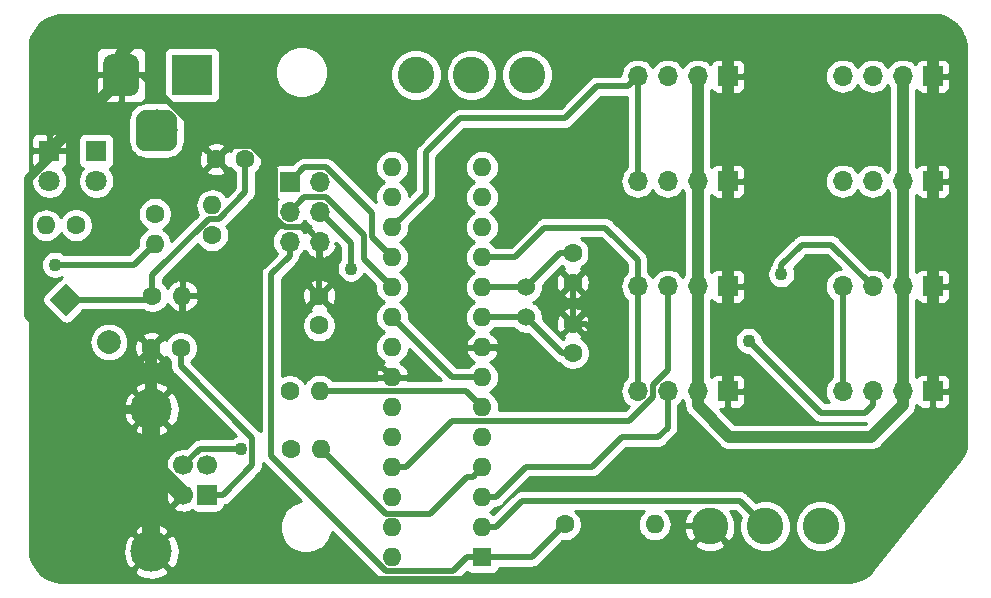
<source format=gbr>
G04 #@! TF.GenerationSoftware,KiCad,Pcbnew,5.1.4+dfsg1-1*
G04 #@! TF.CreationDate,2020-01-19T16:19:53-05:00*
G04 #@! TF.ProjectId,Windig_Kicad,57696e64-6967-45f4-9b69-6361642e6b69,rev?*
G04 #@! TF.SameCoordinates,Original*
G04 #@! TF.FileFunction,Copper,L2,Bot*
G04 #@! TF.FilePolarity,Positive*
%FSLAX46Y46*%
G04 Gerber Fmt 4.6, Leading zero omitted, Abs format (unit mm)*
G04 Created by KiCad (PCBNEW 5.1.4+dfsg1-1) date 2020-01-19 16:19:53*
%MOMM*%
%LPD*%
G04 APERTURE LIST*
%ADD10O,1.600000X1.600000*%
%ADD11C,1.600000*%
%ADD12C,2.000000*%
%ADD13C,2.000000*%
%ADD14C,0.100000*%
%ADD15C,1.524000*%
%ADD16R,1.600000X1.600000*%
%ADD17C,3.100000*%
%ADD18R,1.700000X1.700000*%
%ADD19O,1.700000X1.700000*%
%ADD20C,3.500000*%
%ADD21C,1.700000*%
%ADD22R,3.500000X3.500000*%
%ADD23C,3.000000*%
%ADD24C,1.800000*%
%ADD25R,1.800000X1.800000*%
%ADD26C,1.100000*%
%ADD27C,0.500000*%
%ADD28C,1.000000*%
%ADD29C,0.750000*%
%ADD30C,1.500000*%
%ADD31C,0.254000*%
G04 APERTURE END LIST*
D10*
X145045000Y-93300000D03*
D11*
X137425000Y-93300000D03*
D10*
X105065000Y-73950000D03*
D11*
X102525000Y-73950000D03*
D10*
X93510000Y-67975000D03*
D11*
X96050000Y-67975000D03*
D10*
X116690000Y-82000000D03*
D11*
X114150000Y-82000000D03*
D10*
X116790000Y-86900000D03*
D11*
X114250000Y-86900000D03*
D10*
X102725000Y-69540000D03*
D11*
X102725000Y-67000000D03*
D10*
X107600000Y-66285000D03*
D11*
X107600000Y-68825000D03*
X104925000Y-78375000D03*
X102425000Y-78375000D03*
D12*
X98842102Y-77867102D03*
D13*
X98842102Y-77867102D02*
X98842102Y-77867102D01*
D12*
X95250000Y-74275000D03*
D14*
G36*
X93835786Y-74275000D02*
G01*
X95250000Y-72860786D01*
X96664214Y-74275000D01*
X95250000Y-75689214D01*
X93835786Y-74275000D01*
X93835786Y-74275000D01*
G37*
D15*
X134175000Y-73225000D03*
X134175000Y-75765000D03*
D10*
X122830000Y-96075000D03*
X130450000Y-63055000D03*
X122830000Y-93535000D03*
X130450000Y-65595000D03*
X122830000Y-90995000D03*
X130450000Y-68135000D03*
X122830000Y-88455000D03*
X130450000Y-70675000D03*
X122830000Y-85915000D03*
X130450000Y-73215000D03*
X122830000Y-83375000D03*
X130450000Y-75755000D03*
X122830000Y-80835000D03*
X130450000Y-78295000D03*
X122830000Y-78295000D03*
X130450000Y-80835000D03*
X122830000Y-75755000D03*
X130450000Y-83375000D03*
X122830000Y-73215000D03*
X130450000Y-85915000D03*
X122830000Y-70675000D03*
X130450000Y-88455000D03*
X122830000Y-68135000D03*
X130450000Y-90995000D03*
X122830000Y-65595000D03*
X130450000Y-93535000D03*
X122830000Y-63055000D03*
D16*
X130450000Y-96075000D03*
D17*
X149700000Y-93450000D03*
X154400000Y-93450000D03*
X159100000Y-93450000D03*
X134240000Y-55245000D03*
X129540000Y-55245000D03*
X124840000Y-55245000D03*
D18*
X151245000Y-64235000D03*
D19*
X148705000Y-64235000D03*
X146165000Y-64235000D03*
X143625000Y-64235000D03*
D18*
X168600000Y-64235000D03*
D19*
X166060000Y-64235000D03*
X163520000Y-64235000D03*
X160980000Y-64235000D03*
D18*
X151245000Y-82015000D03*
D19*
X148705000Y-82015000D03*
X146165000Y-82015000D03*
X143625000Y-82015000D03*
D18*
X168600000Y-82015000D03*
D19*
X166060000Y-82015000D03*
X163520000Y-82015000D03*
X160980000Y-82015000D03*
X116690000Y-69350000D03*
X114150000Y-69350000D03*
X116690000Y-66810000D03*
X114150000Y-66810000D03*
X116690000Y-64270000D03*
D18*
X114150000Y-64270000D03*
X151245000Y-55345000D03*
D19*
X148705000Y-55345000D03*
X146165000Y-55345000D03*
X143625000Y-55345000D03*
D18*
X168600000Y-55345000D03*
D19*
X166060000Y-55345000D03*
X163520000Y-55345000D03*
X160980000Y-55345000D03*
D18*
X151245000Y-73125000D03*
D19*
X148705000Y-73125000D03*
X146165000Y-73125000D03*
X143625000Y-73125000D03*
D18*
X168600000Y-73125000D03*
D19*
X166060000Y-73125000D03*
X163520000Y-73125000D03*
X160980000Y-73125000D03*
D20*
X102440000Y-83535000D03*
X102440000Y-95575000D03*
D21*
X105150000Y-90805000D03*
X105150000Y-88305000D03*
X107150000Y-88305000D03*
D18*
X107150000Y-90805000D03*
D22*
X105880000Y-55245000D03*
D14*
G36*
X100703513Y-53498611D02*
G01*
X100776318Y-53509411D01*
X100847714Y-53527295D01*
X100917013Y-53552090D01*
X100983548Y-53583559D01*
X101046678Y-53621398D01*
X101105795Y-53665242D01*
X101160330Y-53714670D01*
X101209758Y-53769205D01*
X101253602Y-53828322D01*
X101291441Y-53891452D01*
X101322910Y-53957987D01*
X101347705Y-54027286D01*
X101365589Y-54098682D01*
X101376389Y-54171487D01*
X101380000Y-54245000D01*
X101380000Y-56245000D01*
X101376389Y-56318513D01*
X101365589Y-56391318D01*
X101347705Y-56462714D01*
X101322910Y-56532013D01*
X101291441Y-56598548D01*
X101253602Y-56661678D01*
X101209758Y-56720795D01*
X101160330Y-56775330D01*
X101105795Y-56824758D01*
X101046678Y-56868602D01*
X100983548Y-56906441D01*
X100917013Y-56937910D01*
X100847714Y-56962705D01*
X100776318Y-56980589D01*
X100703513Y-56991389D01*
X100630000Y-56995000D01*
X99130000Y-56995000D01*
X99056487Y-56991389D01*
X98983682Y-56980589D01*
X98912286Y-56962705D01*
X98842987Y-56937910D01*
X98776452Y-56906441D01*
X98713322Y-56868602D01*
X98654205Y-56824758D01*
X98599670Y-56775330D01*
X98550242Y-56720795D01*
X98506398Y-56661678D01*
X98468559Y-56598548D01*
X98437090Y-56532013D01*
X98412295Y-56462714D01*
X98394411Y-56391318D01*
X98383611Y-56318513D01*
X98380000Y-56245000D01*
X98380000Y-54245000D01*
X98383611Y-54171487D01*
X98394411Y-54098682D01*
X98412295Y-54027286D01*
X98437090Y-53957987D01*
X98468559Y-53891452D01*
X98506398Y-53828322D01*
X98550242Y-53769205D01*
X98599670Y-53714670D01*
X98654205Y-53665242D01*
X98713322Y-53621398D01*
X98776452Y-53583559D01*
X98842987Y-53552090D01*
X98912286Y-53527295D01*
X98983682Y-53509411D01*
X99056487Y-53498611D01*
X99130000Y-53495000D01*
X100630000Y-53495000D01*
X100703513Y-53498611D01*
X100703513Y-53498611D01*
G37*
D23*
X99880000Y-55245000D03*
D14*
G36*
X103840765Y-58199213D02*
G01*
X103925704Y-58211813D01*
X104008999Y-58232677D01*
X104089848Y-58261605D01*
X104167472Y-58298319D01*
X104241124Y-58342464D01*
X104310094Y-58393616D01*
X104373718Y-58451282D01*
X104431384Y-58514906D01*
X104482536Y-58583876D01*
X104526681Y-58657528D01*
X104563395Y-58735152D01*
X104592323Y-58816001D01*
X104613187Y-58899296D01*
X104625787Y-58984235D01*
X104630000Y-59070000D01*
X104630000Y-60820000D01*
X104625787Y-60905765D01*
X104613187Y-60990704D01*
X104592323Y-61073999D01*
X104563395Y-61154848D01*
X104526681Y-61232472D01*
X104482536Y-61306124D01*
X104431384Y-61375094D01*
X104373718Y-61438718D01*
X104310094Y-61496384D01*
X104241124Y-61547536D01*
X104167472Y-61591681D01*
X104089848Y-61628395D01*
X104008999Y-61657323D01*
X103925704Y-61678187D01*
X103840765Y-61690787D01*
X103755000Y-61695000D01*
X102005000Y-61695000D01*
X101919235Y-61690787D01*
X101834296Y-61678187D01*
X101751001Y-61657323D01*
X101670152Y-61628395D01*
X101592528Y-61591681D01*
X101518876Y-61547536D01*
X101449906Y-61496384D01*
X101386282Y-61438718D01*
X101328616Y-61375094D01*
X101277464Y-61306124D01*
X101233319Y-61232472D01*
X101196605Y-61154848D01*
X101167677Y-61073999D01*
X101146813Y-60990704D01*
X101134213Y-60905765D01*
X101130000Y-60820000D01*
X101130000Y-59070000D01*
X101134213Y-58984235D01*
X101146813Y-58899296D01*
X101167677Y-58816001D01*
X101196605Y-58735152D01*
X101233319Y-58657528D01*
X101277464Y-58583876D01*
X101328616Y-58514906D01*
X101386282Y-58451282D01*
X101449906Y-58393616D01*
X101518876Y-58342464D01*
X101592528Y-58298319D01*
X101670152Y-58261605D01*
X101751001Y-58232677D01*
X101834296Y-58211813D01*
X101919235Y-58199213D01*
X102005000Y-58195000D01*
X103755000Y-58195000D01*
X103840765Y-58199213D01*
X103840765Y-58199213D01*
G37*
D20*
X102880000Y-59945000D03*
D24*
X97775000Y-64215000D03*
D25*
X97775000Y-61675000D03*
D24*
X93800000Y-64215000D03*
D25*
X93800000Y-61675000D03*
D11*
X138100000Y-70325000D03*
X138100000Y-72825000D03*
X138125000Y-78800000D03*
X138125000Y-76300000D03*
X107900000Y-62375000D03*
X110400000Y-62375000D03*
X116650000Y-76450000D03*
X116650000Y-73950000D03*
D26*
X94275000Y-71325000D03*
X155775000Y-72125000D03*
X119325000Y-71640000D03*
X153000000Y-77750000D03*
X110002817Y-86900000D03*
D27*
X100940000Y-71325000D02*
X94275000Y-71325000D01*
X102725000Y-69540000D02*
X100940000Y-71325000D01*
X104925000Y-78375000D02*
X104925000Y-79900000D01*
X104925000Y-79900000D02*
X111000000Y-85975000D01*
X108500000Y-90805000D02*
X107150000Y-90805000D01*
X111000000Y-88305000D02*
X108500000Y-90805000D01*
X111000000Y-85975000D02*
X111000000Y-88305000D01*
X127910000Y-80835000D02*
X130450000Y-80835000D01*
X122830000Y-75755000D02*
X127910000Y-80835000D01*
D28*
X99880000Y-53495000D02*
X101975000Y-51400000D01*
X99880000Y-55245000D02*
X99880000Y-53495000D01*
X149150000Y-51400000D02*
X151245000Y-53495000D01*
X101975000Y-51400000D02*
X149150000Y-51400000D01*
X168600000Y-53495000D02*
X166505000Y-51400000D01*
X168600000Y-55345000D02*
X168600000Y-53495000D01*
X153340000Y-51400000D02*
X155300000Y-51400000D01*
X151245000Y-55345000D02*
X151245000Y-53495000D01*
X151245000Y-53495000D02*
X153340000Y-51400000D01*
X166505000Y-51400000D02*
X155300000Y-51400000D01*
X155300000Y-51400000D02*
X149150000Y-51400000D01*
X151245000Y-55345000D02*
X151245000Y-64235000D01*
X151245000Y-64235000D02*
X151245000Y-73125000D01*
X151245000Y-73125000D02*
X151245000Y-82015000D01*
X168600000Y-82015000D02*
X168600000Y-73125000D01*
X168600000Y-73125000D02*
X168600000Y-64235000D01*
X168600000Y-64235000D02*
X168600000Y-55345000D01*
X99880000Y-55595000D02*
X93800000Y-61675000D01*
X99880000Y-55245000D02*
X99880000Y-55595000D01*
D27*
X107100001Y-60682575D02*
X107100001Y-61575001D01*
X101662426Y-55245000D02*
X107100001Y-60682575D01*
X107100001Y-61575001D02*
X107900000Y-62375000D01*
X99880000Y-55245000D02*
X101662426Y-55245000D01*
D29*
X99965127Y-83535000D02*
X102440000Y-83535000D01*
X92000000Y-63979998D02*
X92000000Y-75569873D01*
X93800000Y-62179998D02*
X92000000Y-63979998D01*
X92000000Y-75569873D02*
X99965127Y-83535000D01*
X93800000Y-61675000D02*
X93800000Y-62179998D01*
D30*
X102440000Y-83535000D02*
X102440000Y-95575000D01*
X102440000Y-88095000D02*
X102440000Y-83535000D01*
X105150000Y-90805000D02*
X102440000Y-88095000D01*
D27*
X104765000Y-97900000D02*
X102440000Y-95575000D01*
X143057969Y-97900000D02*
X104765000Y-97900000D01*
X149700000Y-93450000D02*
X147507969Y-93450000D01*
X147507969Y-93450000D02*
X143057969Y-97900000D01*
X138125000Y-72850000D02*
X138100000Y-72825000D01*
X138125000Y-76300000D02*
X138125000Y-72850000D01*
D28*
X102425000Y-83520000D02*
X102440000Y-83535000D01*
X102425000Y-78375000D02*
X102425000Y-83520000D01*
D27*
X116650000Y-69390000D02*
X116690000Y-69350000D01*
X116650000Y-73950000D02*
X116650000Y-69390000D01*
X105065000Y-75735000D02*
X105065000Y-73950000D01*
X102425000Y-78375000D02*
X105065000Y-75735000D01*
X115840001Y-68500001D02*
X116690000Y-69350000D01*
X113713997Y-68149999D02*
X115489999Y-68149999D01*
X112949999Y-67386001D02*
X113713997Y-68149999D01*
X112949999Y-63222997D02*
X112949999Y-67386001D01*
X115489999Y-68149999D02*
X115840001Y-68500001D01*
X110952001Y-61224999D02*
X112949999Y-63222997D01*
X109050001Y-61224999D02*
X110952001Y-61224999D01*
X107900000Y-62375000D02*
X109050001Y-61224999D01*
X131581370Y-78295000D02*
X130450000Y-78295000D01*
X138125000Y-76300000D02*
X139256370Y-76300000D01*
X139256370Y-76300000D02*
X141025000Y-78068630D01*
X134236370Y-80950000D02*
X131581370Y-78295000D01*
X141025000Y-78068630D02*
X141025000Y-80075000D01*
X141025000Y-80075000D02*
X140150000Y-80950000D01*
X140150000Y-80950000D02*
X134236370Y-80950000D01*
X122030001Y-80035001D02*
X116335001Y-80035001D01*
X122830000Y-80835000D02*
X122030001Y-80035001D01*
X116335001Y-80035001D02*
X115025000Y-78725000D01*
X115025000Y-75575000D02*
X116650000Y-73950000D01*
X115025000Y-78725000D02*
X115025000Y-75575000D01*
D28*
X148705000Y-55345000D02*
X148705000Y-64235000D01*
X148705000Y-64235000D02*
X148705000Y-73125000D01*
X148705000Y-73125000D02*
X148705000Y-82015000D01*
X151387919Y-85900000D02*
X148705000Y-83217081D01*
X166060000Y-83217081D02*
X163377081Y-85900000D01*
X148705000Y-83217081D02*
X148705000Y-82015000D01*
X163377081Y-85900000D02*
X151387919Y-85900000D01*
X166060000Y-82015000D02*
X166060000Y-83217081D01*
X166060000Y-82015000D02*
X166060000Y-73125000D01*
X166060000Y-73125000D02*
X166060000Y-64235000D01*
X166060000Y-64235000D02*
X166060000Y-55345000D01*
D27*
X102200000Y-74275000D02*
X102525000Y-73950000D01*
X95250000Y-74275000D02*
X102200000Y-74275000D01*
X110400000Y-63506370D02*
X110400000Y-62375000D01*
X110400000Y-65187002D02*
X110400000Y-63506370D01*
X108152001Y-67435001D02*
X110400000Y-65187002D01*
X107287997Y-67435001D02*
X108152001Y-67435001D01*
X102525000Y-72197998D02*
X107287997Y-67435001D01*
X102525000Y-73950000D02*
X102525000Y-72197998D01*
X130460000Y-75765000D02*
X130450000Y-75755000D01*
X134175000Y-75765000D02*
X130460000Y-75765000D01*
X137210000Y-78800000D02*
X138125000Y-78800000D01*
X134175000Y-75765000D02*
X137210000Y-78800000D01*
X130460000Y-73225000D02*
X130450000Y-73215000D01*
X134175000Y-73225000D02*
X130460000Y-73225000D01*
X137075000Y-70325000D02*
X138100000Y-70325000D01*
X134175000Y-73225000D02*
X137075000Y-70325000D01*
X155775000Y-71347183D02*
X157497183Y-69625000D01*
X155775000Y-72125000D02*
X155775000Y-71347183D01*
X160020000Y-69625000D02*
X163520000Y-73125000D01*
X157497183Y-69625000D02*
X160020000Y-69625000D01*
X160980000Y-80812919D02*
X160980000Y-73125000D01*
X160980000Y-82015000D02*
X160980000Y-80812919D01*
X127891369Y-84525001D02*
X138524999Y-84525001D01*
X122830000Y-88455000D02*
X123961370Y-88455000D01*
X123961370Y-88455000D02*
X127891369Y-84525001D01*
X142891001Y-84525001D02*
X138524999Y-84525001D01*
X144875000Y-82541002D02*
X142891001Y-84525001D01*
X144875000Y-81528998D02*
X144875000Y-82541002D01*
X146165000Y-80238998D02*
X144875000Y-81528998D01*
X146165000Y-73125000D02*
X146165000Y-80238998D01*
X143625000Y-73125000D02*
X143625000Y-70925000D01*
X143625000Y-70925000D02*
X140875000Y-68175000D01*
X140875000Y-68175000D02*
X135725000Y-68175000D01*
X133225000Y-70675000D02*
X130450000Y-70675000D01*
X135725000Y-68175000D02*
X133225000Y-70675000D01*
X143625000Y-73125000D02*
X143625000Y-82015000D01*
X142775001Y-56194999D02*
X140180001Y-56194999D01*
X143625000Y-55345000D02*
X142775001Y-56194999D01*
X140180001Y-56194999D02*
X137450000Y-58925000D01*
X137450000Y-58925000D02*
X128550000Y-58925000D01*
X128550000Y-58925000D02*
X125675000Y-61800000D01*
X125675000Y-65290000D02*
X122830000Y-68135000D01*
X125675000Y-61800000D02*
X125675000Y-65290000D01*
X143625000Y-56547081D02*
X143625000Y-64235000D01*
X143625000Y-55345000D02*
X143625000Y-56547081D01*
X119325000Y-69445000D02*
X119325000Y-71640000D01*
X116690000Y-66810000D02*
X119325000Y-69445000D01*
X134650000Y-96075000D02*
X130450000Y-96075000D01*
X137425000Y-93300000D02*
X134650000Y-96075000D01*
X114150000Y-70552081D02*
X112575000Y-72127081D01*
X114150000Y-69350000D02*
X114150000Y-70552081D01*
X127999999Y-97225001D02*
X129150000Y-96075000D01*
X112575000Y-87522002D02*
X122277999Y-97225001D01*
X129150000Y-96075000D02*
X130450000Y-96075000D01*
X122277999Y-97225001D02*
X127999999Y-97225001D01*
X112575000Y-72127081D02*
X112575000Y-87522002D01*
X117266001Y-65609999D02*
X120425000Y-68768998D01*
X114150000Y-66810000D02*
X115350001Y-65609999D01*
X115350001Y-65609999D02*
X117266001Y-65609999D01*
X120425000Y-70810000D02*
X122830000Y-73215000D01*
X120425000Y-68768998D02*
X120425000Y-70810000D01*
X117266001Y-63069999D02*
X121125000Y-66928998D01*
X114150000Y-64270000D02*
X115350001Y-63069999D01*
X115350001Y-63069999D02*
X117266001Y-63069999D01*
X121125000Y-68970000D02*
X122830000Y-70675000D01*
X121125000Y-66928998D02*
X121125000Y-68970000D01*
X163520000Y-83217081D02*
X162887081Y-83850000D01*
X163520000Y-82015000D02*
X163520000Y-83217081D01*
X162887081Y-83850000D02*
X159100000Y-83850000D01*
X159100000Y-83850000D02*
X153000000Y-77750000D01*
X153000000Y-77750000D02*
X153000000Y-77750000D01*
X131581370Y-90995000D02*
X134151370Y-88425000D01*
X130450000Y-90995000D02*
X131581370Y-90995000D01*
X134151370Y-88425000D02*
X139755000Y-88425000D01*
X146165000Y-83217081D02*
X146175000Y-83227081D01*
X146165000Y-82015000D02*
X146165000Y-83217081D01*
X146175000Y-83227081D02*
X146175000Y-85100000D01*
X145350000Y-85925000D02*
X142250000Y-85925000D01*
X146175000Y-85100000D02*
X145350000Y-85925000D01*
X139755000Y-88425000D02*
X142250000Y-85925000D01*
X142250000Y-85925000D02*
X142230000Y-85950000D01*
X129650001Y-89254999D02*
X129170001Y-89254999D01*
X130450000Y-88455000D02*
X129650001Y-89254999D01*
X117589999Y-87699999D02*
X116790000Y-86900000D01*
X126040001Y-92384999D02*
X122274999Y-92384999D01*
X122274999Y-92384999D02*
X117589999Y-87699999D01*
X129170001Y-89254999D02*
X126040001Y-92384999D01*
X129075000Y-82000000D02*
X130450000Y-83375000D01*
X116690000Y-82000000D02*
X129075000Y-82000000D01*
X131581370Y-93535000D02*
X133816370Y-91300000D01*
X130450000Y-93535000D02*
X131581370Y-93535000D01*
X152250000Y-91300000D02*
X154400000Y-93450000D01*
X133816370Y-91300000D02*
X152250000Y-91300000D01*
X109225000Y-86900000D02*
X109225000Y-86900000D01*
X106555000Y-86900000D02*
X105150000Y-88305000D01*
X110002817Y-86900000D02*
X106555000Y-86900000D01*
D31*
G36*
X169167000Y-50199875D02*
G01*
X169476408Y-50288847D01*
X169773916Y-50411880D01*
X170055790Y-50567429D01*
X170318493Y-50753543D01*
X170558725Y-50967885D01*
X170773457Y-51207751D01*
X170960008Y-51470147D01*
X171116024Y-51751764D01*
X171239551Y-52049069D01*
X171329037Y-52358335D01*
X171383356Y-52675659D01*
X171402033Y-53000644D01*
X171446587Y-86148961D01*
X171428827Y-86473590D01*
X171375486Y-86790709D01*
X171287039Y-87099875D01*
X171164597Y-87397211D01*
X171009684Y-87679016D01*
X170822211Y-87944629D01*
X163553936Y-97107183D01*
X163336779Y-97351359D01*
X163096223Y-97567213D01*
X162832928Y-97754691D01*
X162550249Y-97911401D01*
X162251766Y-98035363D01*
X161941225Y-98125017D01*
X161622599Y-98179219D01*
X161296326Y-98197487D01*
X95002551Y-98174061D01*
X94677411Y-98155690D01*
X94359888Y-98101638D01*
X94050427Y-98012387D01*
X93752887Y-97889049D01*
X93471025Y-97733181D01*
X93208381Y-97546741D01*
X92968267Y-97332079D01*
X92890125Y-97244609D01*
X100949997Y-97244609D01*
X101136073Y-97585766D01*
X101553409Y-97801513D01*
X102004815Y-97931696D01*
X102472946Y-97971313D01*
X102939811Y-97918842D01*
X103387468Y-97776297D01*
X103743927Y-97585766D01*
X103930003Y-97244609D01*
X102440000Y-95754605D01*
X100949997Y-97244609D01*
X92890125Y-97244609D01*
X92753681Y-97091879D01*
X92567338Y-96829176D01*
X92411572Y-96547263D01*
X92288340Y-96249680D01*
X92199194Y-95940172D01*
X92145255Y-95622640D01*
X92144430Y-95607946D01*
X100043687Y-95607946D01*
X100096158Y-96074811D01*
X100238703Y-96522468D01*
X100429234Y-96878927D01*
X100770391Y-97065003D01*
X102260395Y-95575000D01*
X102619605Y-95575000D01*
X104109609Y-97065003D01*
X104450766Y-96878927D01*
X104666513Y-96461591D01*
X104796696Y-96010185D01*
X104836313Y-95542054D01*
X104783842Y-95075189D01*
X104641297Y-94627532D01*
X104450766Y-94271073D01*
X104109609Y-94084997D01*
X102619605Y-95575000D01*
X102260395Y-95575000D01*
X100770391Y-94084997D01*
X100429234Y-94271073D01*
X100213487Y-94688409D01*
X100083304Y-95139815D01*
X100043687Y-95607946D01*
X92144430Y-95607946D01*
X92127000Y-95297503D01*
X92127000Y-93905391D01*
X100949997Y-93905391D01*
X102440000Y-95395395D01*
X103930003Y-93905391D01*
X103743927Y-93564234D01*
X103326591Y-93348487D01*
X102875185Y-93218304D01*
X102407054Y-93178687D01*
X101940189Y-93231158D01*
X101492532Y-93373703D01*
X101136073Y-93564234D01*
X100949997Y-93905391D01*
X92127000Y-93905391D01*
X92127000Y-90873531D01*
X103659389Y-90873531D01*
X103701401Y-91163019D01*
X103799081Y-91438747D01*
X103872528Y-91576157D01*
X104121603Y-91653792D01*
X104970395Y-90805000D01*
X104121603Y-89956208D01*
X103872528Y-90033843D01*
X103746629Y-90297883D01*
X103674661Y-90581411D01*
X103659389Y-90873531D01*
X92127000Y-90873531D01*
X92127000Y-85204609D01*
X100949997Y-85204609D01*
X101136073Y-85545766D01*
X101553409Y-85761513D01*
X102004815Y-85891696D01*
X102472946Y-85931313D01*
X102939811Y-85878842D01*
X103387468Y-85736297D01*
X103743927Y-85545766D01*
X103930003Y-85204609D01*
X102440000Y-83714605D01*
X100949997Y-85204609D01*
X92127000Y-85204609D01*
X92127000Y-83567946D01*
X100043687Y-83567946D01*
X100096158Y-84034811D01*
X100238703Y-84482468D01*
X100429234Y-84838927D01*
X100770391Y-85025003D01*
X102260395Y-83535000D01*
X102619605Y-83535000D01*
X104109609Y-85025003D01*
X104450766Y-84838927D01*
X104666513Y-84421591D01*
X104796696Y-83970185D01*
X104836313Y-83502054D01*
X104783842Y-83035189D01*
X104641297Y-82587532D01*
X104450766Y-82231073D01*
X104109609Y-82044997D01*
X102619605Y-83535000D01*
X102260395Y-83535000D01*
X100770391Y-82044997D01*
X100429234Y-82231073D01*
X100213487Y-82648409D01*
X100083304Y-83099815D01*
X100043687Y-83567946D01*
X92127000Y-83567946D01*
X92127000Y-81865391D01*
X100949997Y-81865391D01*
X102440000Y-83355395D01*
X103930003Y-81865391D01*
X103743927Y-81524234D01*
X103326591Y-81308487D01*
X102875185Y-81178304D01*
X102407054Y-81138687D01*
X101940189Y-81191158D01*
X101492532Y-81333703D01*
X101136073Y-81524234D01*
X100949997Y-81865391D01*
X92127000Y-81865391D01*
X92127000Y-77867102D01*
X97199191Y-77867102D01*
X97230759Y-78187618D01*
X97324250Y-78495817D01*
X97476071Y-78779854D01*
X97680388Y-79028816D01*
X97929350Y-79233133D01*
X98213387Y-79384954D01*
X98521586Y-79478445D01*
X98761780Y-79502102D01*
X98922424Y-79502102D01*
X99162618Y-79478445D01*
X99470817Y-79384954D01*
X99503093Y-79367702D01*
X101611903Y-79367702D01*
X101683486Y-79611671D01*
X101938996Y-79732571D01*
X102213184Y-79801300D01*
X102495512Y-79815217D01*
X102775130Y-79773787D01*
X103041292Y-79678603D01*
X103166514Y-79611671D01*
X103238097Y-79367702D01*
X102425000Y-78554605D01*
X101611903Y-79367702D01*
X99503093Y-79367702D01*
X99754854Y-79233133D01*
X100003816Y-79028816D01*
X100208133Y-78779854D01*
X100359954Y-78495817D01*
X100375213Y-78445512D01*
X100984783Y-78445512D01*
X101026213Y-78725130D01*
X101121397Y-78991292D01*
X101188329Y-79116514D01*
X101432298Y-79188097D01*
X102245395Y-78375000D01*
X102604605Y-78375000D01*
X103417702Y-79188097D01*
X103661671Y-79116514D01*
X103675324Y-79087659D01*
X103810363Y-79289759D01*
X104010241Y-79489637D01*
X104040001Y-79509522D01*
X104040001Y-79856521D01*
X104035719Y-79900000D01*
X104052805Y-80073490D01*
X104103412Y-80240313D01*
X104185590Y-80394059D01*
X104268468Y-80495046D01*
X104268471Y-80495049D01*
X104296184Y-80528817D01*
X104329952Y-80556530D01*
X109570046Y-85796625D01*
X109441509Y-85849866D01*
X109247423Y-85979550D01*
X109211973Y-86015000D01*
X106598466Y-86015000D01*
X106554999Y-86010719D01*
X106511533Y-86015000D01*
X106511523Y-86015000D01*
X106381510Y-86027805D01*
X106214687Y-86078411D01*
X106060941Y-86160589D01*
X106060939Y-86160590D01*
X106060940Y-86160590D01*
X105959953Y-86243468D01*
X105959951Y-86243470D01*
X105926183Y-86271183D01*
X105898470Y-86304951D01*
X105368960Y-86834461D01*
X105296260Y-86820000D01*
X105003740Y-86820000D01*
X104716842Y-86877068D01*
X104446589Y-86989010D01*
X104203368Y-87151525D01*
X103996525Y-87358368D01*
X103834010Y-87601589D01*
X103722068Y-87871842D01*
X103665000Y-88158740D01*
X103665000Y-88451260D01*
X103722068Y-88738158D01*
X103834010Y-89008411D01*
X103996525Y-89251632D01*
X104203368Y-89458475D01*
X104366410Y-89567416D01*
X104301208Y-89776603D01*
X105150000Y-90625395D01*
X105164143Y-90611253D01*
X105343748Y-90790858D01*
X105329605Y-90805000D01*
X105343748Y-90819143D01*
X105164143Y-90998748D01*
X105150000Y-90984605D01*
X104301208Y-91833397D01*
X104378843Y-92082472D01*
X104642883Y-92208371D01*
X104926411Y-92280339D01*
X105218531Y-92295611D01*
X105508019Y-92253599D01*
X105783747Y-92155919D01*
X105859850Y-92115241D01*
X105945506Y-92185537D01*
X106055820Y-92244502D01*
X106175518Y-92280812D01*
X106300000Y-92293072D01*
X108000000Y-92293072D01*
X108124482Y-92280812D01*
X108244180Y-92244502D01*
X108354494Y-92185537D01*
X108451185Y-92106185D01*
X108530537Y-92009494D01*
X108589502Y-91899180D01*
X108625812Y-91779482D01*
X108635518Y-91680935D01*
X108673490Y-91677195D01*
X108840313Y-91626589D01*
X108994059Y-91544411D01*
X109128817Y-91433817D01*
X109156534Y-91400044D01*
X111595049Y-88961530D01*
X111628817Y-88933817D01*
X111739411Y-88799059D01*
X111821589Y-88645313D01*
X111872195Y-88478490D01*
X111885000Y-88348477D01*
X111885000Y-88348469D01*
X111889281Y-88305000D01*
X111885000Y-88261531D01*
X111885000Y-88076267D01*
X111918468Y-88117048D01*
X111918471Y-88117051D01*
X111946184Y-88150819D01*
X111979952Y-88178532D01*
X115126834Y-91325414D01*
X114873075Y-91375890D01*
X114466331Y-91544369D01*
X114100271Y-91788962D01*
X113788962Y-92100271D01*
X113544369Y-92466331D01*
X113375890Y-92873075D01*
X113290000Y-93304872D01*
X113290000Y-93745128D01*
X113375890Y-94176925D01*
X113544369Y-94583669D01*
X113788962Y-94949729D01*
X114100271Y-95261038D01*
X114466331Y-95505631D01*
X114873075Y-95674110D01*
X115304872Y-95760000D01*
X115745128Y-95760000D01*
X116176925Y-95674110D01*
X116583669Y-95505631D01*
X116949729Y-95261038D01*
X117261038Y-94949729D01*
X117505631Y-94583669D01*
X117674110Y-94176925D01*
X117724586Y-93923166D01*
X121621469Y-97820050D01*
X121649182Y-97853818D01*
X121682950Y-97881531D01*
X121682952Y-97881533D01*
X121728413Y-97918842D01*
X121783940Y-97964412D01*
X121937686Y-98046590D01*
X122104509Y-98097196D01*
X122234522Y-98110001D01*
X122234530Y-98110001D01*
X122277999Y-98114282D01*
X122321468Y-98110001D01*
X127956530Y-98110001D01*
X127999999Y-98114282D01*
X128043468Y-98110001D01*
X128043476Y-98110001D01*
X128173489Y-98097196D01*
X128340312Y-98046590D01*
X128494058Y-97964412D01*
X128628816Y-97853818D01*
X128656533Y-97820045D01*
X129176989Y-97299590D01*
X129198815Y-97326185D01*
X129295506Y-97405537D01*
X129405820Y-97464502D01*
X129525518Y-97500812D01*
X129650000Y-97513072D01*
X131250000Y-97513072D01*
X131374482Y-97500812D01*
X131494180Y-97464502D01*
X131604494Y-97405537D01*
X131701185Y-97326185D01*
X131780537Y-97229494D01*
X131839502Y-97119180D01*
X131875812Y-96999482D01*
X131879701Y-96960000D01*
X134606531Y-96960000D01*
X134650000Y-96964281D01*
X134693469Y-96960000D01*
X134693477Y-96960000D01*
X134823490Y-96947195D01*
X134990313Y-96896589D01*
X135144059Y-96814411D01*
X135278817Y-96703817D01*
X135306534Y-96670044D01*
X136999327Y-94977251D01*
X148352354Y-94977251D01*
X148514381Y-95297930D01*
X148897675Y-95493725D01*
X149311803Y-95610981D01*
X149740848Y-95645192D01*
X150168324Y-95595042D01*
X150577802Y-95462461D01*
X150885619Y-95297930D01*
X151047646Y-94977251D01*
X149700000Y-93629605D01*
X148352354Y-94977251D01*
X136999327Y-94977251D01*
X137248561Y-94728017D01*
X137283665Y-94735000D01*
X137566335Y-94735000D01*
X137843574Y-94679853D01*
X138104727Y-94571680D01*
X138339759Y-94414637D01*
X138539637Y-94214759D01*
X138696680Y-93979727D01*
X138804853Y-93718574D01*
X138860000Y-93441335D01*
X138860000Y-93158665D01*
X138804853Y-92881426D01*
X138696680Y-92620273D01*
X138539637Y-92385241D01*
X138339759Y-92185363D01*
X138339216Y-92185000D01*
X144141628Y-92185000D01*
X144025392Y-92280392D01*
X143846068Y-92498899D01*
X143712818Y-92748192D01*
X143630764Y-93018691D01*
X143603057Y-93300000D01*
X143630764Y-93581309D01*
X143712818Y-93851808D01*
X143846068Y-94101101D01*
X144025392Y-94319608D01*
X144243899Y-94498932D01*
X144493192Y-94632182D01*
X144763691Y-94714236D01*
X144974508Y-94735000D01*
X145115492Y-94735000D01*
X145326309Y-94714236D01*
X145596808Y-94632182D01*
X145846101Y-94498932D01*
X146064608Y-94319608D01*
X146243932Y-94101101D01*
X146377182Y-93851808D01*
X146459236Y-93581309D01*
X146486943Y-93300000D01*
X146459236Y-93018691D01*
X146377182Y-92748192D01*
X146243932Y-92498899D01*
X146064608Y-92280392D01*
X145948372Y-92185000D01*
X148009179Y-92185000D01*
X147852070Y-92264381D01*
X147656275Y-92647675D01*
X147539019Y-93061803D01*
X147504808Y-93490848D01*
X147554958Y-93918324D01*
X147687539Y-94327802D01*
X147852070Y-94635619D01*
X148172749Y-94797646D01*
X149520395Y-93450000D01*
X149506253Y-93435858D01*
X149685858Y-93256253D01*
X149700000Y-93270395D01*
X149714143Y-93256253D01*
X149893748Y-93435858D01*
X149879605Y-93450000D01*
X151227251Y-94797646D01*
X151547930Y-94635619D01*
X151743725Y-94252325D01*
X151860981Y-93838197D01*
X151895192Y-93409152D01*
X151845042Y-92981676D01*
X151712461Y-92572198D01*
X151547930Y-92264381D01*
X151390821Y-92185000D01*
X151883422Y-92185000D01*
X152361095Y-92662673D01*
X152298969Y-92812659D01*
X152215000Y-93234796D01*
X152215000Y-93665204D01*
X152298969Y-94087341D01*
X152463678Y-94484985D01*
X152702800Y-94842856D01*
X153007144Y-95147200D01*
X153365015Y-95386322D01*
X153762659Y-95551031D01*
X154184796Y-95635000D01*
X154615204Y-95635000D01*
X155037341Y-95551031D01*
X155434985Y-95386322D01*
X155792856Y-95147200D01*
X156097200Y-94842856D01*
X156336322Y-94484985D01*
X156501031Y-94087341D01*
X156585000Y-93665204D01*
X156585000Y-93234796D01*
X156915000Y-93234796D01*
X156915000Y-93665204D01*
X156998969Y-94087341D01*
X157163678Y-94484985D01*
X157402800Y-94842856D01*
X157707144Y-95147200D01*
X158065015Y-95386322D01*
X158462659Y-95551031D01*
X158884796Y-95635000D01*
X159315204Y-95635000D01*
X159737341Y-95551031D01*
X160134985Y-95386322D01*
X160492856Y-95147200D01*
X160797200Y-94842856D01*
X161036322Y-94484985D01*
X161201031Y-94087341D01*
X161285000Y-93665204D01*
X161285000Y-93234796D01*
X161201031Y-92812659D01*
X161036322Y-92415015D01*
X160797200Y-92057144D01*
X160492856Y-91752800D01*
X160134985Y-91513678D01*
X159737341Y-91348969D01*
X159315204Y-91265000D01*
X158884796Y-91265000D01*
X158462659Y-91348969D01*
X158065015Y-91513678D01*
X157707144Y-91752800D01*
X157402800Y-92057144D01*
X157163678Y-92415015D01*
X156998969Y-92812659D01*
X156915000Y-93234796D01*
X156585000Y-93234796D01*
X156501031Y-92812659D01*
X156336322Y-92415015D01*
X156097200Y-92057144D01*
X155792856Y-91752800D01*
X155434985Y-91513678D01*
X155037341Y-91348969D01*
X154615204Y-91265000D01*
X154184796Y-91265000D01*
X153762659Y-91348969D01*
X153612673Y-91411095D01*
X152906534Y-90704956D01*
X152878817Y-90671183D01*
X152744059Y-90560589D01*
X152590313Y-90478411D01*
X152423490Y-90427805D01*
X152293477Y-90415000D01*
X152293469Y-90415000D01*
X152250000Y-90410719D01*
X152206531Y-90415000D01*
X133859835Y-90415000D01*
X133816369Y-90410719D01*
X133772903Y-90415000D01*
X133772893Y-90415000D01*
X133642880Y-90427805D01*
X133476057Y-90478411D01*
X133322311Y-90560589D01*
X133322309Y-90560590D01*
X133322310Y-90560590D01*
X133221323Y-90643468D01*
X133221321Y-90643470D01*
X133187553Y-90671183D01*
X133159840Y-90704951D01*
X131403584Y-92461208D01*
X131251101Y-92336068D01*
X131118142Y-92265000D01*
X131251101Y-92193932D01*
X131469608Y-92014608D01*
X131576924Y-91883843D01*
X131581370Y-91884281D01*
X131624839Y-91880000D01*
X131624847Y-91880000D01*
X131754860Y-91867195D01*
X131921683Y-91816589D01*
X132075429Y-91734411D01*
X132210187Y-91623817D01*
X132237904Y-91590044D01*
X134517949Y-89310000D01*
X139711972Y-89310000D01*
X139755890Y-89314281D01*
X139841432Y-89305769D01*
X139928490Y-89297195D01*
X139928922Y-89297064D01*
X139929363Y-89297020D01*
X140011461Y-89272026D01*
X140095313Y-89246589D01*
X140095712Y-89246376D01*
X140096135Y-89246247D01*
X140171940Y-89205632D01*
X140249059Y-89164411D01*
X140249407Y-89164126D01*
X140249798Y-89163916D01*
X140316489Y-89109072D01*
X140383817Y-89053817D01*
X140411815Y-89019701D01*
X142617098Y-86810000D01*
X145306531Y-86810000D01*
X145350000Y-86814281D01*
X145393469Y-86810000D01*
X145393477Y-86810000D01*
X145523490Y-86797195D01*
X145690313Y-86746589D01*
X145844059Y-86664411D01*
X145978817Y-86553817D01*
X146006534Y-86520044D01*
X146770049Y-85756530D01*
X146803817Y-85728817D01*
X146845932Y-85677501D01*
X146914410Y-85594060D01*
X146919420Y-85584687D01*
X146996589Y-85440313D01*
X147047195Y-85273490D01*
X147060000Y-85143477D01*
X147060000Y-85143467D01*
X147064281Y-85100001D01*
X147060000Y-85056535D01*
X147060000Y-83270546D01*
X147064281Y-83227080D01*
X147061635Y-83200211D01*
X147220134Y-83070134D01*
X147405706Y-82844014D01*
X147435000Y-82789209D01*
X147464294Y-82844014D01*
X147570000Y-82972817D01*
X147570000Y-83161330D01*
X147564509Y-83217081D01*
X147570000Y-83272832D01*
X147586423Y-83439579D01*
X147651324Y-83653527D01*
X147756716Y-83850704D01*
X147898551Y-84023530D01*
X147941865Y-84059077D01*
X150545928Y-86663141D01*
X150581470Y-86706449D01*
X150754296Y-86848284D01*
X150951472Y-86953676D01*
X151165420Y-87018577D01*
X151332167Y-87035000D01*
X151332176Y-87035000D01*
X151387918Y-87040490D01*
X151443660Y-87035000D01*
X163321330Y-87035000D01*
X163377081Y-87040491D01*
X163432832Y-87035000D01*
X163432833Y-87035000D01*
X163599580Y-87018577D01*
X163813528Y-86953676D01*
X164010704Y-86848284D01*
X164183530Y-86706449D01*
X164219077Y-86663135D01*
X166823141Y-84059072D01*
X166866449Y-84023530D01*
X167008284Y-83850704D01*
X167113676Y-83653528D01*
X167178577Y-83439580D01*
X167195000Y-83272833D01*
X167195000Y-83272824D01*
X167200490Y-83217082D01*
X167196496Y-83176526D01*
X167219463Y-83219494D01*
X167298815Y-83316185D01*
X167395506Y-83395537D01*
X167505820Y-83454502D01*
X167625518Y-83490812D01*
X167750000Y-83503072D01*
X168314250Y-83500000D01*
X168473000Y-83341250D01*
X168473000Y-82142000D01*
X168727000Y-82142000D01*
X168727000Y-83341250D01*
X168885750Y-83500000D01*
X169450000Y-83503072D01*
X169574482Y-83490812D01*
X169694180Y-83454502D01*
X169804494Y-83395537D01*
X169901185Y-83316185D01*
X169980537Y-83219494D01*
X170039502Y-83109180D01*
X170075812Y-82989482D01*
X170088072Y-82865000D01*
X170085000Y-82300750D01*
X169926250Y-82142000D01*
X168727000Y-82142000D01*
X168473000Y-82142000D01*
X168453000Y-82142000D01*
X168453000Y-81888000D01*
X168473000Y-81888000D01*
X168473000Y-80688750D01*
X168727000Y-80688750D01*
X168727000Y-81888000D01*
X169926250Y-81888000D01*
X170085000Y-81729250D01*
X170088072Y-81165000D01*
X170075812Y-81040518D01*
X170039502Y-80920820D01*
X169980537Y-80810506D01*
X169901185Y-80713815D01*
X169804494Y-80634463D01*
X169694180Y-80575498D01*
X169574482Y-80539188D01*
X169450000Y-80526928D01*
X168885750Y-80530000D01*
X168727000Y-80688750D01*
X168473000Y-80688750D01*
X168314250Y-80530000D01*
X167750000Y-80526928D01*
X167625518Y-80539188D01*
X167505820Y-80575498D01*
X167395506Y-80634463D01*
X167298815Y-80713815D01*
X167219463Y-80810506D01*
X167195000Y-80856272D01*
X167195000Y-74283728D01*
X167219463Y-74329494D01*
X167298815Y-74426185D01*
X167395506Y-74505537D01*
X167505820Y-74564502D01*
X167625518Y-74600812D01*
X167750000Y-74613072D01*
X168314250Y-74610000D01*
X168473000Y-74451250D01*
X168473000Y-73252000D01*
X168727000Y-73252000D01*
X168727000Y-74451250D01*
X168885750Y-74610000D01*
X169450000Y-74613072D01*
X169574482Y-74600812D01*
X169694180Y-74564502D01*
X169804494Y-74505537D01*
X169901185Y-74426185D01*
X169980537Y-74329494D01*
X170039502Y-74219180D01*
X170075812Y-74099482D01*
X170088072Y-73975000D01*
X170085000Y-73410750D01*
X169926250Y-73252000D01*
X168727000Y-73252000D01*
X168473000Y-73252000D01*
X168453000Y-73252000D01*
X168453000Y-72998000D01*
X168473000Y-72998000D01*
X168473000Y-71798750D01*
X168727000Y-71798750D01*
X168727000Y-72998000D01*
X169926250Y-72998000D01*
X170085000Y-72839250D01*
X170088072Y-72275000D01*
X170075812Y-72150518D01*
X170039502Y-72030820D01*
X169980537Y-71920506D01*
X169901185Y-71823815D01*
X169804494Y-71744463D01*
X169694180Y-71685498D01*
X169574482Y-71649188D01*
X169450000Y-71636928D01*
X168885750Y-71640000D01*
X168727000Y-71798750D01*
X168473000Y-71798750D01*
X168314250Y-71640000D01*
X167750000Y-71636928D01*
X167625518Y-71649188D01*
X167505820Y-71685498D01*
X167395506Y-71744463D01*
X167298815Y-71823815D01*
X167219463Y-71920506D01*
X167195000Y-71966272D01*
X167195000Y-65393728D01*
X167219463Y-65439494D01*
X167298815Y-65536185D01*
X167395506Y-65615537D01*
X167505820Y-65674502D01*
X167625518Y-65710812D01*
X167750000Y-65723072D01*
X168314250Y-65720000D01*
X168473000Y-65561250D01*
X168473000Y-64362000D01*
X168727000Y-64362000D01*
X168727000Y-65561250D01*
X168885750Y-65720000D01*
X169450000Y-65723072D01*
X169574482Y-65710812D01*
X169694180Y-65674502D01*
X169804494Y-65615537D01*
X169901185Y-65536185D01*
X169980537Y-65439494D01*
X170039502Y-65329180D01*
X170075812Y-65209482D01*
X170088072Y-65085000D01*
X170085000Y-64520750D01*
X169926250Y-64362000D01*
X168727000Y-64362000D01*
X168473000Y-64362000D01*
X168453000Y-64362000D01*
X168453000Y-64108000D01*
X168473000Y-64108000D01*
X168473000Y-62908750D01*
X168727000Y-62908750D01*
X168727000Y-64108000D01*
X169926250Y-64108000D01*
X170085000Y-63949250D01*
X170088072Y-63385000D01*
X170075812Y-63260518D01*
X170039502Y-63140820D01*
X169980537Y-63030506D01*
X169901185Y-62933815D01*
X169804494Y-62854463D01*
X169694180Y-62795498D01*
X169574482Y-62759188D01*
X169450000Y-62746928D01*
X168885750Y-62750000D01*
X168727000Y-62908750D01*
X168473000Y-62908750D01*
X168314250Y-62750000D01*
X167750000Y-62746928D01*
X167625518Y-62759188D01*
X167505820Y-62795498D01*
X167395506Y-62854463D01*
X167298815Y-62933815D01*
X167219463Y-63030506D01*
X167195000Y-63076272D01*
X167195000Y-56503728D01*
X167219463Y-56549494D01*
X167298815Y-56646185D01*
X167395506Y-56725537D01*
X167505820Y-56784502D01*
X167625518Y-56820812D01*
X167750000Y-56833072D01*
X168314250Y-56830000D01*
X168473000Y-56671250D01*
X168473000Y-55472000D01*
X168727000Y-55472000D01*
X168727000Y-56671250D01*
X168885750Y-56830000D01*
X169450000Y-56833072D01*
X169574482Y-56820812D01*
X169694180Y-56784502D01*
X169804494Y-56725537D01*
X169901185Y-56646185D01*
X169980537Y-56549494D01*
X170039502Y-56439180D01*
X170075812Y-56319482D01*
X170088072Y-56195000D01*
X170085000Y-55630750D01*
X169926250Y-55472000D01*
X168727000Y-55472000D01*
X168473000Y-55472000D01*
X168453000Y-55472000D01*
X168453000Y-55218000D01*
X168473000Y-55218000D01*
X168473000Y-54018750D01*
X168727000Y-54018750D01*
X168727000Y-55218000D01*
X169926250Y-55218000D01*
X170085000Y-55059250D01*
X170088072Y-54495000D01*
X170075812Y-54370518D01*
X170039502Y-54250820D01*
X169980537Y-54140506D01*
X169901185Y-54043815D01*
X169804494Y-53964463D01*
X169694180Y-53905498D01*
X169574482Y-53869188D01*
X169450000Y-53856928D01*
X168885750Y-53860000D01*
X168727000Y-54018750D01*
X168473000Y-54018750D01*
X168314250Y-53860000D01*
X167750000Y-53856928D01*
X167625518Y-53869188D01*
X167505820Y-53905498D01*
X167395506Y-53964463D01*
X167298815Y-54043815D01*
X167219463Y-54140506D01*
X167160498Y-54250820D01*
X167139607Y-54319687D01*
X167115134Y-54289866D01*
X166889014Y-54104294D01*
X166631034Y-53966401D01*
X166351111Y-53881487D01*
X166132950Y-53860000D01*
X165987050Y-53860000D01*
X165768889Y-53881487D01*
X165488966Y-53966401D01*
X165230986Y-54104294D01*
X165004866Y-54289866D01*
X164819294Y-54515986D01*
X164790000Y-54570791D01*
X164760706Y-54515986D01*
X164575134Y-54289866D01*
X164349014Y-54104294D01*
X164091034Y-53966401D01*
X163811111Y-53881487D01*
X163592950Y-53860000D01*
X163447050Y-53860000D01*
X163228889Y-53881487D01*
X162948966Y-53966401D01*
X162690986Y-54104294D01*
X162464866Y-54289866D01*
X162279294Y-54515986D01*
X162250000Y-54570791D01*
X162220706Y-54515986D01*
X162035134Y-54289866D01*
X161809014Y-54104294D01*
X161551034Y-53966401D01*
X161271111Y-53881487D01*
X161052950Y-53860000D01*
X160907050Y-53860000D01*
X160688889Y-53881487D01*
X160408966Y-53966401D01*
X160150986Y-54104294D01*
X159924866Y-54289866D01*
X159739294Y-54515986D01*
X159601401Y-54773966D01*
X159516487Y-55053889D01*
X159487815Y-55345000D01*
X159516487Y-55636111D01*
X159601401Y-55916034D01*
X159739294Y-56174014D01*
X159924866Y-56400134D01*
X160150986Y-56585706D01*
X160408966Y-56723599D01*
X160688889Y-56808513D01*
X160907050Y-56830000D01*
X161052950Y-56830000D01*
X161271111Y-56808513D01*
X161551034Y-56723599D01*
X161809014Y-56585706D01*
X162035134Y-56400134D01*
X162220706Y-56174014D01*
X162250000Y-56119209D01*
X162279294Y-56174014D01*
X162464866Y-56400134D01*
X162690986Y-56585706D01*
X162948966Y-56723599D01*
X163228889Y-56808513D01*
X163447050Y-56830000D01*
X163592950Y-56830000D01*
X163811111Y-56808513D01*
X164091034Y-56723599D01*
X164349014Y-56585706D01*
X164575134Y-56400134D01*
X164760706Y-56174014D01*
X164790000Y-56119209D01*
X164819294Y-56174014D01*
X164925001Y-56302818D01*
X164925000Y-63277183D01*
X164819294Y-63405986D01*
X164790000Y-63460791D01*
X164760706Y-63405986D01*
X164575134Y-63179866D01*
X164349014Y-62994294D01*
X164091034Y-62856401D01*
X163811111Y-62771487D01*
X163592950Y-62750000D01*
X163447050Y-62750000D01*
X163228889Y-62771487D01*
X162948966Y-62856401D01*
X162690986Y-62994294D01*
X162464866Y-63179866D01*
X162279294Y-63405986D01*
X162250000Y-63460791D01*
X162220706Y-63405986D01*
X162035134Y-63179866D01*
X161809014Y-62994294D01*
X161551034Y-62856401D01*
X161271111Y-62771487D01*
X161052950Y-62750000D01*
X160907050Y-62750000D01*
X160688889Y-62771487D01*
X160408966Y-62856401D01*
X160150986Y-62994294D01*
X159924866Y-63179866D01*
X159739294Y-63405986D01*
X159601401Y-63663966D01*
X159516487Y-63943889D01*
X159487815Y-64235000D01*
X159516487Y-64526111D01*
X159601401Y-64806034D01*
X159739294Y-65064014D01*
X159924866Y-65290134D01*
X160150986Y-65475706D01*
X160408966Y-65613599D01*
X160688889Y-65698513D01*
X160907050Y-65720000D01*
X161052950Y-65720000D01*
X161271111Y-65698513D01*
X161551034Y-65613599D01*
X161809014Y-65475706D01*
X162035134Y-65290134D01*
X162220706Y-65064014D01*
X162250000Y-65009209D01*
X162279294Y-65064014D01*
X162464866Y-65290134D01*
X162690986Y-65475706D01*
X162948966Y-65613599D01*
X163228889Y-65698513D01*
X163447050Y-65720000D01*
X163592950Y-65720000D01*
X163811111Y-65698513D01*
X164091034Y-65613599D01*
X164349014Y-65475706D01*
X164575134Y-65290134D01*
X164760706Y-65064014D01*
X164790000Y-65009209D01*
X164819294Y-65064014D01*
X164925001Y-65192818D01*
X164925000Y-72167183D01*
X164819294Y-72295986D01*
X164790000Y-72350791D01*
X164760706Y-72295986D01*
X164575134Y-72069866D01*
X164349014Y-71884294D01*
X164091034Y-71746401D01*
X163811111Y-71661487D01*
X163592950Y-71640000D01*
X163447050Y-71640000D01*
X163300967Y-71654388D01*
X160676534Y-69029956D01*
X160648817Y-68996183D01*
X160514059Y-68885589D01*
X160360313Y-68803411D01*
X160193490Y-68752805D01*
X160063477Y-68740000D01*
X160063469Y-68740000D01*
X160020000Y-68735719D01*
X159976531Y-68740000D01*
X157540652Y-68740000D01*
X157497183Y-68735719D01*
X157453714Y-68740000D01*
X157453706Y-68740000D01*
X157323693Y-68752805D01*
X157156869Y-68803411D01*
X157003124Y-68885589D01*
X156902136Y-68968468D01*
X156902134Y-68968470D01*
X156868366Y-68996183D01*
X156840653Y-69029951D01*
X155179951Y-70690654D01*
X155146184Y-70718366D01*
X155118471Y-70752134D01*
X155118468Y-70752137D01*
X155035590Y-70853124D01*
X154953412Y-71006870D01*
X154902805Y-71173693D01*
X154897574Y-71226808D01*
X154890000Y-71303706D01*
X154890000Y-71303714D01*
X154886674Y-71337482D01*
X154854550Y-71369606D01*
X154724866Y-71563692D01*
X154635539Y-71779348D01*
X154590000Y-72008288D01*
X154590000Y-72241712D01*
X154635539Y-72470652D01*
X154724866Y-72686308D01*
X154854550Y-72880394D01*
X155019606Y-73045450D01*
X155213692Y-73175134D01*
X155429348Y-73264461D01*
X155658288Y-73310000D01*
X155891712Y-73310000D01*
X156120652Y-73264461D01*
X156336308Y-73175134D01*
X156530394Y-73045450D01*
X156695450Y-72880394D01*
X156825134Y-72686308D01*
X156914461Y-72470652D01*
X156960000Y-72241712D01*
X156960000Y-72008288D01*
X156914461Y-71779348D01*
X156825134Y-71563692D01*
X156819100Y-71554661D01*
X157863762Y-70510000D01*
X159653422Y-70510000D01*
X160794506Y-71651085D01*
X160688889Y-71661487D01*
X160408966Y-71746401D01*
X160150986Y-71884294D01*
X159924866Y-72069866D01*
X159739294Y-72295986D01*
X159601401Y-72553966D01*
X159516487Y-72833889D01*
X159487815Y-73125000D01*
X159516487Y-73416111D01*
X159601401Y-73696034D01*
X159739294Y-73954014D01*
X159924866Y-74180134D01*
X160095001Y-74319760D01*
X160095000Y-80820241D01*
X159924866Y-80959866D01*
X159739294Y-81185986D01*
X159601401Y-81443966D01*
X159516487Y-81723889D01*
X159487815Y-82015000D01*
X159516487Y-82306111D01*
X159601401Y-82586034D01*
X159739294Y-82844014D01*
X159838585Y-82965000D01*
X159466579Y-82965000D01*
X154185000Y-77683422D01*
X154185000Y-77633288D01*
X154139461Y-77404348D01*
X154050134Y-77188692D01*
X153920450Y-76994606D01*
X153755394Y-76829550D01*
X153561308Y-76699866D01*
X153345652Y-76610539D01*
X153116712Y-76565000D01*
X152883288Y-76565000D01*
X152654348Y-76610539D01*
X152438692Y-76699866D01*
X152244606Y-76829550D01*
X152079550Y-76994606D01*
X151949866Y-77188692D01*
X151860539Y-77404348D01*
X151815000Y-77633288D01*
X151815000Y-77866712D01*
X151860539Y-78095652D01*
X151949866Y-78311308D01*
X152079550Y-78505394D01*
X152244606Y-78670450D01*
X152438692Y-78800134D01*
X152654348Y-78889461D01*
X152883288Y-78935000D01*
X152933422Y-78935000D01*
X158443470Y-84445049D01*
X158471183Y-84478817D01*
X158504951Y-84506530D01*
X158504953Y-84506532D01*
X158587080Y-84573932D01*
X158605941Y-84589411D01*
X158759687Y-84671589D01*
X158926510Y-84722195D01*
X159056523Y-84735000D01*
X159056531Y-84735000D01*
X159100000Y-84739281D01*
X159143469Y-84735000D01*
X162843612Y-84735000D01*
X162887081Y-84739281D01*
X162930550Y-84735000D01*
X162930558Y-84735000D01*
X162937648Y-84734302D01*
X162906950Y-84765000D01*
X151858051Y-84765000D01*
X150595033Y-83501983D01*
X150959250Y-83500000D01*
X151118000Y-83341250D01*
X151118000Y-82142000D01*
X151372000Y-82142000D01*
X151372000Y-83341250D01*
X151530750Y-83500000D01*
X152095000Y-83503072D01*
X152219482Y-83490812D01*
X152339180Y-83454502D01*
X152449494Y-83395537D01*
X152546185Y-83316185D01*
X152625537Y-83219494D01*
X152684502Y-83109180D01*
X152720812Y-82989482D01*
X152733072Y-82865000D01*
X152730000Y-82300750D01*
X152571250Y-82142000D01*
X151372000Y-82142000D01*
X151118000Y-82142000D01*
X151098000Y-82142000D01*
X151098000Y-81888000D01*
X151118000Y-81888000D01*
X151118000Y-80688750D01*
X151372000Y-80688750D01*
X151372000Y-81888000D01*
X152571250Y-81888000D01*
X152730000Y-81729250D01*
X152733072Y-81165000D01*
X152720812Y-81040518D01*
X152684502Y-80920820D01*
X152625537Y-80810506D01*
X152546185Y-80713815D01*
X152449494Y-80634463D01*
X152339180Y-80575498D01*
X152219482Y-80539188D01*
X152095000Y-80526928D01*
X151530750Y-80530000D01*
X151372000Y-80688750D01*
X151118000Y-80688750D01*
X150959250Y-80530000D01*
X150395000Y-80526928D01*
X150270518Y-80539188D01*
X150150820Y-80575498D01*
X150040506Y-80634463D01*
X149943815Y-80713815D01*
X149864463Y-80810506D01*
X149840000Y-80856272D01*
X149840000Y-74283728D01*
X149864463Y-74329494D01*
X149943815Y-74426185D01*
X150040506Y-74505537D01*
X150150820Y-74564502D01*
X150270518Y-74600812D01*
X150395000Y-74613072D01*
X150959250Y-74610000D01*
X151118000Y-74451250D01*
X151118000Y-73252000D01*
X151372000Y-73252000D01*
X151372000Y-74451250D01*
X151530750Y-74610000D01*
X152095000Y-74613072D01*
X152219482Y-74600812D01*
X152339180Y-74564502D01*
X152449494Y-74505537D01*
X152546185Y-74426185D01*
X152625537Y-74329494D01*
X152684502Y-74219180D01*
X152720812Y-74099482D01*
X152733072Y-73975000D01*
X152730000Y-73410750D01*
X152571250Y-73252000D01*
X151372000Y-73252000D01*
X151118000Y-73252000D01*
X151098000Y-73252000D01*
X151098000Y-72998000D01*
X151118000Y-72998000D01*
X151118000Y-71798750D01*
X151372000Y-71798750D01*
X151372000Y-72998000D01*
X152571250Y-72998000D01*
X152730000Y-72839250D01*
X152733072Y-72275000D01*
X152720812Y-72150518D01*
X152684502Y-72030820D01*
X152625537Y-71920506D01*
X152546185Y-71823815D01*
X152449494Y-71744463D01*
X152339180Y-71685498D01*
X152219482Y-71649188D01*
X152095000Y-71636928D01*
X151530750Y-71640000D01*
X151372000Y-71798750D01*
X151118000Y-71798750D01*
X150959250Y-71640000D01*
X150395000Y-71636928D01*
X150270518Y-71649188D01*
X150150820Y-71685498D01*
X150040506Y-71744463D01*
X149943815Y-71823815D01*
X149864463Y-71920506D01*
X149840000Y-71966272D01*
X149840000Y-65393728D01*
X149864463Y-65439494D01*
X149943815Y-65536185D01*
X150040506Y-65615537D01*
X150150820Y-65674502D01*
X150270518Y-65710812D01*
X150395000Y-65723072D01*
X150959250Y-65720000D01*
X151118000Y-65561250D01*
X151118000Y-64362000D01*
X151372000Y-64362000D01*
X151372000Y-65561250D01*
X151530750Y-65720000D01*
X152095000Y-65723072D01*
X152219482Y-65710812D01*
X152339180Y-65674502D01*
X152449494Y-65615537D01*
X152546185Y-65536185D01*
X152625537Y-65439494D01*
X152684502Y-65329180D01*
X152720812Y-65209482D01*
X152733072Y-65085000D01*
X152730000Y-64520750D01*
X152571250Y-64362000D01*
X151372000Y-64362000D01*
X151118000Y-64362000D01*
X151098000Y-64362000D01*
X151098000Y-64108000D01*
X151118000Y-64108000D01*
X151118000Y-62908750D01*
X151372000Y-62908750D01*
X151372000Y-64108000D01*
X152571250Y-64108000D01*
X152730000Y-63949250D01*
X152733072Y-63385000D01*
X152720812Y-63260518D01*
X152684502Y-63140820D01*
X152625537Y-63030506D01*
X152546185Y-62933815D01*
X152449494Y-62854463D01*
X152339180Y-62795498D01*
X152219482Y-62759188D01*
X152095000Y-62746928D01*
X151530750Y-62750000D01*
X151372000Y-62908750D01*
X151118000Y-62908750D01*
X150959250Y-62750000D01*
X150395000Y-62746928D01*
X150270518Y-62759188D01*
X150150820Y-62795498D01*
X150040506Y-62854463D01*
X149943815Y-62933815D01*
X149864463Y-63030506D01*
X149840000Y-63076272D01*
X149840000Y-56503728D01*
X149864463Y-56549494D01*
X149943815Y-56646185D01*
X150040506Y-56725537D01*
X150150820Y-56784502D01*
X150270518Y-56820812D01*
X150395000Y-56833072D01*
X150959250Y-56830000D01*
X151118000Y-56671250D01*
X151118000Y-55472000D01*
X151372000Y-55472000D01*
X151372000Y-56671250D01*
X151530750Y-56830000D01*
X152095000Y-56833072D01*
X152219482Y-56820812D01*
X152339180Y-56784502D01*
X152449494Y-56725537D01*
X152546185Y-56646185D01*
X152625537Y-56549494D01*
X152684502Y-56439180D01*
X152720812Y-56319482D01*
X152733072Y-56195000D01*
X152730000Y-55630750D01*
X152571250Y-55472000D01*
X151372000Y-55472000D01*
X151118000Y-55472000D01*
X151098000Y-55472000D01*
X151098000Y-55218000D01*
X151118000Y-55218000D01*
X151118000Y-54018750D01*
X151372000Y-54018750D01*
X151372000Y-55218000D01*
X152571250Y-55218000D01*
X152730000Y-55059250D01*
X152733072Y-54495000D01*
X152720812Y-54370518D01*
X152684502Y-54250820D01*
X152625537Y-54140506D01*
X152546185Y-54043815D01*
X152449494Y-53964463D01*
X152339180Y-53905498D01*
X152219482Y-53869188D01*
X152095000Y-53856928D01*
X151530750Y-53860000D01*
X151372000Y-54018750D01*
X151118000Y-54018750D01*
X150959250Y-53860000D01*
X150395000Y-53856928D01*
X150270518Y-53869188D01*
X150150820Y-53905498D01*
X150040506Y-53964463D01*
X149943815Y-54043815D01*
X149864463Y-54140506D01*
X149805498Y-54250820D01*
X149784607Y-54319687D01*
X149760134Y-54289866D01*
X149534014Y-54104294D01*
X149276034Y-53966401D01*
X148996111Y-53881487D01*
X148777950Y-53860000D01*
X148632050Y-53860000D01*
X148413889Y-53881487D01*
X148133966Y-53966401D01*
X147875986Y-54104294D01*
X147649866Y-54289866D01*
X147464294Y-54515986D01*
X147435000Y-54570791D01*
X147405706Y-54515986D01*
X147220134Y-54289866D01*
X146994014Y-54104294D01*
X146736034Y-53966401D01*
X146456111Y-53881487D01*
X146237950Y-53860000D01*
X146092050Y-53860000D01*
X145873889Y-53881487D01*
X145593966Y-53966401D01*
X145335986Y-54104294D01*
X145109866Y-54289866D01*
X144924294Y-54515986D01*
X144895000Y-54570791D01*
X144865706Y-54515986D01*
X144680134Y-54289866D01*
X144454014Y-54104294D01*
X144196034Y-53966401D01*
X143916111Y-53881487D01*
X143697950Y-53860000D01*
X143552050Y-53860000D01*
X143333889Y-53881487D01*
X143053966Y-53966401D01*
X142795986Y-54104294D01*
X142569866Y-54289866D01*
X142384294Y-54515986D01*
X142246401Y-54773966D01*
X142161487Y-55053889D01*
X142136262Y-55309999D01*
X140223466Y-55309999D01*
X140180000Y-55305718D01*
X140136534Y-55309999D01*
X140136524Y-55309999D01*
X140006511Y-55322804D01*
X139839688Y-55373410D01*
X139685942Y-55455588D01*
X139665944Y-55472000D01*
X139584954Y-55538467D01*
X139584952Y-55538469D01*
X139551184Y-55566182D01*
X139523471Y-55599950D01*
X137083422Y-58040000D01*
X128593469Y-58040000D01*
X128550000Y-58035719D01*
X128506531Y-58040000D01*
X128506523Y-58040000D01*
X128391306Y-58051348D01*
X128376509Y-58052805D01*
X128325903Y-58068157D01*
X128209687Y-58103411D01*
X128055941Y-58185589D01*
X128055939Y-58185590D01*
X128055940Y-58185590D01*
X127954953Y-58268468D01*
X127954951Y-58268470D01*
X127921183Y-58296183D01*
X127893470Y-58329951D01*
X125079956Y-61143466D01*
X125046183Y-61171183D01*
X124935589Y-61305942D01*
X124853411Y-61459688D01*
X124802805Y-61626511D01*
X124790000Y-61756524D01*
X124790000Y-61756531D01*
X124785719Y-61800000D01*
X124790000Y-61843469D01*
X124790001Y-64923420D01*
X124258178Y-65455243D01*
X124244236Y-65313691D01*
X124162182Y-65043192D01*
X124028932Y-64793899D01*
X123849608Y-64575392D01*
X123631101Y-64396068D01*
X123498142Y-64325000D01*
X123631101Y-64253932D01*
X123849608Y-64074608D01*
X124028932Y-63856101D01*
X124162182Y-63606808D01*
X124244236Y-63336309D01*
X124271943Y-63055000D01*
X124244236Y-62773691D01*
X124162182Y-62503192D01*
X124028932Y-62253899D01*
X123849608Y-62035392D01*
X123631101Y-61856068D01*
X123381808Y-61722818D01*
X123111309Y-61640764D01*
X122900492Y-61620000D01*
X122759508Y-61620000D01*
X122548691Y-61640764D01*
X122278192Y-61722818D01*
X122028899Y-61856068D01*
X121810392Y-62035392D01*
X121631068Y-62253899D01*
X121497818Y-62503192D01*
X121415764Y-62773691D01*
X121388057Y-63055000D01*
X121415764Y-63336309D01*
X121497818Y-63606808D01*
X121631068Y-63856101D01*
X121810392Y-64074608D01*
X122028899Y-64253932D01*
X122161858Y-64325000D01*
X122028899Y-64396068D01*
X121810392Y-64575392D01*
X121631068Y-64793899D01*
X121497818Y-65043192D01*
X121415764Y-65313691D01*
X121388057Y-65595000D01*
X121415764Y-65876309D01*
X121455768Y-66008188D01*
X117922535Y-62474955D01*
X117894818Y-62441182D01*
X117760060Y-62330588D01*
X117606314Y-62248410D01*
X117439491Y-62197804D01*
X117309478Y-62184999D01*
X117309470Y-62184999D01*
X117266001Y-62180718D01*
X117222532Y-62184999D01*
X115393470Y-62184999D01*
X115350001Y-62180718D01*
X115306532Y-62184999D01*
X115306524Y-62184999D01*
X115176511Y-62197804D01*
X115009687Y-62248410D01*
X114855942Y-62330588D01*
X114754954Y-62413467D01*
X114754952Y-62413469D01*
X114721184Y-62441182D01*
X114693471Y-62474950D01*
X114386493Y-62781928D01*
X113300000Y-62781928D01*
X113175518Y-62794188D01*
X113055820Y-62830498D01*
X112945506Y-62889463D01*
X112848815Y-62968815D01*
X112769463Y-63065506D01*
X112710498Y-63175820D01*
X112674188Y-63295518D01*
X112661928Y-63420000D01*
X112661928Y-65120000D01*
X112674188Y-65244482D01*
X112710498Y-65364180D01*
X112769463Y-65474494D01*
X112848815Y-65571185D01*
X112945506Y-65650537D01*
X113055820Y-65709502D01*
X113124687Y-65730393D01*
X113094866Y-65754866D01*
X112909294Y-65980986D01*
X112771401Y-66238966D01*
X112686487Y-66518889D01*
X112657815Y-66810000D01*
X112686487Y-67101111D01*
X112771401Y-67381034D01*
X112909294Y-67639014D01*
X113094866Y-67865134D01*
X113320986Y-68050706D01*
X113375791Y-68080000D01*
X113320986Y-68109294D01*
X113094866Y-68294866D01*
X112909294Y-68520986D01*
X112771401Y-68778966D01*
X112686487Y-69058889D01*
X112657815Y-69350000D01*
X112686487Y-69641111D01*
X112771401Y-69921034D01*
X112909294Y-70179014D01*
X113072555Y-70377948D01*
X111979956Y-71470547D01*
X111946183Y-71498264D01*
X111835589Y-71633023D01*
X111753411Y-71786769D01*
X111702805Y-71953592D01*
X111690000Y-72083605D01*
X111690000Y-72083612D01*
X111685719Y-72127081D01*
X111690000Y-72170550D01*
X111690001Y-85420735D01*
X111628817Y-85346183D01*
X111595051Y-85318472D01*
X105810000Y-79533422D01*
X105810000Y-79509521D01*
X105839759Y-79489637D01*
X106039637Y-79289759D01*
X106196680Y-79054727D01*
X106304853Y-78793574D01*
X106360000Y-78516335D01*
X106360000Y-78233665D01*
X106304853Y-77956426D01*
X106196680Y-77695273D01*
X106039637Y-77460241D01*
X105839759Y-77260363D01*
X105604727Y-77103320D01*
X105343574Y-76995147D01*
X105066335Y-76940000D01*
X104783665Y-76940000D01*
X104506426Y-76995147D01*
X104245273Y-77103320D01*
X104010241Y-77260363D01*
X103810363Y-77460241D01*
X103676308Y-77660869D01*
X103661671Y-77633486D01*
X103417702Y-77561903D01*
X102604605Y-78375000D01*
X102245395Y-78375000D01*
X101432298Y-77561903D01*
X101188329Y-77633486D01*
X101067429Y-77888996D01*
X100998700Y-78163184D01*
X100984783Y-78445512D01*
X100375213Y-78445512D01*
X100453445Y-78187618D01*
X100485013Y-77867102D01*
X100453445Y-77546586D01*
X100403609Y-77382298D01*
X101611903Y-77382298D01*
X102425000Y-78195395D01*
X103238097Y-77382298D01*
X103166514Y-77138329D01*
X102911004Y-77017429D01*
X102636816Y-76948700D01*
X102354488Y-76934783D01*
X102074870Y-76976213D01*
X101808708Y-77071397D01*
X101683486Y-77138329D01*
X101611903Y-77382298D01*
X100403609Y-77382298D01*
X100359954Y-77238387D01*
X100208133Y-76954350D01*
X100003816Y-76705388D01*
X99754854Y-76501071D01*
X99470817Y-76349250D01*
X99162618Y-76255759D01*
X98922424Y-76232102D01*
X98761780Y-76232102D01*
X98521586Y-76255759D01*
X98213387Y-76349250D01*
X97929350Y-76501071D01*
X97680388Y-76705388D01*
X97476071Y-76954350D01*
X97324250Y-77238387D01*
X97230759Y-77546586D01*
X97199191Y-77867102D01*
X92127000Y-77867102D01*
X92127000Y-71208288D01*
X93090000Y-71208288D01*
X93090000Y-71441712D01*
X93135539Y-71670652D01*
X93224866Y-71886308D01*
X93354550Y-72080394D01*
X93519606Y-72245450D01*
X93713692Y-72375134D01*
X93929348Y-72464461D01*
X94158288Y-72510000D01*
X94391712Y-72510000D01*
X94620652Y-72464461D01*
X94836308Y-72375134D01*
X94860553Y-72358934D01*
X94798815Y-72409601D01*
X93384601Y-73823815D01*
X93305249Y-73920506D01*
X93246284Y-74030820D01*
X93209974Y-74150518D01*
X93197714Y-74275000D01*
X93209974Y-74399482D01*
X93246284Y-74519180D01*
X93305249Y-74629494D01*
X93384601Y-74726185D01*
X94798815Y-76140399D01*
X94895506Y-76219751D01*
X95005820Y-76278716D01*
X95125518Y-76315026D01*
X95250000Y-76327286D01*
X95374482Y-76315026D01*
X95494180Y-76278716D01*
X95604494Y-76219751D01*
X95701185Y-76140399D01*
X96681584Y-75160000D01*
X101752962Y-75160000D01*
X101845273Y-75221680D01*
X102106426Y-75329853D01*
X102383665Y-75385000D01*
X102666335Y-75385000D01*
X102943574Y-75329853D01*
X103204727Y-75221680D01*
X103439759Y-75064637D01*
X103639637Y-74864759D01*
X103796680Y-74629727D01*
X103801357Y-74618435D01*
X103833963Y-74687420D01*
X104001481Y-74913414D01*
X104209869Y-75102385D01*
X104451119Y-75247070D01*
X104715960Y-75341909D01*
X104938000Y-75220624D01*
X104938000Y-74077000D01*
X105192000Y-74077000D01*
X105192000Y-75220624D01*
X105414040Y-75341909D01*
X105678881Y-75247070D01*
X105920131Y-75102385D01*
X106128519Y-74913414D01*
X106296037Y-74687420D01*
X106416246Y-74433087D01*
X106456904Y-74299039D01*
X106334915Y-74077000D01*
X105192000Y-74077000D01*
X104938000Y-74077000D01*
X104918000Y-74077000D01*
X104918000Y-73823000D01*
X104938000Y-73823000D01*
X104938000Y-72679376D01*
X105192000Y-72679376D01*
X105192000Y-73823000D01*
X106334915Y-73823000D01*
X106456904Y-73600961D01*
X106416246Y-73466913D01*
X106296037Y-73212580D01*
X106128519Y-72986586D01*
X105920131Y-72797615D01*
X105678881Y-72652930D01*
X105414040Y-72558091D01*
X105192000Y-72679376D01*
X104938000Y-72679376D01*
X104715960Y-72558091D01*
X104451119Y-72652930D01*
X104209869Y-72797615D01*
X104001481Y-72986586D01*
X103833963Y-73212580D01*
X103801357Y-73281565D01*
X103796680Y-73270273D01*
X103639637Y-73035241D01*
X103439759Y-72835363D01*
X103410000Y-72815479D01*
X103410000Y-72564576D01*
X106385009Y-69589568D01*
X106485363Y-69739759D01*
X106685241Y-69939637D01*
X106920273Y-70096680D01*
X107181426Y-70204853D01*
X107458665Y-70260000D01*
X107741335Y-70260000D01*
X108018574Y-70204853D01*
X108279727Y-70096680D01*
X108514759Y-69939637D01*
X108714637Y-69739759D01*
X108871680Y-69504727D01*
X108979853Y-69243574D01*
X109035000Y-68966335D01*
X109035000Y-68683665D01*
X108979853Y-68406426D01*
X108871680Y-68145273D01*
X108800902Y-68039346D01*
X108808535Y-68030045D01*
X110995050Y-65843531D01*
X111028817Y-65815819D01*
X111078731Y-65755000D01*
X111139411Y-65681061D01*
X111221589Y-65527316D01*
X111272195Y-65360492D01*
X111275677Y-65325134D01*
X111285000Y-65230479D01*
X111285000Y-65230471D01*
X111289281Y-65187002D01*
X111285000Y-65143533D01*
X111285000Y-63509521D01*
X111314759Y-63489637D01*
X111514637Y-63289759D01*
X111671680Y-63054727D01*
X111779853Y-62793574D01*
X111835000Y-62516335D01*
X111835000Y-62233665D01*
X111779853Y-61956426D01*
X111671680Y-61695273D01*
X111514637Y-61460241D01*
X111314759Y-61260363D01*
X111079727Y-61103320D01*
X110818574Y-60995147D01*
X110541335Y-60940000D01*
X110258665Y-60940000D01*
X109981426Y-60995147D01*
X109720273Y-61103320D01*
X109485241Y-61260363D01*
X109285363Y-61460241D01*
X109151308Y-61660869D01*
X109136671Y-61633486D01*
X108892702Y-61561903D01*
X108079605Y-62375000D01*
X108892702Y-63188097D01*
X109136671Y-63116514D01*
X109150324Y-63087659D01*
X109285363Y-63289759D01*
X109485241Y-63489637D01*
X109515000Y-63509521D01*
X109515000Y-63549846D01*
X109515001Y-63549856D01*
X109515000Y-64820423D01*
X108817251Y-65518172D01*
X108798932Y-65483899D01*
X108619608Y-65265392D01*
X108401101Y-65086068D01*
X108151808Y-64952818D01*
X107881309Y-64870764D01*
X107670492Y-64850000D01*
X107529508Y-64850000D01*
X107318691Y-64870764D01*
X107048192Y-64952818D01*
X106798899Y-65086068D01*
X106580392Y-65265392D01*
X106401068Y-65483899D01*
X106267818Y-65733192D01*
X106185764Y-66003691D01*
X106158057Y-66285000D01*
X106185764Y-66566309D01*
X106267818Y-66836808D01*
X106395582Y-67075837D01*
X104145825Y-69325594D01*
X104139236Y-69258691D01*
X104057182Y-68988192D01*
X103923932Y-68738899D01*
X103744608Y-68520392D01*
X103526101Y-68341068D01*
X103399971Y-68273650D01*
X103404727Y-68271680D01*
X103639759Y-68114637D01*
X103839637Y-67914759D01*
X103996680Y-67679727D01*
X104104853Y-67418574D01*
X104160000Y-67141335D01*
X104160000Y-66858665D01*
X104104853Y-66581426D01*
X103996680Y-66320273D01*
X103839637Y-66085241D01*
X103639759Y-65885363D01*
X103404727Y-65728320D01*
X103143574Y-65620147D01*
X102866335Y-65565000D01*
X102583665Y-65565000D01*
X102306426Y-65620147D01*
X102045273Y-65728320D01*
X101810241Y-65885363D01*
X101610363Y-66085241D01*
X101453320Y-66320273D01*
X101345147Y-66581426D01*
X101290000Y-66858665D01*
X101290000Y-67141335D01*
X101345147Y-67418574D01*
X101453320Y-67679727D01*
X101610363Y-67914759D01*
X101810241Y-68114637D01*
X102045273Y-68271680D01*
X102050029Y-68273650D01*
X101923899Y-68341068D01*
X101705392Y-68520392D01*
X101526068Y-68738899D01*
X101392818Y-68988192D01*
X101310764Y-69258691D01*
X101283057Y-69540000D01*
X101300125Y-69713296D01*
X100573422Y-70440000D01*
X95065844Y-70440000D01*
X95030394Y-70404550D01*
X94836308Y-70274866D01*
X94620652Y-70185539D01*
X94391712Y-70140000D01*
X94158288Y-70140000D01*
X93929348Y-70185539D01*
X93713692Y-70274866D01*
X93519606Y-70404550D01*
X93354550Y-70569606D01*
X93224866Y-70763692D01*
X93135539Y-70979348D01*
X93090000Y-71208288D01*
X92127000Y-71208288D01*
X92127000Y-68359281D01*
X92177818Y-68526808D01*
X92311068Y-68776101D01*
X92490392Y-68994608D01*
X92708899Y-69173932D01*
X92958192Y-69307182D01*
X93228691Y-69389236D01*
X93439508Y-69410000D01*
X93580492Y-69410000D01*
X93791309Y-69389236D01*
X94061808Y-69307182D01*
X94311101Y-69173932D01*
X94529608Y-68994608D01*
X94708932Y-68776101D01*
X94776350Y-68649971D01*
X94778320Y-68654727D01*
X94935363Y-68889759D01*
X95135241Y-69089637D01*
X95370273Y-69246680D01*
X95631426Y-69354853D01*
X95908665Y-69410000D01*
X96191335Y-69410000D01*
X96468574Y-69354853D01*
X96729727Y-69246680D01*
X96964759Y-69089637D01*
X97164637Y-68889759D01*
X97321680Y-68654727D01*
X97429853Y-68393574D01*
X97485000Y-68116335D01*
X97485000Y-67833665D01*
X97429853Y-67556426D01*
X97321680Y-67295273D01*
X97164637Y-67060241D01*
X96964759Y-66860363D01*
X96729727Y-66703320D01*
X96468574Y-66595147D01*
X96191335Y-66540000D01*
X95908665Y-66540000D01*
X95631426Y-66595147D01*
X95370273Y-66703320D01*
X95135241Y-66860363D01*
X94935363Y-67060241D01*
X94778320Y-67295273D01*
X94776350Y-67300029D01*
X94708932Y-67173899D01*
X94529608Y-66955392D01*
X94311101Y-66776068D01*
X94061808Y-66642818D01*
X93791309Y-66560764D01*
X93580492Y-66540000D01*
X93439508Y-66540000D01*
X93228691Y-66560764D01*
X92958192Y-66642818D01*
X92708899Y-66776068D01*
X92490392Y-66955392D01*
X92311068Y-67173899D01*
X92177818Y-67423192D01*
X92127000Y-67590719D01*
X92127000Y-62575000D01*
X92261928Y-62575000D01*
X92274188Y-62699482D01*
X92310498Y-62819180D01*
X92369463Y-62929494D01*
X92448815Y-63026185D01*
X92545506Y-63105537D01*
X92655820Y-63164502D01*
X92674127Y-63170056D01*
X92607688Y-63236495D01*
X92439701Y-63487905D01*
X92323989Y-63767257D01*
X92265000Y-64063816D01*
X92265000Y-64366184D01*
X92323989Y-64662743D01*
X92439701Y-64942095D01*
X92607688Y-65193505D01*
X92821495Y-65407312D01*
X93072905Y-65575299D01*
X93352257Y-65691011D01*
X93648816Y-65750000D01*
X93951184Y-65750000D01*
X94247743Y-65691011D01*
X94527095Y-65575299D01*
X94778505Y-65407312D01*
X94992312Y-65193505D01*
X95160299Y-64942095D01*
X95276011Y-64662743D01*
X95335000Y-64366184D01*
X95335000Y-64063816D01*
X95276011Y-63767257D01*
X95160299Y-63487905D01*
X94992312Y-63236495D01*
X94925873Y-63170056D01*
X94944180Y-63164502D01*
X95054494Y-63105537D01*
X95151185Y-63026185D01*
X95230537Y-62929494D01*
X95289502Y-62819180D01*
X95325812Y-62699482D01*
X95338072Y-62575000D01*
X95335000Y-61960750D01*
X95176250Y-61802000D01*
X93927000Y-61802000D01*
X93927000Y-61822000D01*
X93673000Y-61822000D01*
X93673000Y-61802000D01*
X92423750Y-61802000D01*
X92265000Y-61960750D01*
X92261928Y-62575000D01*
X92127000Y-62575000D01*
X92127000Y-60775000D01*
X92261928Y-60775000D01*
X92265000Y-61389250D01*
X92423750Y-61548000D01*
X93673000Y-61548000D01*
X93673000Y-60298750D01*
X93927000Y-60298750D01*
X93927000Y-61548000D01*
X95176250Y-61548000D01*
X95335000Y-61389250D01*
X95338072Y-60775000D01*
X96236928Y-60775000D01*
X96236928Y-62575000D01*
X96249188Y-62699482D01*
X96285498Y-62819180D01*
X96344463Y-62929494D01*
X96423815Y-63026185D01*
X96520506Y-63105537D01*
X96630820Y-63164502D01*
X96649127Y-63170056D01*
X96582688Y-63236495D01*
X96414701Y-63487905D01*
X96298989Y-63767257D01*
X96240000Y-64063816D01*
X96240000Y-64366184D01*
X96298989Y-64662743D01*
X96414701Y-64942095D01*
X96582688Y-65193505D01*
X96796495Y-65407312D01*
X97047905Y-65575299D01*
X97327257Y-65691011D01*
X97623816Y-65750000D01*
X97926184Y-65750000D01*
X98222743Y-65691011D01*
X98502095Y-65575299D01*
X98753505Y-65407312D01*
X98967312Y-65193505D01*
X99135299Y-64942095D01*
X99251011Y-64662743D01*
X99310000Y-64366184D01*
X99310000Y-64063816D01*
X99251011Y-63767257D01*
X99135299Y-63487905D01*
X99054982Y-63367702D01*
X107086903Y-63367702D01*
X107158486Y-63611671D01*
X107413996Y-63732571D01*
X107688184Y-63801300D01*
X107970512Y-63815217D01*
X108250130Y-63773787D01*
X108516292Y-63678603D01*
X108641514Y-63611671D01*
X108713097Y-63367702D01*
X107900000Y-62554605D01*
X107086903Y-63367702D01*
X99054982Y-63367702D01*
X98967312Y-63236495D01*
X98900873Y-63170056D01*
X98919180Y-63164502D01*
X99029494Y-63105537D01*
X99126185Y-63026185D01*
X99205537Y-62929494D01*
X99264502Y-62819180D01*
X99300812Y-62699482D01*
X99313072Y-62575000D01*
X99313072Y-62445512D01*
X106459783Y-62445512D01*
X106501213Y-62725130D01*
X106596397Y-62991292D01*
X106663329Y-63116514D01*
X106907298Y-63188097D01*
X107720395Y-62375000D01*
X106907298Y-61561903D01*
X106663329Y-61633486D01*
X106542429Y-61888996D01*
X106473700Y-62163184D01*
X106459783Y-62445512D01*
X99313072Y-62445512D01*
X99313072Y-60775000D01*
X99300812Y-60650518D01*
X99264502Y-60530820D01*
X99205537Y-60420506D01*
X99126185Y-60323815D01*
X99029494Y-60244463D01*
X98919180Y-60185498D01*
X98799482Y-60149188D01*
X98675000Y-60136928D01*
X96875000Y-60136928D01*
X96750518Y-60149188D01*
X96630820Y-60185498D01*
X96520506Y-60244463D01*
X96423815Y-60323815D01*
X96344463Y-60420506D01*
X96285498Y-60530820D01*
X96249188Y-60650518D01*
X96236928Y-60775000D01*
X95338072Y-60775000D01*
X95325812Y-60650518D01*
X95289502Y-60530820D01*
X95230537Y-60420506D01*
X95151185Y-60323815D01*
X95054494Y-60244463D01*
X94944180Y-60185498D01*
X94824482Y-60149188D01*
X94700000Y-60136928D01*
X94085750Y-60140000D01*
X93927000Y-60298750D01*
X93673000Y-60298750D01*
X93514250Y-60140000D01*
X92900000Y-60136928D01*
X92775518Y-60149188D01*
X92655820Y-60185498D01*
X92545506Y-60244463D01*
X92448815Y-60323815D01*
X92369463Y-60420506D01*
X92310498Y-60530820D01*
X92274188Y-60650518D01*
X92261928Y-60775000D01*
X92127000Y-60775000D01*
X92127000Y-59070000D01*
X100491928Y-59070000D01*
X100491928Y-60820000D01*
X100521001Y-61115186D01*
X100607104Y-61399028D01*
X100746927Y-61660618D01*
X100935097Y-61889903D01*
X101164382Y-62078073D01*
X101425972Y-62217896D01*
X101709814Y-62303999D01*
X102005000Y-62333072D01*
X103755000Y-62333072D01*
X104050186Y-62303999D01*
X104334028Y-62217896D01*
X104595618Y-62078073D01*
X104824903Y-61889903D01*
X105013073Y-61660618D01*
X105152896Y-61399028D01*
X105157971Y-61382298D01*
X107086903Y-61382298D01*
X107900000Y-62195395D01*
X108713097Y-61382298D01*
X108641514Y-61138329D01*
X108386004Y-61017429D01*
X108111816Y-60948700D01*
X107829488Y-60934783D01*
X107549870Y-60976213D01*
X107283708Y-61071397D01*
X107158486Y-61138329D01*
X107086903Y-61382298D01*
X105157971Y-61382298D01*
X105238999Y-61115186D01*
X105268072Y-60820000D01*
X105268072Y-59070000D01*
X105238999Y-58774814D01*
X105152896Y-58490972D01*
X105013073Y-58229382D01*
X104824903Y-58000097D01*
X104595618Y-57811927D01*
X104334028Y-57672104D01*
X104205357Y-57633072D01*
X107630000Y-57633072D01*
X107754482Y-57620812D01*
X107874180Y-57584502D01*
X107984494Y-57525537D01*
X108081185Y-57446185D01*
X108160537Y-57349494D01*
X108219502Y-57239180D01*
X108255812Y-57119482D01*
X108268072Y-56995000D01*
X108268072Y-54779872D01*
X112940000Y-54779872D01*
X112940000Y-55220128D01*
X113025890Y-55651925D01*
X113194369Y-56058669D01*
X113438962Y-56424729D01*
X113750271Y-56736038D01*
X114116331Y-56980631D01*
X114523075Y-57149110D01*
X114954872Y-57235000D01*
X115395128Y-57235000D01*
X115826925Y-57149110D01*
X116233669Y-56980631D01*
X116599729Y-56736038D01*
X116911038Y-56424729D01*
X117155631Y-56058669D01*
X117324110Y-55651925D01*
X117410000Y-55220128D01*
X117410000Y-55029796D01*
X122655000Y-55029796D01*
X122655000Y-55460204D01*
X122738969Y-55882341D01*
X122903678Y-56279985D01*
X123142800Y-56637856D01*
X123447144Y-56942200D01*
X123805015Y-57181322D01*
X124202659Y-57346031D01*
X124624796Y-57430000D01*
X125055204Y-57430000D01*
X125477341Y-57346031D01*
X125874985Y-57181322D01*
X126232856Y-56942200D01*
X126537200Y-56637856D01*
X126776322Y-56279985D01*
X126941031Y-55882341D01*
X127025000Y-55460204D01*
X127025000Y-55029796D01*
X127355000Y-55029796D01*
X127355000Y-55460204D01*
X127438969Y-55882341D01*
X127603678Y-56279985D01*
X127842800Y-56637856D01*
X128147144Y-56942200D01*
X128505015Y-57181322D01*
X128902659Y-57346031D01*
X129324796Y-57430000D01*
X129755204Y-57430000D01*
X130177341Y-57346031D01*
X130574985Y-57181322D01*
X130932856Y-56942200D01*
X131237200Y-56637856D01*
X131476322Y-56279985D01*
X131641031Y-55882341D01*
X131725000Y-55460204D01*
X131725000Y-55029796D01*
X132055000Y-55029796D01*
X132055000Y-55460204D01*
X132138969Y-55882341D01*
X132303678Y-56279985D01*
X132542800Y-56637856D01*
X132847144Y-56942200D01*
X133205015Y-57181322D01*
X133602659Y-57346031D01*
X134024796Y-57430000D01*
X134455204Y-57430000D01*
X134877341Y-57346031D01*
X135274985Y-57181322D01*
X135632856Y-56942200D01*
X135937200Y-56637856D01*
X136176322Y-56279985D01*
X136341031Y-55882341D01*
X136425000Y-55460204D01*
X136425000Y-55029796D01*
X136341031Y-54607659D01*
X136176322Y-54210015D01*
X135937200Y-53852144D01*
X135632856Y-53547800D01*
X135274985Y-53308678D01*
X134877341Y-53143969D01*
X134455204Y-53060000D01*
X134024796Y-53060000D01*
X133602659Y-53143969D01*
X133205015Y-53308678D01*
X132847144Y-53547800D01*
X132542800Y-53852144D01*
X132303678Y-54210015D01*
X132138969Y-54607659D01*
X132055000Y-55029796D01*
X131725000Y-55029796D01*
X131641031Y-54607659D01*
X131476322Y-54210015D01*
X131237200Y-53852144D01*
X130932856Y-53547800D01*
X130574985Y-53308678D01*
X130177341Y-53143969D01*
X129755204Y-53060000D01*
X129324796Y-53060000D01*
X128902659Y-53143969D01*
X128505015Y-53308678D01*
X128147144Y-53547800D01*
X127842800Y-53852144D01*
X127603678Y-54210015D01*
X127438969Y-54607659D01*
X127355000Y-55029796D01*
X127025000Y-55029796D01*
X126941031Y-54607659D01*
X126776322Y-54210015D01*
X126537200Y-53852144D01*
X126232856Y-53547800D01*
X125874985Y-53308678D01*
X125477341Y-53143969D01*
X125055204Y-53060000D01*
X124624796Y-53060000D01*
X124202659Y-53143969D01*
X123805015Y-53308678D01*
X123447144Y-53547800D01*
X123142800Y-53852144D01*
X122903678Y-54210015D01*
X122738969Y-54607659D01*
X122655000Y-55029796D01*
X117410000Y-55029796D01*
X117410000Y-54779872D01*
X117324110Y-54348075D01*
X117155631Y-53941331D01*
X116911038Y-53575271D01*
X116599729Y-53263962D01*
X116233669Y-53019369D01*
X115826925Y-52850890D01*
X115395128Y-52765000D01*
X114954872Y-52765000D01*
X114523075Y-52850890D01*
X114116331Y-53019369D01*
X113750271Y-53263962D01*
X113438962Y-53575271D01*
X113194369Y-53941331D01*
X113025890Y-54348075D01*
X112940000Y-54779872D01*
X108268072Y-54779872D01*
X108268072Y-53495000D01*
X108255812Y-53370518D01*
X108219502Y-53250820D01*
X108160537Y-53140506D01*
X108081185Y-53043815D01*
X107984494Y-52964463D01*
X107874180Y-52905498D01*
X107754482Y-52869188D01*
X107630000Y-52856928D01*
X104130000Y-52856928D01*
X104005518Y-52869188D01*
X103885820Y-52905498D01*
X103775506Y-52964463D01*
X103678815Y-53043815D01*
X103599463Y-53140506D01*
X103540498Y-53250820D01*
X103504188Y-53370518D01*
X103491928Y-53495000D01*
X103491928Y-56995000D01*
X103504188Y-57119482D01*
X103540498Y-57239180D01*
X103599463Y-57349494D01*
X103678815Y-57446185D01*
X103775506Y-57525537D01*
X103852131Y-57566494D01*
X103755000Y-57556928D01*
X102005000Y-57556928D01*
X101709814Y-57586001D01*
X101425972Y-57672104D01*
X101164382Y-57811927D01*
X100935097Y-58000097D01*
X100746927Y-58229382D01*
X100607104Y-58490972D01*
X100521001Y-58774814D01*
X100491928Y-59070000D01*
X92127000Y-59070000D01*
X92127000Y-56995000D01*
X97741928Y-56995000D01*
X97754188Y-57119482D01*
X97790498Y-57239180D01*
X97849463Y-57349494D01*
X97928815Y-57446185D01*
X98025506Y-57525537D01*
X98135820Y-57584502D01*
X98255518Y-57620812D01*
X98380000Y-57633072D01*
X99594250Y-57630000D01*
X99753000Y-57471250D01*
X99753000Y-55372000D01*
X100007000Y-55372000D01*
X100007000Y-57471250D01*
X100165750Y-57630000D01*
X101380000Y-57633072D01*
X101504482Y-57620812D01*
X101624180Y-57584502D01*
X101734494Y-57525537D01*
X101831185Y-57446185D01*
X101910537Y-57349494D01*
X101969502Y-57239180D01*
X102005812Y-57119482D01*
X102018072Y-56995000D01*
X102015000Y-55530750D01*
X101856250Y-55372000D01*
X100007000Y-55372000D01*
X99753000Y-55372000D01*
X97903750Y-55372000D01*
X97745000Y-55530750D01*
X97741928Y-56995000D01*
X92127000Y-56995000D01*
X92127000Y-53495000D01*
X97741928Y-53495000D01*
X97745000Y-54959250D01*
X97903750Y-55118000D01*
X99753000Y-55118000D01*
X99753000Y-53018750D01*
X100007000Y-53018750D01*
X100007000Y-55118000D01*
X101856250Y-55118000D01*
X102015000Y-54959250D01*
X102018072Y-53495000D01*
X102005812Y-53370518D01*
X101969502Y-53250820D01*
X101910537Y-53140506D01*
X101831185Y-53043815D01*
X101734494Y-52964463D01*
X101624180Y-52905498D01*
X101504482Y-52869188D01*
X101380000Y-52856928D01*
X100165750Y-52860000D01*
X100007000Y-53018750D01*
X99753000Y-53018750D01*
X99594250Y-52860000D01*
X98380000Y-52856928D01*
X98255518Y-52869188D01*
X98135820Y-52905498D01*
X98025506Y-52964463D01*
X97928815Y-53043815D01*
X97849463Y-53140506D01*
X97790498Y-53250820D01*
X97754188Y-53370518D01*
X97741928Y-53495000D01*
X92127000Y-53495000D01*
X92127000Y-53027615D01*
X92145256Y-52702469D01*
X92199198Y-52384923D01*
X92288345Y-52075424D01*
X92411586Y-51777827D01*
X92567360Y-51495907D01*
X92753714Y-51233198D01*
X92968305Y-50992999D01*
X93208435Y-50778334D01*
X93471087Y-50591896D01*
X93752956Y-50436035D01*
X94050507Y-50312703D01*
X94359982Y-50223457D01*
X94556566Y-50190000D01*
X169108730Y-50190000D01*
X169167000Y-50199875D01*
X169167000Y-50199875D01*
G37*
X169167000Y-50199875D02*
X169476408Y-50288847D01*
X169773916Y-50411880D01*
X170055790Y-50567429D01*
X170318493Y-50753543D01*
X170558725Y-50967885D01*
X170773457Y-51207751D01*
X170960008Y-51470147D01*
X171116024Y-51751764D01*
X171239551Y-52049069D01*
X171329037Y-52358335D01*
X171383356Y-52675659D01*
X171402033Y-53000644D01*
X171446587Y-86148961D01*
X171428827Y-86473590D01*
X171375486Y-86790709D01*
X171287039Y-87099875D01*
X171164597Y-87397211D01*
X171009684Y-87679016D01*
X170822211Y-87944629D01*
X163553936Y-97107183D01*
X163336779Y-97351359D01*
X163096223Y-97567213D01*
X162832928Y-97754691D01*
X162550249Y-97911401D01*
X162251766Y-98035363D01*
X161941225Y-98125017D01*
X161622599Y-98179219D01*
X161296326Y-98197487D01*
X95002551Y-98174061D01*
X94677411Y-98155690D01*
X94359888Y-98101638D01*
X94050427Y-98012387D01*
X93752887Y-97889049D01*
X93471025Y-97733181D01*
X93208381Y-97546741D01*
X92968267Y-97332079D01*
X92890125Y-97244609D01*
X100949997Y-97244609D01*
X101136073Y-97585766D01*
X101553409Y-97801513D01*
X102004815Y-97931696D01*
X102472946Y-97971313D01*
X102939811Y-97918842D01*
X103387468Y-97776297D01*
X103743927Y-97585766D01*
X103930003Y-97244609D01*
X102440000Y-95754605D01*
X100949997Y-97244609D01*
X92890125Y-97244609D01*
X92753681Y-97091879D01*
X92567338Y-96829176D01*
X92411572Y-96547263D01*
X92288340Y-96249680D01*
X92199194Y-95940172D01*
X92145255Y-95622640D01*
X92144430Y-95607946D01*
X100043687Y-95607946D01*
X100096158Y-96074811D01*
X100238703Y-96522468D01*
X100429234Y-96878927D01*
X100770391Y-97065003D01*
X102260395Y-95575000D01*
X102619605Y-95575000D01*
X104109609Y-97065003D01*
X104450766Y-96878927D01*
X104666513Y-96461591D01*
X104796696Y-96010185D01*
X104836313Y-95542054D01*
X104783842Y-95075189D01*
X104641297Y-94627532D01*
X104450766Y-94271073D01*
X104109609Y-94084997D01*
X102619605Y-95575000D01*
X102260395Y-95575000D01*
X100770391Y-94084997D01*
X100429234Y-94271073D01*
X100213487Y-94688409D01*
X100083304Y-95139815D01*
X100043687Y-95607946D01*
X92144430Y-95607946D01*
X92127000Y-95297503D01*
X92127000Y-93905391D01*
X100949997Y-93905391D01*
X102440000Y-95395395D01*
X103930003Y-93905391D01*
X103743927Y-93564234D01*
X103326591Y-93348487D01*
X102875185Y-93218304D01*
X102407054Y-93178687D01*
X101940189Y-93231158D01*
X101492532Y-93373703D01*
X101136073Y-93564234D01*
X100949997Y-93905391D01*
X92127000Y-93905391D01*
X92127000Y-90873531D01*
X103659389Y-90873531D01*
X103701401Y-91163019D01*
X103799081Y-91438747D01*
X103872528Y-91576157D01*
X104121603Y-91653792D01*
X104970395Y-90805000D01*
X104121603Y-89956208D01*
X103872528Y-90033843D01*
X103746629Y-90297883D01*
X103674661Y-90581411D01*
X103659389Y-90873531D01*
X92127000Y-90873531D01*
X92127000Y-85204609D01*
X100949997Y-85204609D01*
X101136073Y-85545766D01*
X101553409Y-85761513D01*
X102004815Y-85891696D01*
X102472946Y-85931313D01*
X102939811Y-85878842D01*
X103387468Y-85736297D01*
X103743927Y-85545766D01*
X103930003Y-85204609D01*
X102440000Y-83714605D01*
X100949997Y-85204609D01*
X92127000Y-85204609D01*
X92127000Y-83567946D01*
X100043687Y-83567946D01*
X100096158Y-84034811D01*
X100238703Y-84482468D01*
X100429234Y-84838927D01*
X100770391Y-85025003D01*
X102260395Y-83535000D01*
X102619605Y-83535000D01*
X104109609Y-85025003D01*
X104450766Y-84838927D01*
X104666513Y-84421591D01*
X104796696Y-83970185D01*
X104836313Y-83502054D01*
X104783842Y-83035189D01*
X104641297Y-82587532D01*
X104450766Y-82231073D01*
X104109609Y-82044997D01*
X102619605Y-83535000D01*
X102260395Y-83535000D01*
X100770391Y-82044997D01*
X100429234Y-82231073D01*
X100213487Y-82648409D01*
X100083304Y-83099815D01*
X100043687Y-83567946D01*
X92127000Y-83567946D01*
X92127000Y-81865391D01*
X100949997Y-81865391D01*
X102440000Y-83355395D01*
X103930003Y-81865391D01*
X103743927Y-81524234D01*
X103326591Y-81308487D01*
X102875185Y-81178304D01*
X102407054Y-81138687D01*
X101940189Y-81191158D01*
X101492532Y-81333703D01*
X101136073Y-81524234D01*
X100949997Y-81865391D01*
X92127000Y-81865391D01*
X92127000Y-77867102D01*
X97199191Y-77867102D01*
X97230759Y-78187618D01*
X97324250Y-78495817D01*
X97476071Y-78779854D01*
X97680388Y-79028816D01*
X97929350Y-79233133D01*
X98213387Y-79384954D01*
X98521586Y-79478445D01*
X98761780Y-79502102D01*
X98922424Y-79502102D01*
X99162618Y-79478445D01*
X99470817Y-79384954D01*
X99503093Y-79367702D01*
X101611903Y-79367702D01*
X101683486Y-79611671D01*
X101938996Y-79732571D01*
X102213184Y-79801300D01*
X102495512Y-79815217D01*
X102775130Y-79773787D01*
X103041292Y-79678603D01*
X103166514Y-79611671D01*
X103238097Y-79367702D01*
X102425000Y-78554605D01*
X101611903Y-79367702D01*
X99503093Y-79367702D01*
X99754854Y-79233133D01*
X100003816Y-79028816D01*
X100208133Y-78779854D01*
X100359954Y-78495817D01*
X100375213Y-78445512D01*
X100984783Y-78445512D01*
X101026213Y-78725130D01*
X101121397Y-78991292D01*
X101188329Y-79116514D01*
X101432298Y-79188097D01*
X102245395Y-78375000D01*
X102604605Y-78375000D01*
X103417702Y-79188097D01*
X103661671Y-79116514D01*
X103675324Y-79087659D01*
X103810363Y-79289759D01*
X104010241Y-79489637D01*
X104040001Y-79509522D01*
X104040001Y-79856521D01*
X104035719Y-79900000D01*
X104052805Y-80073490D01*
X104103412Y-80240313D01*
X104185590Y-80394059D01*
X104268468Y-80495046D01*
X104268471Y-80495049D01*
X104296184Y-80528817D01*
X104329952Y-80556530D01*
X109570046Y-85796625D01*
X109441509Y-85849866D01*
X109247423Y-85979550D01*
X109211973Y-86015000D01*
X106598466Y-86015000D01*
X106554999Y-86010719D01*
X106511533Y-86015000D01*
X106511523Y-86015000D01*
X106381510Y-86027805D01*
X106214687Y-86078411D01*
X106060941Y-86160589D01*
X106060939Y-86160590D01*
X106060940Y-86160590D01*
X105959953Y-86243468D01*
X105959951Y-86243470D01*
X105926183Y-86271183D01*
X105898470Y-86304951D01*
X105368960Y-86834461D01*
X105296260Y-86820000D01*
X105003740Y-86820000D01*
X104716842Y-86877068D01*
X104446589Y-86989010D01*
X104203368Y-87151525D01*
X103996525Y-87358368D01*
X103834010Y-87601589D01*
X103722068Y-87871842D01*
X103665000Y-88158740D01*
X103665000Y-88451260D01*
X103722068Y-88738158D01*
X103834010Y-89008411D01*
X103996525Y-89251632D01*
X104203368Y-89458475D01*
X104366410Y-89567416D01*
X104301208Y-89776603D01*
X105150000Y-90625395D01*
X105164143Y-90611253D01*
X105343748Y-90790858D01*
X105329605Y-90805000D01*
X105343748Y-90819143D01*
X105164143Y-90998748D01*
X105150000Y-90984605D01*
X104301208Y-91833397D01*
X104378843Y-92082472D01*
X104642883Y-92208371D01*
X104926411Y-92280339D01*
X105218531Y-92295611D01*
X105508019Y-92253599D01*
X105783747Y-92155919D01*
X105859850Y-92115241D01*
X105945506Y-92185537D01*
X106055820Y-92244502D01*
X106175518Y-92280812D01*
X106300000Y-92293072D01*
X108000000Y-92293072D01*
X108124482Y-92280812D01*
X108244180Y-92244502D01*
X108354494Y-92185537D01*
X108451185Y-92106185D01*
X108530537Y-92009494D01*
X108589502Y-91899180D01*
X108625812Y-91779482D01*
X108635518Y-91680935D01*
X108673490Y-91677195D01*
X108840313Y-91626589D01*
X108994059Y-91544411D01*
X109128817Y-91433817D01*
X109156534Y-91400044D01*
X111595049Y-88961530D01*
X111628817Y-88933817D01*
X111739411Y-88799059D01*
X111821589Y-88645313D01*
X111872195Y-88478490D01*
X111885000Y-88348477D01*
X111885000Y-88348469D01*
X111889281Y-88305000D01*
X111885000Y-88261531D01*
X111885000Y-88076267D01*
X111918468Y-88117048D01*
X111918471Y-88117051D01*
X111946184Y-88150819D01*
X111979952Y-88178532D01*
X115126834Y-91325414D01*
X114873075Y-91375890D01*
X114466331Y-91544369D01*
X114100271Y-91788962D01*
X113788962Y-92100271D01*
X113544369Y-92466331D01*
X113375890Y-92873075D01*
X113290000Y-93304872D01*
X113290000Y-93745128D01*
X113375890Y-94176925D01*
X113544369Y-94583669D01*
X113788962Y-94949729D01*
X114100271Y-95261038D01*
X114466331Y-95505631D01*
X114873075Y-95674110D01*
X115304872Y-95760000D01*
X115745128Y-95760000D01*
X116176925Y-95674110D01*
X116583669Y-95505631D01*
X116949729Y-95261038D01*
X117261038Y-94949729D01*
X117505631Y-94583669D01*
X117674110Y-94176925D01*
X117724586Y-93923166D01*
X121621469Y-97820050D01*
X121649182Y-97853818D01*
X121682950Y-97881531D01*
X121682952Y-97881533D01*
X121728413Y-97918842D01*
X121783940Y-97964412D01*
X121937686Y-98046590D01*
X122104509Y-98097196D01*
X122234522Y-98110001D01*
X122234530Y-98110001D01*
X122277999Y-98114282D01*
X122321468Y-98110001D01*
X127956530Y-98110001D01*
X127999999Y-98114282D01*
X128043468Y-98110001D01*
X128043476Y-98110001D01*
X128173489Y-98097196D01*
X128340312Y-98046590D01*
X128494058Y-97964412D01*
X128628816Y-97853818D01*
X128656533Y-97820045D01*
X129176989Y-97299590D01*
X129198815Y-97326185D01*
X129295506Y-97405537D01*
X129405820Y-97464502D01*
X129525518Y-97500812D01*
X129650000Y-97513072D01*
X131250000Y-97513072D01*
X131374482Y-97500812D01*
X131494180Y-97464502D01*
X131604494Y-97405537D01*
X131701185Y-97326185D01*
X131780537Y-97229494D01*
X131839502Y-97119180D01*
X131875812Y-96999482D01*
X131879701Y-96960000D01*
X134606531Y-96960000D01*
X134650000Y-96964281D01*
X134693469Y-96960000D01*
X134693477Y-96960000D01*
X134823490Y-96947195D01*
X134990313Y-96896589D01*
X135144059Y-96814411D01*
X135278817Y-96703817D01*
X135306534Y-96670044D01*
X136999327Y-94977251D01*
X148352354Y-94977251D01*
X148514381Y-95297930D01*
X148897675Y-95493725D01*
X149311803Y-95610981D01*
X149740848Y-95645192D01*
X150168324Y-95595042D01*
X150577802Y-95462461D01*
X150885619Y-95297930D01*
X151047646Y-94977251D01*
X149700000Y-93629605D01*
X148352354Y-94977251D01*
X136999327Y-94977251D01*
X137248561Y-94728017D01*
X137283665Y-94735000D01*
X137566335Y-94735000D01*
X137843574Y-94679853D01*
X138104727Y-94571680D01*
X138339759Y-94414637D01*
X138539637Y-94214759D01*
X138696680Y-93979727D01*
X138804853Y-93718574D01*
X138860000Y-93441335D01*
X138860000Y-93158665D01*
X138804853Y-92881426D01*
X138696680Y-92620273D01*
X138539637Y-92385241D01*
X138339759Y-92185363D01*
X138339216Y-92185000D01*
X144141628Y-92185000D01*
X144025392Y-92280392D01*
X143846068Y-92498899D01*
X143712818Y-92748192D01*
X143630764Y-93018691D01*
X143603057Y-93300000D01*
X143630764Y-93581309D01*
X143712818Y-93851808D01*
X143846068Y-94101101D01*
X144025392Y-94319608D01*
X144243899Y-94498932D01*
X144493192Y-94632182D01*
X144763691Y-94714236D01*
X144974508Y-94735000D01*
X145115492Y-94735000D01*
X145326309Y-94714236D01*
X145596808Y-94632182D01*
X145846101Y-94498932D01*
X146064608Y-94319608D01*
X146243932Y-94101101D01*
X146377182Y-93851808D01*
X146459236Y-93581309D01*
X146486943Y-93300000D01*
X146459236Y-93018691D01*
X146377182Y-92748192D01*
X146243932Y-92498899D01*
X146064608Y-92280392D01*
X145948372Y-92185000D01*
X148009179Y-92185000D01*
X147852070Y-92264381D01*
X147656275Y-92647675D01*
X147539019Y-93061803D01*
X147504808Y-93490848D01*
X147554958Y-93918324D01*
X147687539Y-94327802D01*
X147852070Y-94635619D01*
X148172749Y-94797646D01*
X149520395Y-93450000D01*
X149506253Y-93435858D01*
X149685858Y-93256253D01*
X149700000Y-93270395D01*
X149714143Y-93256253D01*
X149893748Y-93435858D01*
X149879605Y-93450000D01*
X151227251Y-94797646D01*
X151547930Y-94635619D01*
X151743725Y-94252325D01*
X151860981Y-93838197D01*
X151895192Y-93409152D01*
X151845042Y-92981676D01*
X151712461Y-92572198D01*
X151547930Y-92264381D01*
X151390821Y-92185000D01*
X151883422Y-92185000D01*
X152361095Y-92662673D01*
X152298969Y-92812659D01*
X152215000Y-93234796D01*
X152215000Y-93665204D01*
X152298969Y-94087341D01*
X152463678Y-94484985D01*
X152702800Y-94842856D01*
X153007144Y-95147200D01*
X153365015Y-95386322D01*
X153762659Y-95551031D01*
X154184796Y-95635000D01*
X154615204Y-95635000D01*
X155037341Y-95551031D01*
X155434985Y-95386322D01*
X155792856Y-95147200D01*
X156097200Y-94842856D01*
X156336322Y-94484985D01*
X156501031Y-94087341D01*
X156585000Y-93665204D01*
X156585000Y-93234796D01*
X156915000Y-93234796D01*
X156915000Y-93665204D01*
X156998969Y-94087341D01*
X157163678Y-94484985D01*
X157402800Y-94842856D01*
X157707144Y-95147200D01*
X158065015Y-95386322D01*
X158462659Y-95551031D01*
X158884796Y-95635000D01*
X159315204Y-95635000D01*
X159737341Y-95551031D01*
X160134985Y-95386322D01*
X160492856Y-95147200D01*
X160797200Y-94842856D01*
X161036322Y-94484985D01*
X161201031Y-94087341D01*
X161285000Y-93665204D01*
X161285000Y-93234796D01*
X161201031Y-92812659D01*
X161036322Y-92415015D01*
X160797200Y-92057144D01*
X160492856Y-91752800D01*
X160134985Y-91513678D01*
X159737341Y-91348969D01*
X159315204Y-91265000D01*
X158884796Y-91265000D01*
X158462659Y-91348969D01*
X158065015Y-91513678D01*
X157707144Y-91752800D01*
X157402800Y-92057144D01*
X157163678Y-92415015D01*
X156998969Y-92812659D01*
X156915000Y-93234796D01*
X156585000Y-93234796D01*
X156501031Y-92812659D01*
X156336322Y-92415015D01*
X156097200Y-92057144D01*
X155792856Y-91752800D01*
X155434985Y-91513678D01*
X155037341Y-91348969D01*
X154615204Y-91265000D01*
X154184796Y-91265000D01*
X153762659Y-91348969D01*
X153612673Y-91411095D01*
X152906534Y-90704956D01*
X152878817Y-90671183D01*
X152744059Y-90560589D01*
X152590313Y-90478411D01*
X152423490Y-90427805D01*
X152293477Y-90415000D01*
X152293469Y-90415000D01*
X152250000Y-90410719D01*
X152206531Y-90415000D01*
X133859835Y-90415000D01*
X133816369Y-90410719D01*
X133772903Y-90415000D01*
X133772893Y-90415000D01*
X133642880Y-90427805D01*
X133476057Y-90478411D01*
X133322311Y-90560589D01*
X133322309Y-90560590D01*
X133322310Y-90560590D01*
X133221323Y-90643468D01*
X133221321Y-90643470D01*
X133187553Y-90671183D01*
X133159840Y-90704951D01*
X131403584Y-92461208D01*
X131251101Y-92336068D01*
X131118142Y-92265000D01*
X131251101Y-92193932D01*
X131469608Y-92014608D01*
X131576924Y-91883843D01*
X131581370Y-91884281D01*
X131624839Y-91880000D01*
X131624847Y-91880000D01*
X131754860Y-91867195D01*
X131921683Y-91816589D01*
X132075429Y-91734411D01*
X132210187Y-91623817D01*
X132237904Y-91590044D01*
X134517949Y-89310000D01*
X139711972Y-89310000D01*
X139755890Y-89314281D01*
X139841432Y-89305769D01*
X139928490Y-89297195D01*
X139928922Y-89297064D01*
X139929363Y-89297020D01*
X140011461Y-89272026D01*
X140095313Y-89246589D01*
X140095712Y-89246376D01*
X140096135Y-89246247D01*
X140171940Y-89205632D01*
X140249059Y-89164411D01*
X140249407Y-89164126D01*
X140249798Y-89163916D01*
X140316489Y-89109072D01*
X140383817Y-89053817D01*
X140411815Y-89019701D01*
X142617098Y-86810000D01*
X145306531Y-86810000D01*
X145350000Y-86814281D01*
X145393469Y-86810000D01*
X145393477Y-86810000D01*
X145523490Y-86797195D01*
X145690313Y-86746589D01*
X145844059Y-86664411D01*
X145978817Y-86553817D01*
X146006534Y-86520044D01*
X146770049Y-85756530D01*
X146803817Y-85728817D01*
X146845932Y-85677501D01*
X146914410Y-85594060D01*
X146919420Y-85584687D01*
X146996589Y-85440313D01*
X147047195Y-85273490D01*
X147060000Y-85143477D01*
X147060000Y-85143467D01*
X147064281Y-85100001D01*
X147060000Y-85056535D01*
X147060000Y-83270546D01*
X147064281Y-83227080D01*
X147061635Y-83200211D01*
X147220134Y-83070134D01*
X147405706Y-82844014D01*
X147435000Y-82789209D01*
X147464294Y-82844014D01*
X147570000Y-82972817D01*
X147570000Y-83161330D01*
X147564509Y-83217081D01*
X147570000Y-83272832D01*
X147586423Y-83439579D01*
X147651324Y-83653527D01*
X147756716Y-83850704D01*
X147898551Y-84023530D01*
X147941865Y-84059077D01*
X150545928Y-86663141D01*
X150581470Y-86706449D01*
X150754296Y-86848284D01*
X150951472Y-86953676D01*
X151165420Y-87018577D01*
X151332167Y-87035000D01*
X151332176Y-87035000D01*
X151387918Y-87040490D01*
X151443660Y-87035000D01*
X163321330Y-87035000D01*
X163377081Y-87040491D01*
X163432832Y-87035000D01*
X163432833Y-87035000D01*
X163599580Y-87018577D01*
X163813528Y-86953676D01*
X164010704Y-86848284D01*
X164183530Y-86706449D01*
X164219077Y-86663135D01*
X166823141Y-84059072D01*
X166866449Y-84023530D01*
X167008284Y-83850704D01*
X167113676Y-83653528D01*
X167178577Y-83439580D01*
X167195000Y-83272833D01*
X167195000Y-83272824D01*
X167200490Y-83217082D01*
X167196496Y-83176526D01*
X167219463Y-83219494D01*
X167298815Y-83316185D01*
X167395506Y-83395537D01*
X167505820Y-83454502D01*
X167625518Y-83490812D01*
X167750000Y-83503072D01*
X168314250Y-83500000D01*
X168473000Y-83341250D01*
X168473000Y-82142000D01*
X168727000Y-82142000D01*
X168727000Y-83341250D01*
X168885750Y-83500000D01*
X169450000Y-83503072D01*
X169574482Y-83490812D01*
X169694180Y-83454502D01*
X169804494Y-83395537D01*
X169901185Y-83316185D01*
X169980537Y-83219494D01*
X170039502Y-83109180D01*
X170075812Y-82989482D01*
X170088072Y-82865000D01*
X170085000Y-82300750D01*
X169926250Y-82142000D01*
X168727000Y-82142000D01*
X168473000Y-82142000D01*
X168453000Y-82142000D01*
X168453000Y-81888000D01*
X168473000Y-81888000D01*
X168473000Y-80688750D01*
X168727000Y-80688750D01*
X168727000Y-81888000D01*
X169926250Y-81888000D01*
X170085000Y-81729250D01*
X170088072Y-81165000D01*
X170075812Y-81040518D01*
X170039502Y-80920820D01*
X169980537Y-80810506D01*
X169901185Y-80713815D01*
X169804494Y-80634463D01*
X169694180Y-80575498D01*
X169574482Y-80539188D01*
X169450000Y-80526928D01*
X168885750Y-80530000D01*
X168727000Y-80688750D01*
X168473000Y-80688750D01*
X168314250Y-80530000D01*
X167750000Y-80526928D01*
X167625518Y-80539188D01*
X167505820Y-80575498D01*
X167395506Y-80634463D01*
X167298815Y-80713815D01*
X167219463Y-80810506D01*
X167195000Y-80856272D01*
X167195000Y-74283728D01*
X167219463Y-74329494D01*
X167298815Y-74426185D01*
X167395506Y-74505537D01*
X167505820Y-74564502D01*
X167625518Y-74600812D01*
X167750000Y-74613072D01*
X168314250Y-74610000D01*
X168473000Y-74451250D01*
X168473000Y-73252000D01*
X168727000Y-73252000D01*
X168727000Y-74451250D01*
X168885750Y-74610000D01*
X169450000Y-74613072D01*
X169574482Y-74600812D01*
X169694180Y-74564502D01*
X169804494Y-74505537D01*
X169901185Y-74426185D01*
X169980537Y-74329494D01*
X170039502Y-74219180D01*
X170075812Y-74099482D01*
X170088072Y-73975000D01*
X170085000Y-73410750D01*
X169926250Y-73252000D01*
X168727000Y-73252000D01*
X168473000Y-73252000D01*
X168453000Y-73252000D01*
X168453000Y-72998000D01*
X168473000Y-72998000D01*
X168473000Y-71798750D01*
X168727000Y-71798750D01*
X168727000Y-72998000D01*
X169926250Y-72998000D01*
X170085000Y-72839250D01*
X170088072Y-72275000D01*
X170075812Y-72150518D01*
X170039502Y-72030820D01*
X169980537Y-71920506D01*
X169901185Y-71823815D01*
X169804494Y-71744463D01*
X169694180Y-71685498D01*
X169574482Y-71649188D01*
X169450000Y-71636928D01*
X168885750Y-71640000D01*
X168727000Y-71798750D01*
X168473000Y-71798750D01*
X168314250Y-71640000D01*
X167750000Y-71636928D01*
X167625518Y-71649188D01*
X167505820Y-71685498D01*
X167395506Y-71744463D01*
X167298815Y-71823815D01*
X167219463Y-71920506D01*
X167195000Y-71966272D01*
X167195000Y-65393728D01*
X167219463Y-65439494D01*
X167298815Y-65536185D01*
X167395506Y-65615537D01*
X167505820Y-65674502D01*
X167625518Y-65710812D01*
X167750000Y-65723072D01*
X168314250Y-65720000D01*
X168473000Y-65561250D01*
X168473000Y-64362000D01*
X168727000Y-64362000D01*
X168727000Y-65561250D01*
X168885750Y-65720000D01*
X169450000Y-65723072D01*
X169574482Y-65710812D01*
X169694180Y-65674502D01*
X169804494Y-65615537D01*
X169901185Y-65536185D01*
X169980537Y-65439494D01*
X170039502Y-65329180D01*
X170075812Y-65209482D01*
X170088072Y-65085000D01*
X170085000Y-64520750D01*
X169926250Y-64362000D01*
X168727000Y-64362000D01*
X168473000Y-64362000D01*
X168453000Y-64362000D01*
X168453000Y-64108000D01*
X168473000Y-64108000D01*
X168473000Y-62908750D01*
X168727000Y-62908750D01*
X168727000Y-64108000D01*
X169926250Y-64108000D01*
X170085000Y-63949250D01*
X170088072Y-63385000D01*
X170075812Y-63260518D01*
X170039502Y-63140820D01*
X169980537Y-63030506D01*
X169901185Y-62933815D01*
X169804494Y-62854463D01*
X169694180Y-62795498D01*
X169574482Y-62759188D01*
X169450000Y-62746928D01*
X168885750Y-62750000D01*
X168727000Y-62908750D01*
X168473000Y-62908750D01*
X168314250Y-62750000D01*
X167750000Y-62746928D01*
X167625518Y-62759188D01*
X167505820Y-62795498D01*
X167395506Y-62854463D01*
X167298815Y-62933815D01*
X167219463Y-63030506D01*
X167195000Y-63076272D01*
X167195000Y-56503728D01*
X167219463Y-56549494D01*
X167298815Y-56646185D01*
X167395506Y-56725537D01*
X167505820Y-56784502D01*
X167625518Y-56820812D01*
X167750000Y-56833072D01*
X168314250Y-56830000D01*
X168473000Y-56671250D01*
X168473000Y-55472000D01*
X168727000Y-55472000D01*
X168727000Y-56671250D01*
X168885750Y-56830000D01*
X169450000Y-56833072D01*
X169574482Y-56820812D01*
X169694180Y-56784502D01*
X169804494Y-56725537D01*
X169901185Y-56646185D01*
X169980537Y-56549494D01*
X170039502Y-56439180D01*
X170075812Y-56319482D01*
X170088072Y-56195000D01*
X170085000Y-55630750D01*
X169926250Y-55472000D01*
X168727000Y-55472000D01*
X168473000Y-55472000D01*
X168453000Y-55472000D01*
X168453000Y-55218000D01*
X168473000Y-55218000D01*
X168473000Y-54018750D01*
X168727000Y-54018750D01*
X168727000Y-55218000D01*
X169926250Y-55218000D01*
X170085000Y-55059250D01*
X170088072Y-54495000D01*
X170075812Y-54370518D01*
X170039502Y-54250820D01*
X169980537Y-54140506D01*
X169901185Y-54043815D01*
X169804494Y-53964463D01*
X169694180Y-53905498D01*
X169574482Y-53869188D01*
X169450000Y-53856928D01*
X168885750Y-53860000D01*
X168727000Y-54018750D01*
X168473000Y-54018750D01*
X168314250Y-53860000D01*
X167750000Y-53856928D01*
X167625518Y-53869188D01*
X167505820Y-53905498D01*
X167395506Y-53964463D01*
X167298815Y-54043815D01*
X167219463Y-54140506D01*
X167160498Y-54250820D01*
X167139607Y-54319687D01*
X167115134Y-54289866D01*
X166889014Y-54104294D01*
X166631034Y-53966401D01*
X166351111Y-53881487D01*
X166132950Y-53860000D01*
X165987050Y-53860000D01*
X165768889Y-53881487D01*
X165488966Y-53966401D01*
X165230986Y-54104294D01*
X165004866Y-54289866D01*
X164819294Y-54515986D01*
X164790000Y-54570791D01*
X164760706Y-54515986D01*
X164575134Y-54289866D01*
X164349014Y-54104294D01*
X164091034Y-53966401D01*
X163811111Y-53881487D01*
X163592950Y-53860000D01*
X163447050Y-53860000D01*
X163228889Y-53881487D01*
X162948966Y-53966401D01*
X162690986Y-54104294D01*
X162464866Y-54289866D01*
X162279294Y-54515986D01*
X162250000Y-54570791D01*
X162220706Y-54515986D01*
X162035134Y-54289866D01*
X161809014Y-54104294D01*
X161551034Y-53966401D01*
X161271111Y-53881487D01*
X161052950Y-53860000D01*
X160907050Y-53860000D01*
X160688889Y-53881487D01*
X160408966Y-53966401D01*
X160150986Y-54104294D01*
X159924866Y-54289866D01*
X159739294Y-54515986D01*
X159601401Y-54773966D01*
X159516487Y-55053889D01*
X159487815Y-55345000D01*
X159516487Y-55636111D01*
X159601401Y-55916034D01*
X159739294Y-56174014D01*
X159924866Y-56400134D01*
X160150986Y-56585706D01*
X160408966Y-56723599D01*
X160688889Y-56808513D01*
X160907050Y-56830000D01*
X161052950Y-56830000D01*
X161271111Y-56808513D01*
X161551034Y-56723599D01*
X161809014Y-56585706D01*
X162035134Y-56400134D01*
X162220706Y-56174014D01*
X162250000Y-56119209D01*
X162279294Y-56174014D01*
X162464866Y-56400134D01*
X162690986Y-56585706D01*
X162948966Y-56723599D01*
X163228889Y-56808513D01*
X163447050Y-56830000D01*
X163592950Y-56830000D01*
X163811111Y-56808513D01*
X164091034Y-56723599D01*
X164349014Y-56585706D01*
X164575134Y-56400134D01*
X164760706Y-56174014D01*
X164790000Y-56119209D01*
X164819294Y-56174014D01*
X164925001Y-56302818D01*
X164925000Y-63277183D01*
X164819294Y-63405986D01*
X164790000Y-63460791D01*
X164760706Y-63405986D01*
X164575134Y-63179866D01*
X164349014Y-62994294D01*
X164091034Y-62856401D01*
X163811111Y-62771487D01*
X163592950Y-62750000D01*
X163447050Y-62750000D01*
X163228889Y-62771487D01*
X162948966Y-62856401D01*
X162690986Y-62994294D01*
X162464866Y-63179866D01*
X162279294Y-63405986D01*
X162250000Y-63460791D01*
X162220706Y-63405986D01*
X162035134Y-63179866D01*
X161809014Y-62994294D01*
X161551034Y-62856401D01*
X161271111Y-62771487D01*
X161052950Y-62750000D01*
X160907050Y-62750000D01*
X160688889Y-62771487D01*
X160408966Y-62856401D01*
X160150986Y-62994294D01*
X159924866Y-63179866D01*
X159739294Y-63405986D01*
X159601401Y-63663966D01*
X159516487Y-63943889D01*
X159487815Y-64235000D01*
X159516487Y-64526111D01*
X159601401Y-64806034D01*
X159739294Y-65064014D01*
X159924866Y-65290134D01*
X160150986Y-65475706D01*
X160408966Y-65613599D01*
X160688889Y-65698513D01*
X160907050Y-65720000D01*
X161052950Y-65720000D01*
X161271111Y-65698513D01*
X161551034Y-65613599D01*
X161809014Y-65475706D01*
X162035134Y-65290134D01*
X162220706Y-65064014D01*
X162250000Y-65009209D01*
X162279294Y-65064014D01*
X162464866Y-65290134D01*
X162690986Y-65475706D01*
X162948966Y-65613599D01*
X163228889Y-65698513D01*
X163447050Y-65720000D01*
X163592950Y-65720000D01*
X163811111Y-65698513D01*
X164091034Y-65613599D01*
X164349014Y-65475706D01*
X164575134Y-65290134D01*
X164760706Y-65064014D01*
X164790000Y-65009209D01*
X164819294Y-65064014D01*
X164925001Y-65192818D01*
X164925000Y-72167183D01*
X164819294Y-72295986D01*
X164790000Y-72350791D01*
X164760706Y-72295986D01*
X164575134Y-72069866D01*
X164349014Y-71884294D01*
X164091034Y-71746401D01*
X163811111Y-71661487D01*
X163592950Y-71640000D01*
X163447050Y-71640000D01*
X163300967Y-71654388D01*
X160676534Y-69029956D01*
X160648817Y-68996183D01*
X160514059Y-68885589D01*
X160360313Y-68803411D01*
X160193490Y-68752805D01*
X160063477Y-68740000D01*
X160063469Y-68740000D01*
X160020000Y-68735719D01*
X159976531Y-68740000D01*
X157540652Y-68740000D01*
X157497183Y-68735719D01*
X157453714Y-68740000D01*
X157453706Y-68740000D01*
X157323693Y-68752805D01*
X157156869Y-68803411D01*
X157003124Y-68885589D01*
X156902136Y-68968468D01*
X156902134Y-68968470D01*
X156868366Y-68996183D01*
X156840653Y-69029951D01*
X155179951Y-70690654D01*
X155146184Y-70718366D01*
X155118471Y-70752134D01*
X155118468Y-70752137D01*
X155035590Y-70853124D01*
X154953412Y-71006870D01*
X154902805Y-71173693D01*
X154897574Y-71226808D01*
X154890000Y-71303706D01*
X154890000Y-71303714D01*
X154886674Y-71337482D01*
X154854550Y-71369606D01*
X154724866Y-71563692D01*
X154635539Y-71779348D01*
X154590000Y-72008288D01*
X154590000Y-72241712D01*
X154635539Y-72470652D01*
X154724866Y-72686308D01*
X154854550Y-72880394D01*
X155019606Y-73045450D01*
X155213692Y-73175134D01*
X155429348Y-73264461D01*
X155658288Y-73310000D01*
X155891712Y-73310000D01*
X156120652Y-73264461D01*
X156336308Y-73175134D01*
X156530394Y-73045450D01*
X156695450Y-72880394D01*
X156825134Y-72686308D01*
X156914461Y-72470652D01*
X156960000Y-72241712D01*
X156960000Y-72008288D01*
X156914461Y-71779348D01*
X156825134Y-71563692D01*
X156819100Y-71554661D01*
X157863762Y-70510000D01*
X159653422Y-70510000D01*
X160794506Y-71651085D01*
X160688889Y-71661487D01*
X160408966Y-71746401D01*
X160150986Y-71884294D01*
X159924866Y-72069866D01*
X159739294Y-72295986D01*
X159601401Y-72553966D01*
X159516487Y-72833889D01*
X159487815Y-73125000D01*
X159516487Y-73416111D01*
X159601401Y-73696034D01*
X159739294Y-73954014D01*
X159924866Y-74180134D01*
X160095001Y-74319760D01*
X160095000Y-80820241D01*
X159924866Y-80959866D01*
X159739294Y-81185986D01*
X159601401Y-81443966D01*
X159516487Y-81723889D01*
X159487815Y-82015000D01*
X159516487Y-82306111D01*
X159601401Y-82586034D01*
X159739294Y-82844014D01*
X159838585Y-82965000D01*
X159466579Y-82965000D01*
X154185000Y-77683422D01*
X154185000Y-77633288D01*
X154139461Y-77404348D01*
X154050134Y-77188692D01*
X153920450Y-76994606D01*
X153755394Y-76829550D01*
X153561308Y-76699866D01*
X153345652Y-76610539D01*
X153116712Y-76565000D01*
X152883288Y-76565000D01*
X152654348Y-76610539D01*
X152438692Y-76699866D01*
X152244606Y-76829550D01*
X152079550Y-76994606D01*
X151949866Y-77188692D01*
X151860539Y-77404348D01*
X151815000Y-77633288D01*
X151815000Y-77866712D01*
X151860539Y-78095652D01*
X151949866Y-78311308D01*
X152079550Y-78505394D01*
X152244606Y-78670450D01*
X152438692Y-78800134D01*
X152654348Y-78889461D01*
X152883288Y-78935000D01*
X152933422Y-78935000D01*
X158443470Y-84445049D01*
X158471183Y-84478817D01*
X158504951Y-84506530D01*
X158504953Y-84506532D01*
X158587080Y-84573932D01*
X158605941Y-84589411D01*
X158759687Y-84671589D01*
X158926510Y-84722195D01*
X159056523Y-84735000D01*
X159056531Y-84735000D01*
X159100000Y-84739281D01*
X159143469Y-84735000D01*
X162843612Y-84735000D01*
X162887081Y-84739281D01*
X162930550Y-84735000D01*
X162930558Y-84735000D01*
X162937648Y-84734302D01*
X162906950Y-84765000D01*
X151858051Y-84765000D01*
X150595033Y-83501983D01*
X150959250Y-83500000D01*
X151118000Y-83341250D01*
X151118000Y-82142000D01*
X151372000Y-82142000D01*
X151372000Y-83341250D01*
X151530750Y-83500000D01*
X152095000Y-83503072D01*
X152219482Y-83490812D01*
X152339180Y-83454502D01*
X152449494Y-83395537D01*
X152546185Y-83316185D01*
X152625537Y-83219494D01*
X152684502Y-83109180D01*
X152720812Y-82989482D01*
X152733072Y-82865000D01*
X152730000Y-82300750D01*
X152571250Y-82142000D01*
X151372000Y-82142000D01*
X151118000Y-82142000D01*
X151098000Y-82142000D01*
X151098000Y-81888000D01*
X151118000Y-81888000D01*
X151118000Y-80688750D01*
X151372000Y-80688750D01*
X151372000Y-81888000D01*
X152571250Y-81888000D01*
X152730000Y-81729250D01*
X152733072Y-81165000D01*
X152720812Y-81040518D01*
X152684502Y-80920820D01*
X152625537Y-80810506D01*
X152546185Y-80713815D01*
X152449494Y-80634463D01*
X152339180Y-80575498D01*
X152219482Y-80539188D01*
X152095000Y-80526928D01*
X151530750Y-80530000D01*
X151372000Y-80688750D01*
X151118000Y-80688750D01*
X150959250Y-80530000D01*
X150395000Y-80526928D01*
X150270518Y-80539188D01*
X150150820Y-80575498D01*
X150040506Y-80634463D01*
X149943815Y-80713815D01*
X149864463Y-80810506D01*
X149840000Y-80856272D01*
X149840000Y-74283728D01*
X149864463Y-74329494D01*
X149943815Y-74426185D01*
X150040506Y-74505537D01*
X150150820Y-74564502D01*
X150270518Y-74600812D01*
X150395000Y-74613072D01*
X150959250Y-74610000D01*
X151118000Y-74451250D01*
X151118000Y-73252000D01*
X151372000Y-73252000D01*
X151372000Y-74451250D01*
X151530750Y-74610000D01*
X152095000Y-74613072D01*
X152219482Y-74600812D01*
X152339180Y-74564502D01*
X152449494Y-74505537D01*
X152546185Y-74426185D01*
X152625537Y-74329494D01*
X152684502Y-74219180D01*
X152720812Y-74099482D01*
X152733072Y-73975000D01*
X152730000Y-73410750D01*
X152571250Y-73252000D01*
X151372000Y-73252000D01*
X151118000Y-73252000D01*
X151098000Y-73252000D01*
X151098000Y-72998000D01*
X151118000Y-72998000D01*
X151118000Y-71798750D01*
X151372000Y-71798750D01*
X151372000Y-72998000D01*
X152571250Y-72998000D01*
X152730000Y-72839250D01*
X152733072Y-72275000D01*
X152720812Y-72150518D01*
X152684502Y-72030820D01*
X152625537Y-71920506D01*
X152546185Y-71823815D01*
X152449494Y-71744463D01*
X152339180Y-71685498D01*
X152219482Y-71649188D01*
X152095000Y-71636928D01*
X151530750Y-71640000D01*
X151372000Y-71798750D01*
X151118000Y-71798750D01*
X150959250Y-71640000D01*
X150395000Y-71636928D01*
X150270518Y-71649188D01*
X150150820Y-71685498D01*
X150040506Y-71744463D01*
X149943815Y-71823815D01*
X149864463Y-71920506D01*
X149840000Y-71966272D01*
X149840000Y-65393728D01*
X149864463Y-65439494D01*
X149943815Y-65536185D01*
X150040506Y-65615537D01*
X150150820Y-65674502D01*
X150270518Y-65710812D01*
X150395000Y-65723072D01*
X150959250Y-65720000D01*
X151118000Y-65561250D01*
X151118000Y-64362000D01*
X151372000Y-64362000D01*
X151372000Y-65561250D01*
X151530750Y-65720000D01*
X152095000Y-65723072D01*
X152219482Y-65710812D01*
X152339180Y-65674502D01*
X152449494Y-65615537D01*
X152546185Y-65536185D01*
X152625537Y-65439494D01*
X152684502Y-65329180D01*
X152720812Y-65209482D01*
X152733072Y-65085000D01*
X152730000Y-64520750D01*
X152571250Y-64362000D01*
X151372000Y-64362000D01*
X151118000Y-64362000D01*
X151098000Y-64362000D01*
X151098000Y-64108000D01*
X151118000Y-64108000D01*
X151118000Y-62908750D01*
X151372000Y-62908750D01*
X151372000Y-64108000D01*
X152571250Y-64108000D01*
X152730000Y-63949250D01*
X152733072Y-63385000D01*
X152720812Y-63260518D01*
X152684502Y-63140820D01*
X152625537Y-63030506D01*
X152546185Y-62933815D01*
X152449494Y-62854463D01*
X152339180Y-62795498D01*
X152219482Y-62759188D01*
X152095000Y-62746928D01*
X151530750Y-62750000D01*
X151372000Y-62908750D01*
X151118000Y-62908750D01*
X150959250Y-62750000D01*
X150395000Y-62746928D01*
X150270518Y-62759188D01*
X150150820Y-62795498D01*
X150040506Y-62854463D01*
X149943815Y-62933815D01*
X149864463Y-63030506D01*
X149840000Y-63076272D01*
X149840000Y-56503728D01*
X149864463Y-56549494D01*
X149943815Y-56646185D01*
X150040506Y-56725537D01*
X150150820Y-56784502D01*
X150270518Y-56820812D01*
X150395000Y-56833072D01*
X150959250Y-56830000D01*
X151118000Y-56671250D01*
X151118000Y-55472000D01*
X151372000Y-55472000D01*
X151372000Y-56671250D01*
X151530750Y-56830000D01*
X152095000Y-56833072D01*
X152219482Y-56820812D01*
X152339180Y-56784502D01*
X152449494Y-56725537D01*
X152546185Y-56646185D01*
X152625537Y-56549494D01*
X152684502Y-56439180D01*
X152720812Y-56319482D01*
X152733072Y-56195000D01*
X152730000Y-55630750D01*
X152571250Y-55472000D01*
X151372000Y-55472000D01*
X151118000Y-55472000D01*
X151098000Y-55472000D01*
X151098000Y-55218000D01*
X151118000Y-55218000D01*
X151118000Y-54018750D01*
X151372000Y-54018750D01*
X151372000Y-55218000D01*
X152571250Y-55218000D01*
X152730000Y-55059250D01*
X152733072Y-54495000D01*
X152720812Y-54370518D01*
X152684502Y-54250820D01*
X152625537Y-54140506D01*
X152546185Y-54043815D01*
X152449494Y-53964463D01*
X152339180Y-53905498D01*
X152219482Y-53869188D01*
X152095000Y-53856928D01*
X151530750Y-53860000D01*
X151372000Y-54018750D01*
X151118000Y-54018750D01*
X150959250Y-53860000D01*
X150395000Y-53856928D01*
X150270518Y-53869188D01*
X150150820Y-53905498D01*
X150040506Y-53964463D01*
X149943815Y-54043815D01*
X149864463Y-54140506D01*
X149805498Y-54250820D01*
X149784607Y-54319687D01*
X149760134Y-54289866D01*
X149534014Y-54104294D01*
X149276034Y-53966401D01*
X148996111Y-53881487D01*
X148777950Y-53860000D01*
X148632050Y-53860000D01*
X148413889Y-53881487D01*
X148133966Y-53966401D01*
X147875986Y-54104294D01*
X147649866Y-54289866D01*
X147464294Y-54515986D01*
X147435000Y-54570791D01*
X147405706Y-54515986D01*
X147220134Y-54289866D01*
X146994014Y-54104294D01*
X146736034Y-53966401D01*
X146456111Y-53881487D01*
X146237950Y-53860000D01*
X146092050Y-53860000D01*
X145873889Y-53881487D01*
X145593966Y-53966401D01*
X145335986Y-54104294D01*
X145109866Y-54289866D01*
X144924294Y-54515986D01*
X144895000Y-54570791D01*
X144865706Y-54515986D01*
X144680134Y-54289866D01*
X144454014Y-54104294D01*
X144196034Y-53966401D01*
X143916111Y-53881487D01*
X143697950Y-53860000D01*
X143552050Y-53860000D01*
X143333889Y-53881487D01*
X143053966Y-53966401D01*
X142795986Y-54104294D01*
X142569866Y-54289866D01*
X142384294Y-54515986D01*
X142246401Y-54773966D01*
X142161487Y-55053889D01*
X142136262Y-55309999D01*
X140223466Y-55309999D01*
X140180000Y-55305718D01*
X140136534Y-55309999D01*
X140136524Y-55309999D01*
X140006511Y-55322804D01*
X139839688Y-55373410D01*
X139685942Y-55455588D01*
X139665944Y-55472000D01*
X139584954Y-55538467D01*
X139584952Y-55538469D01*
X139551184Y-55566182D01*
X139523471Y-55599950D01*
X137083422Y-58040000D01*
X128593469Y-58040000D01*
X128550000Y-58035719D01*
X128506531Y-58040000D01*
X128506523Y-58040000D01*
X128391306Y-58051348D01*
X128376509Y-58052805D01*
X128325903Y-58068157D01*
X128209687Y-58103411D01*
X128055941Y-58185589D01*
X128055939Y-58185590D01*
X128055940Y-58185590D01*
X127954953Y-58268468D01*
X127954951Y-58268470D01*
X127921183Y-58296183D01*
X127893470Y-58329951D01*
X125079956Y-61143466D01*
X125046183Y-61171183D01*
X124935589Y-61305942D01*
X124853411Y-61459688D01*
X124802805Y-61626511D01*
X124790000Y-61756524D01*
X124790000Y-61756531D01*
X124785719Y-61800000D01*
X124790000Y-61843469D01*
X124790001Y-64923420D01*
X124258178Y-65455243D01*
X124244236Y-65313691D01*
X124162182Y-65043192D01*
X124028932Y-64793899D01*
X123849608Y-64575392D01*
X123631101Y-64396068D01*
X123498142Y-64325000D01*
X123631101Y-64253932D01*
X123849608Y-64074608D01*
X124028932Y-63856101D01*
X124162182Y-63606808D01*
X124244236Y-63336309D01*
X124271943Y-63055000D01*
X124244236Y-62773691D01*
X124162182Y-62503192D01*
X124028932Y-62253899D01*
X123849608Y-62035392D01*
X123631101Y-61856068D01*
X123381808Y-61722818D01*
X123111309Y-61640764D01*
X122900492Y-61620000D01*
X122759508Y-61620000D01*
X122548691Y-61640764D01*
X122278192Y-61722818D01*
X122028899Y-61856068D01*
X121810392Y-62035392D01*
X121631068Y-62253899D01*
X121497818Y-62503192D01*
X121415764Y-62773691D01*
X121388057Y-63055000D01*
X121415764Y-63336309D01*
X121497818Y-63606808D01*
X121631068Y-63856101D01*
X121810392Y-64074608D01*
X122028899Y-64253932D01*
X122161858Y-64325000D01*
X122028899Y-64396068D01*
X121810392Y-64575392D01*
X121631068Y-64793899D01*
X121497818Y-65043192D01*
X121415764Y-65313691D01*
X121388057Y-65595000D01*
X121415764Y-65876309D01*
X121455768Y-66008188D01*
X117922535Y-62474955D01*
X117894818Y-62441182D01*
X117760060Y-62330588D01*
X117606314Y-62248410D01*
X117439491Y-62197804D01*
X117309478Y-62184999D01*
X117309470Y-62184999D01*
X117266001Y-62180718D01*
X117222532Y-62184999D01*
X115393470Y-62184999D01*
X115350001Y-62180718D01*
X115306532Y-62184999D01*
X115306524Y-62184999D01*
X115176511Y-62197804D01*
X115009687Y-62248410D01*
X114855942Y-62330588D01*
X114754954Y-62413467D01*
X114754952Y-62413469D01*
X114721184Y-62441182D01*
X114693471Y-62474950D01*
X114386493Y-62781928D01*
X113300000Y-62781928D01*
X113175518Y-62794188D01*
X113055820Y-62830498D01*
X112945506Y-62889463D01*
X112848815Y-62968815D01*
X112769463Y-63065506D01*
X112710498Y-63175820D01*
X112674188Y-63295518D01*
X112661928Y-63420000D01*
X112661928Y-65120000D01*
X112674188Y-65244482D01*
X112710498Y-65364180D01*
X112769463Y-65474494D01*
X112848815Y-65571185D01*
X112945506Y-65650537D01*
X113055820Y-65709502D01*
X113124687Y-65730393D01*
X113094866Y-65754866D01*
X112909294Y-65980986D01*
X112771401Y-66238966D01*
X112686487Y-66518889D01*
X112657815Y-66810000D01*
X112686487Y-67101111D01*
X112771401Y-67381034D01*
X112909294Y-67639014D01*
X113094866Y-67865134D01*
X113320986Y-68050706D01*
X113375791Y-68080000D01*
X113320986Y-68109294D01*
X113094866Y-68294866D01*
X112909294Y-68520986D01*
X112771401Y-68778966D01*
X112686487Y-69058889D01*
X112657815Y-69350000D01*
X112686487Y-69641111D01*
X112771401Y-69921034D01*
X112909294Y-70179014D01*
X113072555Y-70377948D01*
X111979956Y-71470547D01*
X111946183Y-71498264D01*
X111835589Y-71633023D01*
X111753411Y-71786769D01*
X111702805Y-71953592D01*
X111690000Y-72083605D01*
X111690000Y-72083612D01*
X111685719Y-72127081D01*
X111690000Y-72170550D01*
X111690001Y-85420735D01*
X111628817Y-85346183D01*
X111595051Y-85318472D01*
X105810000Y-79533422D01*
X105810000Y-79509521D01*
X105839759Y-79489637D01*
X106039637Y-79289759D01*
X106196680Y-79054727D01*
X106304853Y-78793574D01*
X106360000Y-78516335D01*
X106360000Y-78233665D01*
X106304853Y-77956426D01*
X106196680Y-77695273D01*
X106039637Y-77460241D01*
X105839759Y-77260363D01*
X105604727Y-77103320D01*
X105343574Y-76995147D01*
X105066335Y-76940000D01*
X104783665Y-76940000D01*
X104506426Y-76995147D01*
X104245273Y-77103320D01*
X104010241Y-77260363D01*
X103810363Y-77460241D01*
X103676308Y-77660869D01*
X103661671Y-77633486D01*
X103417702Y-77561903D01*
X102604605Y-78375000D01*
X102245395Y-78375000D01*
X101432298Y-77561903D01*
X101188329Y-77633486D01*
X101067429Y-77888996D01*
X100998700Y-78163184D01*
X100984783Y-78445512D01*
X100375213Y-78445512D01*
X100453445Y-78187618D01*
X100485013Y-77867102D01*
X100453445Y-77546586D01*
X100403609Y-77382298D01*
X101611903Y-77382298D01*
X102425000Y-78195395D01*
X103238097Y-77382298D01*
X103166514Y-77138329D01*
X102911004Y-77017429D01*
X102636816Y-76948700D01*
X102354488Y-76934783D01*
X102074870Y-76976213D01*
X101808708Y-77071397D01*
X101683486Y-77138329D01*
X101611903Y-77382298D01*
X100403609Y-77382298D01*
X100359954Y-77238387D01*
X100208133Y-76954350D01*
X100003816Y-76705388D01*
X99754854Y-76501071D01*
X99470817Y-76349250D01*
X99162618Y-76255759D01*
X98922424Y-76232102D01*
X98761780Y-76232102D01*
X98521586Y-76255759D01*
X98213387Y-76349250D01*
X97929350Y-76501071D01*
X97680388Y-76705388D01*
X97476071Y-76954350D01*
X97324250Y-77238387D01*
X97230759Y-77546586D01*
X97199191Y-77867102D01*
X92127000Y-77867102D01*
X92127000Y-71208288D01*
X93090000Y-71208288D01*
X93090000Y-71441712D01*
X93135539Y-71670652D01*
X93224866Y-71886308D01*
X93354550Y-72080394D01*
X93519606Y-72245450D01*
X93713692Y-72375134D01*
X93929348Y-72464461D01*
X94158288Y-72510000D01*
X94391712Y-72510000D01*
X94620652Y-72464461D01*
X94836308Y-72375134D01*
X94860553Y-72358934D01*
X94798815Y-72409601D01*
X93384601Y-73823815D01*
X93305249Y-73920506D01*
X93246284Y-74030820D01*
X93209974Y-74150518D01*
X93197714Y-74275000D01*
X93209974Y-74399482D01*
X93246284Y-74519180D01*
X93305249Y-74629494D01*
X93384601Y-74726185D01*
X94798815Y-76140399D01*
X94895506Y-76219751D01*
X95005820Y-76278716D01*
X95125518Y-76315026D01*
X95250000Y-76327286D01*
X95374482Y-76315026D01*
X95494180Y-76278716D01*
X95604494Y-76219751D01*
X95701185Y-76140399D01*
X96681584Y-75160000D01*
X101752962Y-75160000D01*
X101845273Y-75221680D01*
X102106426Y-75329853D01*
X102383665Y-75385000D01*
X102666335Y-75385000D01*
X102943574Y-75329853D01*
X103204727Y-75221680D01*
X103439759Y-75064637D01*
X103639637Y-74864759D01*
X103796680Y-74629727D01*
X103801357Y-74618435D01*
X103833963Y-74687420D01*
X104001481Y-74913414D01*
X104209869Y-75102385D01*
X104451119Y-75247070D01*
X104715960Y-75341909D01*
X104938000Y-75220624D01*
X104938000Y-74077000D01*
X105192000Y-74077000D01*
X105192000Y-75220624D01*
X105414040Y-75341909D01*
X105678881Y-75247070D01*
X105920131Y-75102385D01*
X106128519Y-74913414D01*
X106296037Y-74687420D01*
X106416246Y-74433087D01*
X106456904Y-74299039D01*
X106334915Y-74077000D01*
X105192000Y-74077000D01*
X104938000Y-74077000D01*
X104918000Y-74077000D01*
X104918000Y-73823000D01*
X104938000Y-73823000D01*
X104938000Y-72679376D01*
X105192000Y-72679376D01*
X105192000Y-73823000D01*
X106334915Y-73823000D01*
X106456904Y-73600961D01*
X106416246Y-73466913D01*
X106296037Y-73212580D01*
X106128519Y-72986586D01*
X105920131Y-72797615D01*
X105678881Y-72652930D01*
X105414040Y-72558091D01*
X105192000Y-72679376D01*
X104938000Y-72679376D01*
X104715960Y-72558091D01*
X104451119Y-72652930D01*
X104209869Y-72797615D01*
X104001481Y-72986586D01*
X103833963Y-73212580D01*
X103801357Y-73281565D01*
X103796680Y-73270273D01*
X103639637Y-73035241D01*
X103439759Y-72835363D01*
X103410000Y-72815479D01*
X103410000Y-72564576D01*
X106385009Y-69589568D01*
X106485363Y-69739759D01*
X106685241Y-69939637D01*
X106920273Y-70096680D01*
X107181426Y-70204853D01*
X107458665Y-70260000D01*
X107741335Y-70260000D01*
X108018574Y-70204853D01*
X108279727Y-70096680D01*
X108514759Y-69939637D01*
X108714637Y-69739759D01*
X108871680Y-69504727D01*
X108979853Y-69243574D01*
X109035000Y-68966335D01*
X109035000Y-68683665D01*
X108979853Y-68406426D01*
X108871680Y-68145273D01*
X108800902Y-68039346D01*
X108808535Y-68030045D01*
X110995050Y-65843531D01*
X111028817Y-65815819D01*
X111078731Y-65755000D01*
X111139411Y-65681061D01*
X111221589Y-65527316D01*
X111272195Y-65360492D01*
X111275677Y-65325134D01*
X111285000Y-65230479D01*
X111285000Y-65230471D01*
X111289281Y-65187002D01*
X111285000Y-65143533D01*
X111285000Y-63509521D01*
X111314759Y-63489637D01*
X111514637Y-63289759D01*
X111671680Y-63054727D01*
X111779853Y-62793574D01*
X111835000Y-62516335D01*
X111835000Y-62233665D01*
X111779853Y-61956426D01*
X111671680Y-61695273D01*
X111514637Y-61460241D01*
X111314759Y-61260363D01*
X111079727Y-61103320D01*
X110818574Y-60995147D01*
X110541335Y-60940000D01*
X110258665Y-60940000D01*
X109981426Y-60995147D01*
X109720273Y-61103320D01*
X109485241Y-61260363D01*
X109285363Y-61460241D01*
X109151308Y-61660869D01*
X109136671Y-61633486D01*
X108892702Y-61561903D01*
X108079605Y-62375000D01*
X108892702Y-63188097D01*
X109136671Y-63116514D01*
X109150324Y-63087659D01*
X109285363Y-63289759D01*
X109485241Y-63489637D01*
X109515000Y-63509521D01*
X109515000Y-63549846D01*
X109515001Y-63549856D01*
X109515000Y-64820423D01*
X108817251Y-65518172D01*
X108798932Y-65483899D01*
X108619608Y-65265392D01*
X108401101Y-65086068D01*
X108151808Y-64952818D01*
X107881309Y-64870764D01*
X107670492Y-64850000D01*
X107529508Y-64850000D01*
X107318691Y-64870764D01*
X107048192Y-64952818D01*
X106798899Y-65086068D01*
X106580392Y-65265392D01*
X106401068Y-65483899D01*
X106267818Y-65733192D01*
X106185764Y-66003691D01*
X106158057Y-66285000D01*
X106185764Y-66566309D01*
X106267818Y-66836808D01*
X106395582Y-67075837D01*
X104145825Y-69325594D01*
X104139236Y-69258691D01*
X104057182Y-68988192D01*
X103923932Y-68738899D01*
X103744608Y-68520392D01*
X103526101Y-68341068D01*
X103399971Y-68273650D01*
X103404727Y-68271680D01*
X103639759Y-68114637D01*
X103839637Y-67914759D01*
X103996680Y-67679727D01*
X104104853Y-67418574D01*
X104160000Y-67141335D01*
X104160000Y-66858665D01*
X104104853Y-66581426D01*
X103996680Y-66320273D01*
X103839637Y-66085241D01*
X103639759Y-65885363D01*
X103404727Y-65728320D01*
X103143574Y-65620147D01*
X102866335Y-65565000D01*
X102583665Y-65565000D01*
X102306426Y-65620147D01*
X102045273Y-65728320D01*
X101810241Y-65885363D01*
X101610363Y-66085241D01*
X101453320Y-66320273D01*
X101345147Y-66581426D01*
X101290000Y-66858665D01*
X101290000Y-67141335D01*
X101345147Y-67418574D01*
X101453320Y-67679727D01*
X101610363Y-67914759D01*
X101810241Y-68114637D01*
X102045273Y-68271680D01*
X102050029Y-68273650D01*
X101923899Y-68341068D01*
X101705392Y-68520392D01*
X101526068Y-68738899D01*
X101392818Y-68988192D01*
X101310764Y-69258691D01*
X101283057Y-69540000D01*
X101300125Y-69713296D01*
X100573422Y-70440000D01*
X95065844Y-70440000D01*
X95030394Y-70404550D01*
X94836308Y-70274866D01*
X94620652Y-70185539D01*
X94391712Y-70140000D01*
X94158288Y-70140000D01*
X93929348Y-70185539D01*
X93713692Y-70274866D01*
X93519606Y-70404550D01*
X93354550Y-70569606D01*
X93224866Y-70763692D01*
X93135539Y-70979348D01*
X93090000Y-71208288D01*
X92127000Y-71208288D01*
X92127000Y-68359281D01*
X92177818Y-68526808D01*
X92311068Y-68776101D01*
X92490392Y-68994608D01*
X92708899Y-69173932D01*
X92958192Y-69307182D01*
X93228691Y-69389236D01*
X93439508Y-69410000D01*
X93580492Y-69410000D01*
X93791309Y-69389236D01*
X94061808Y-69307182D01*
X94311101Y-69173932D01*
X94529608Y-68994608D01*
X94708932Y-68776101D01*
X94776350Y-68649971D01*
X94778320Y-68654727D01*
X94935363Y-68889759D01*
X95135241Y-69089637D01*
X95370273Y-69246680D01*
X95631426Y-69354853D01*
X95908665Y-69410000D01*
X96191335Y-69410000D01*
X96468574Y-69354853D01*
X96729727Y-69246680D01*
X96964759Y-69089637D01*
X97164637Y-68889759D01*
X97321680Y-68654727D01*
X97429853Y-68393574D01*
X97485000Y-68116335D01*
X97485000Y-67833665D01*
X97429853Y-67556426D01*
X97321680Y-67295273D01*
X97164637Y-67060241D01*
X96964759Y-66860363D01*
X96729727Y-66703320D01*
X96468574Y-66595147D01*
X96191335Y-66540000D01*
X95908665Y-66540000D01*
X95631426Y-66595147D01*
X95370273Y-66703320D01*
X95135241Y-66860363D01*
X94935363Y-67060241D01*
X94778320Y-67295273D01*
X94776350Y-67300029D01*
X94708932Y-67173899D01*
X94529608Y-66955392D01*
X94311101Y-66776068D01*
X94061808Y-66642818D01*
X93791309Y-66560764D01*
X93580492Y-66540000D01*
X93439508Y-66540000D01*
X93228691Y-66560764D01*
X92958192Y-66642818D01*
X92708899Y-66776068D01*
X92490392Y-66955392D01*
X92311068Y-67173899D01*
X92177818Y-67423192D01*
X92127000Y-67590719D01*
X92127000Y-62575000D01*
X92261928Y-62575000D01*
X92274188Y-62699482D01*
X92310498Y-62819180D01*
X92369463Y-62929494D01*
X92448815Y-63026185D01*
X92545506Y-63105537D01*
X92655820Y-63164502D01*
X92674127Y-63170056D01*
X92607688Y-63236495D01*
X92439701Y-63487905D01*
X92323989Y-63767257D01*
X92265000Y-64063816D01*
X92265000Y-64366184D01*
X92323989Y-64662743D01*
X92439701Y-64942095D01*
X92607688Y-65193505D01*
X92821495Y-65407312D01*
X93072905Y-65575299D01*
X93352257Y-65691011D01*
X93648816Y-65750000D01*
X93951184Y-65750000D01*
X94247743Y-65691011D01*
X94527095Y-65575299D01*
X94778505Y-65407312D01*
X94992312Y-65193505D01*
X95160299Y-64942095D01*
X95276011Y-64662743D01*
X95335000Y-64366184D01*
X95335000Y-64063816D01*
X95276011Y-63767257D01*
X95160299Y-63487905D01*
X94992312Y-63236495D01*
X94925873Y-63170056D01*
X94944180Y-63164502D01*
X95054494Y-63105537D01*
X95151185Y-63026185D01*
X95230537Y-62929494D01*
X95289502Y-62819180D01*
X95325812Y-62699482D01*
X95338072Y-62575000D01*
X95335000Y-61960750D01*
X95176250Y-61802000D01*
X93927000Y-61802000D01*
X93927000Y-61822000D01*
X93673000Y-61822000D01*
X93673000Y-61802000D01*
X92423750Y-61802000D01*
X92265000Y-61960750D01*
X92261928Y-62575000D01*
X92127000Y-62575000D01*
X92127000Y-60775000D01*
X92261928Y-60775000D01*
X92265000Y-61389250D01*
X92423750Y-61548000D01*
X93673000Y-61548000D01*
X93673000Y-60298750D01*
X93927000Y-60298750D01*
X93927000Y-61548000D01*
X95176250Y-61548000D01*
X95335000Y-61389250D01*
X95338072Y-60775000D01*
X96236928Y-60775000D01*
X96236928Y-62575000D01*
X96249188Y-62699482D01*
X96285498Y-62819180D01*
X96344463Y-62929494D01*
X96423815Y-63026185D01*
X96520506Y-63105537D01*
X96630820Y-63164502D01*
X96649127Y-63170056D01*
X96582688Y-63236495D01*
X96414701Y-63487905D01*
X96298989Y-63767257D01*
X96240000Y-64063816D01*
X96240000Y-64366184D01*
X96298989Y-64662743D01*
X96414701Y-64942095D01*
X96582688Y-65193505D01*
X96796495Y-65407312D01*
X97047905Y-65575299D01*
X97327257Y-65691011D01*
X97623816Y-65750000D01*
X97926184Y-65750000D01*
X98222743Y-65691011D01*
X98502095Y-65575299D01*
X98753505Y-65407312D01*
X98967312Y-65193505D01*
X99135299Y-64942095D01*
X99251011Y-64662743D01*
X99310000Y-64366184D01*
X99310000Y-64063816D01*
X99251011Y-63767257D01*
X99135299Y-63487905D01*
X99054982Y-63367702D01*
X107086903Y-63367702D01*
X107158486Y-63611671D01*
X107413996Y-63732571D01*
X107688184Y-63801300D01*
X107970512Y-63815217D01*
X108250130Y-63773787D01*
X108516292Y-63678603D01*
X108641514Y-63611671D01*
X108713097Y-63367702D01*
X107900000Y-62554605D01*
X107086903Y-63367702D01*
X99054982Y-63367702D01*
X98967312Y-63236495D01*
X98900873Y-63170056D01*
X98919180Y-63164502D01*
X99029494Y-63105537D01*
X99126185Y-63026185D01*
X99205537Y-62929494D01*
X99264502Y-62819180D01*
X99300812Y-62699482D01*
X99313072Y-62575000D01*
X99313072Y-62445512D01*
X106459783Y-62445512D01*
X106501213Y-62725130D01*
X106596397Y-62991292D01*
X106663329Y-63116514D01*
X106907298Y-63188097D01*
X107720395Y-62375000D01*
X106907298Y-61561903D01*
X106663329Y-61633486D01*
X106542429Y-61888996D01*
X106473700Y-62163184D01*
X106459783Y-62445512D01*
X99313072Y-62445512D01*
X99313072Y-60775000D01*
X99300812Y-60650518D01*
X99264502Y-60530820D01*
X99205537Y-60420506D01*
X99126185Y-60323815D01*
X99029494Y-60244463D01*
X98919180Y-60185498D01*
X98799482Y-60149188D01*
X98675000Y-60136928D01*
X96875000Y-60136928D01*
X96750518Y-60149188D01*
X96630820Y-60185498D01*
X96520506Y-60244463D01*
X96423815Y-60323815D01*
X96344463Y-60420506D01*
X96285498Y-60530820D01*
X96249188Y-60650518D01*
X96236928Y-60775000D01*
X95338072Y-60775000D01*
X95325812Y-60650518D01*
X95289502Y-60530820D01*
X95230537Y-60420506D01*
X95151185Y-60323815D01*
X95054494Y-60244463D01*
X94944180Y-60185498D01*
X94824482Y-60149188D01*
X94700000Y-60136928D01*
X94085750Y-60140000D01*
X93927000Y-60298750D01*
X93673000Y-60298750D01*
X93514250Y-60140000D01*
X92900000Y-60136928D01*
X92775518Y-60149188D01*
X92655820Y-60185498D01*
X92545506Y-60244463D01*
X92448815Y-60323815D01*
X92369463Y-60420506D01*
X92310498Y-60530820D01*
X92274188Y-60650518D01*
X92261928Y-60775000D01*
X92127000Y-60775000D01*
X92127000Y-59070000D01*
X100491928Y-59070000D01*
X100491928Y-60820000D01*
X100521001Y-61115186D01*
X100607104Y-61399028D01*
X100746927Y-61660618D01*
X100935097Y-61889903D01*
X101164382Y-62078073D01*
X101425972Y-62217896D01*
X101709814Y-62303999D01*
X102005000Y-62333072D01*
X103755000Y-62333072D01*
X104050186Y-62303999D01*
X104334028Y-62217896D01*
X104595618Y-62078073D01*
X104824903Y-61889903D01*
X105013073Y-61660618D01*
X105152896Y-61399028D01*
X105157971Y-61382298D01*
X107086903Y-61382298D01*
X107900000Y-62195395D01*
X108713097Y-61382298D01*
X108641514Y-61138329D01*
X108386004Y-61017429D01*
X108111816Y-60948700D01*
X107829488Y-60934783D01*
X107549870Y-60976213D01*
X107283708Y-61071397D01*
X107158486Y-61138329D01*
X107086903Y-61382298D01*
X105157971Y-61382298D01*
X105238999Y-61115186D01*
X105268072Y-60820000D01*
X105268072Y-59070000D01*
X105238999Y-58774814D01*
X105152896Y-58490972D01*
X105013073Y-58229382D01*
X104824903Y-58000097D01*
X104595618Y-57811927D01*
X104334028Y-57672104D01*
X104205357Y-57633072D01*
X107630000Y-57633072D01*
X107754482Y-57620812D01*
X107874180Y-57584502D01*
X107984494Y-57525537D01*
X108081185Y-57446185D01*
X108160537Y-57349494D01*
X108219502Y-57239180D01*
X108255812Y-57119482D01*
X108268072Y-56995000D01*
X108268072Y-54779872D01*
X112940000Y-54779872D01*
X112940000Y-55220128D01*
X113025890Y-55651925D01*
X113194369Y-56058669D01*
X113438962Y-56424729D01*
X113750271Y-56736038D01*
X114116331Y-56980631D01*
X114523075Y-57149110D01*
X114954872Y-57235000D01*
X115395128Y-57235000D01*
X115826925Y-57149110D01*
X116233669Y-56980631D01*
X116599729Y-56736038D01*
X116911038Y-56424729D01*
X117155631Y-56058669D01*
X117324110Y-55651925D01*
X117410000Y-55220128D01*
X117410000Y-55029796D01*
X122655000Y-55029796D01*
X122655000Y-55460204D01*
X122738969Y-55882341D01*
X122903678Y-56279985D01*
X123142800Y-56637856D01*
X123447144Y-56942200D01*
X123805015Y-57181322D01*
X124202659Y-57346031D01*
X124624796Y-57430000D01*
X125055204Y-57430000D01*
X125477341Y-57346031D01*
X125874985Y-57181322D01*
X126232856Y-56942200D01*
X126537200Y-56637856D01*
X126776322Y-56279985D01*
X126941031Y-55882341D01*
X127025000Y-55460204D01*
X127025000Y-55029796D01*
X127355000Y-55029796D01*
X127355000Y-55460204D01*
X127438969Y-55882341D01*
X127603678Y-56279985D01*
X127842800Y-56637856D01*
X128147144Y-56942200D01*
X128505015Y-57181322D01*
X128902659Y-57346031D01*
X129324796Y-57430000D01*
X129755204Y-57430000D01*
X130177341Y-57346031D01*
X130574985Y-57181322D01*
X130932856Y-56942200D01*
X131237200Y-56637856D01*
X131476322Y-56279985D01*
X131641031Y-55882341D01*
X131725000Y-55460204D01*
X131725000Y-55029796D01*
X132055000Y-55029796D01*
X132055000Y-55460204D01*
X132138969Y-55882341D01*
X132303678Y-56279985D01*
X132542800Y-56637856D01*
X132847144Y-56942200D01*
X133205015Y-57181322D01*
X133602659Y-57346031D01*
X134024796Y-57430000D01*
X134455204Y-57430000D01*
X134877341Y-57346031D01*
X135274985Y-57181322D01*
X135632856Y-56942200D01*
X135937200Y-56637856D01*
X136176322Y-56279985D01*
X136341031Y-55882341D01*
X136425000Y-55460204D01*
X136425000Y-55029796D01*
X136341031Y-54607659D01*
X136176322Y-54210015D01*
X135937200Y-53852144D01*
X135632856Y-53547800D01*
X135274985Y-53308678D01*
X134877341Y-53143969D01*
X134455204Y-53060000D01*
X134024796Y-53060000D01*
X133602659Y-53143969D01*
X133205015Y-53308678D01*
X132847144Y-53547800D01*
X132542800Y-53852144D01*
X132303678Y-54210015D01*
X132138969Y-54607659D01*
X132055000Y-55029796D01*
X131725000Y-55029796D01*
X131641031Y-54607659D01*
X131476322Y-54210015D01*
X131237200Y-53852144D01*
X130932856Y-53547800D01*
X130574985Y-53308678D01*
X130177341Y-53143969D01*
X129755204Y-53060000D01*
X129324796Y-53060000D01*
X128902659Y-53143969D01*
X128505015Y-53308678D01*
X128147144Y-53547800D01*
X127842800Y-53852144D01*
X127603678Y-54210015D01*
X127438969Y-54607659D01*
X127355000Y-55029796D01*
X127025000Y-55029796D01*
X126941031Y-54607659D01*
X126776322Y-54210015D01*
X126537200Y-53852144D01*
X126232856Y-53547800D01*
X125874985Y-53308678D01*
X125477341Y-53143969D01*
X125055204Y-53060000D01*
X124624796Y-53060000D01*
X124202659Y-53143969D01*
X123805015Y-53308678D01*
X123447144Y-53547800D01*
X123142800Y-53852144D01*
X122903678Y-54210015D01*
X122738969Y-54607659D01*
X122655000Y-55029796D01*
X117410000Y-55029796D01*
X117410000Y-54779872D01*
X117324110Y-54348075D01*
X117155631Y-53941331D01*
X116911038Y-53575271D01*
X116599729Y-53263962D01*
X116233669Y-53019369D01*
X115826925Y-52850890D01*
X115395128Y-52765000D01*
X114954872Y-52765000D01*
X114523075Y-52850890D01*
X114116331Y-53019369D01*
X113750271Y-53263962D01*
X113438962Y-53575271D01*
X113194369Y-53941331D01*
X113025890Y-54348075D01*
X112940000Y-54779872D01*
X108268072Y-54779872D01*
X108268072Y-53495000D01*
X108255812Y-53370518D01*
X108219502Y-53250820D01*
X108160537Y-53140506D01*
X108081185Y-53043815D01*
X107984494Y-52964463D01*
X107874180Y-52905498D01*
X107754482Y-52869188D01*
X107630000Y-52856928D01*
X104130000Y-52856928D01*
X104005518Y-52869188D01*
X103885820Y-52905498D01*
X103775506Y-52964463D01*
X103678815Y-53043815D01*
X103599463Y-53140506D01*
X103540498Y-53250820D01*
X103504188Y-53370518D01*
X103491928Y-53495000D01*
X103491928Y-56995000D01*
X103504188Y-57119482D01*
X103540498Y-57239180D01*
X103599463Y-57349494D01*
X103678815Y-57446185D01*
X103775506Y-57525537D01*
X103852131Y-57566494D01*
X103755000Y-57556928D01*
X102005000Y-57556928D01*
X101709814Y-57586001D01*
X101425972Y-57672104D01*
X101164382Y-57811927D01*
X100935097Y-58000097D01*
X100746927Y-58229382D01*
X100607104Y-58490972D01*
X100521001Y-58774814D01*
X100491928Y-59070000D01*
X92127000Y-59070000D01*
X92127000Y-56995000D01*
X97741928Y-56995000D01*
X97754188Y-57119482D01*
X97790498Y-57239180D01*
X97849463Y-57349494D01*
X97928815Y-57446185D01*
X98025506Y-57525537D01*
X98135820Y-57584502D01*
X98255518Y-57620812D01*
X98380000Y-57633072D01*
X99594250Y-57630000D01*
X99753000Y-57471250D01*
X99753000Y-55372000D01*
X100007000Y-55372000D01*
X100007000Y-57471250D01*
X100165750Y-57630000D01*
X101380000Y-57633072D01*
X101504482Y-57620812D01*
X101624180Y-57584502D01*
X101734494Y-57525537D01*
X101831185Y-57446185D01*
X101910537Y-57349494D01*
X101969502Y-57239180D01*
X102005812Y-57119482D01*
X102018072Y-56995000D01*
X102015000Y-55530750D01*
X101856250Y-55372000D01*
X100007000Y-55372000D01*
X99753000Y-55372000D01*
X97903750Y-55372000D01*
X97745000Y-55530750D01*
X97741928Y-56995000D01*
X92127000Y-56995000D01*
X92127000Y-53495000D01*
X97741928Y-53495000D01*
X97745000Y-54959250D01*
X97903750Y-55118000D01*
X99753000Y-55118000D01*
X99753000Y-53018750D01*
X100007000Y-53018750D01*
X100007000Y-55118000D01*
X101856250Y-55118000D01*
X102015000Y-54959250D01*
X102018072Y-53495000D01*
X102005812Y-53370518D01*
X101969502Y-53250820D01*
X101910537Y-53140506D01*
X101831185Y-53043815D01*
X101734494Y-52964463D01*
X101624180Y-52905498D01*
X101504482Y-52869188D01*
X101380000Y-52856928D01*
X100165750Y-52860000D01*
X100007000Y-53018750D01*
X99753000Y-53018750D01*
X99594250Y-52860000D01*
X98380000Y-52856928D01*
X98255518Y-52869188D01*
X98135820Y-52905498D01*
X98025506Y-52964463D01*
X97928815Y-53043815D01*
X97849463Y-53140506D01*
X97790498Y-53250820D01*
X97754188Y-53370518D01*
X97741928Y-53495000D01*
X92127000Y-53495000D01*
X92127000Y-53027615D01*
X92145256Y-52702469D01*
X92199198Y-52384923D01*
X92288345Y-52075424D01*
X92411586Y-51777827D01*
X92567360Y-51495907D01*
X92753714Y-51233198D01*
X92968305Y-50992999D01*
X93208435Y-50778334D01*
X93471087Y-50591896D01*
X93752956Y-50436035D01*
X94050507Y-50312703D01*
X94359982Y-50223457D01*
X94556566Y-50190000D01*
X169108730Y-50190000D01*
X169167000Y-50199875D01*
G36*
X142740000Y-57080833D02*
G01*
X142740001Y-63040240D01*
X142569866Y-63179866D01*
X142384294Y-63405986D01*
X142246401Y-63663966D01*
X142161487Y-63943889D01*
X142132815Y-64235000D01*
X142161487Y-64526111D01*
X142246401Y-64806034D01*
X142384294Y-65064014D01*
X142569866Y-65290134D01*
X142795986Y-65475706D01*
X143053966Y-65613599D01*
X143333889Y-65698513D01*
X143552050Y-65720000D01*
X143697950Y-65720000D01*
X143916111Y-65698513D01*
X144196034Y-65613599D01*
X144454014Y-65475706D01*
X144680134Y-65290134D01*
X144865706Y-65064014D01*
X144895000Y-65009209D01*
X144924294Y-65064014D01*
X145109866Y-65290134D01*
X145335986Y-65475706D01*
X145593966Y-65613599D01*
X145873889Y-65698513D01*
X146092050Y-65720000D01*
X146237950Y-65720000D01*
X146456111Y-65698513D01*
X146736034Y-65613599D01*
X146994014Y-65475706D01*
X147220134Y-65290134D01*
X147405706Y-65064014D01*
X147435000Y-65009209D01*
X147464294Y-65064014D01*
X147570000Y-65192817D01*
X147570001Y-72167182D01*
X147464294Y-72295986D01*
X147435000Y-72350791D01*
X147405706Y-72295986D01*
X147220134Y-72069866D01*
X146994014Y-71884294D01*
X146736034Y-71746401D01*
X146456111Y-71661487D01*
X146237950Y-71640000D01*
X146092050Y-71640000D01*
X145873889Y-71661487D01*
X145593966Y-71746401D01*
X145335986Y-71884294D01*
X145109866Y-72069866D01*
X144924294Y-72295986D01*
X144895000Y-72350791D01*
X144865706Y-72295986D01*
X144680134Y-72069866D01*
X144510000Y-71930241D01*
X144510000Y-70968465D01*
X144514281Y-70924999D01*
X144510000Y-70881533D01*
X144510000Y-70881523D01*
X144497195Y-70751510D01*
X144446589Y-70584687D01*
X144364411Y-70430941D01*
X144285416Y-70334686D01*
X144281532Y-70329953D01*
X144281530Y-70329951D01*
X144253817Y-70296183D01*
X144220049Y-70268470D01*
X141531534Y-67579956D01*
X141503817Y-67546183D01*
X141369059Y-67435589D01*
X141215313Y-67353411D01*
X141048490Y-67302805D01*
X140918477Y-67290000D01*
X140918469Y-67290000D01*
X140875000Y-67285719D01*
X140831531Y-67290000D01*
X135768469Y-67290000D01*
X135725000Y-67285719D01*
X135681531Y-67290000D01*
X135681523Y-67290000D01*
X135551510Y-67302805D01*
X135384687Y-67353411D01*
X135232041Y-67435001D01*
X135230941Y-67435589D01*
X135129953Y-67518468D01*
X135129951Y-67518470D01*
X135096183Y-67546183D01*
X135068470Y-67579951D01*
X132858422Y-69790000D01*
X131580078Y-69790000D01*
X131469608Y-69655392D01*
X131251101Y-69476068D01*
X131118142Y-69405000D01*
X131251101Y-69333932D01*
X131469608Y-69154608D01*
X131648932Y-68936101D01*
X131782182Y-68686808D01*
X131864236Y-68416309D01*
X131891943Y-68135000D01*
X131864236Y-67853691D01*
X131782182Y-67583192D01*
X131648932Y-67333899D01*
X131469608Y-67115392D01*
X131251101Y-66936068D01*
X131118142Y-66865000D01*
X131251101Y-66793932D01*
X131469608Y-66614608D01*
X131648932Y-66396101D01*
X131782182Y-66146808D01*
X131864236Y-65876309D01*
X131891943Y-65595000D01*
X131864236Y-65313691D01*
X131782182Y-65043192D01*
X131648932Y-64793899D01*
X131469608Y-64575392D01*
X131251101Y-64396068D01*
X131118142Y-64325000D01*
X131251101Y-64253932D01*
X131469608Y-64074608D01*
X131648932Y-63856101D01*
X131782182Y-63606808D01*
X131864236Y-63336309D01*
X131891943Y-63055000D01*
X131864236Y-62773691D01*
X131782182Y-62503192D01*
X131648932Y-62253899D01*
X131469608Y-62035392D01*
X131251101Y-61856068D01*
X131001808Y-61722818D01*
X130731309Y-61640764D01*
X130520492Y-61620000D01*
X130379508Y-61620000D01*
X130168691Y-61640764D01*
X129898192Y-61722818D01*
X129648899Y-61856068D01*
X129430392Y-62035392D01*
X129251068Y-62253899D01*
X129117818Y-62503192D01*
X129035764Y-62773691D01*
X129008057Y-63055000D01*
X129035764Y-63336309D01*
X129117818Y-63606808D01*
X129251068Y-63856101D01*
X129430392Y-64074608D01*
X129648899Y-64253932D01*
X129781858Y-64325000D01*
X129648899Y-64396068D01*
X129430392Y-64575392D01*
X129251068Y-64793899D01*
X129117818Y-65043192D01*
X129035764Y-65313691D01*
X129008057Y-65595000D01*
X129035764Y-65876309D01*
X129117818Y-66146808D01*
X129251068Y-66396101D01*
X129430392Y-66614608D01*
X129648899Y-66793932D01*
X129781858Y-66865000D01*
X129648899Y-66936068D01*
X129430392Y-67115392D01*
X129251068Y-67333899D01*
X129117818Y-67583192D01*
X129035764Y-67853691D01*
X129008057Y-68135000D01*
X129035764Y-68416309D01*
X129117818Y-68686808D01*
X129251068Y-68936101D01*
X129430392Y-69154608D01*
X129648899Y-69333932D01*
X129781858Y-69405000D01*
X129648899Y-69476068D01*
X129430392Y-69655392D01*
X129251068Y-69873899D01*
X129117818Y-70123192D01*
X129035764Y-70393691D01*
X129008057Y-70675000D01*
X129035764Y-70956309D01*
X129117818Y-71226808D01*
X129251068Y-71476101D01*
X129430392Y-71694608D01*
X129648899Y-71873932D01*
X129781858Y-71945000D01*
X129648899Y-72016068D01*
X129430392Y-72195392D01*
X129251068Y-72413899D01*
X129117818Y-72663192D01*
X129035764Y-72933691D01*
X129008057Y-73215000D01*
X129035764Y-73496309D01*
X129117818Y-73766808D01*
X129251068Y-74016101D01*
X129430392Y-74234608D01*
X129648899Y-74413932D01*
X129781858Y-74485000D01*
X129648899Y-74556068D01*
X129430392Y-74735392D01*
X129251068Y-74953899D01*
X129117818Y-75203192D01*
X129035764Y-75473691D01*
X129008057Y-75755000D01*
X129035764Y-76036309D01*
X129117818Y-76306808D01*
X129251068Y-76556101D01*
X129430392Y-76774608D01*
X129648899Y-76953932D01*
X129786682Y-77027579D01*
X129594869Y-77142615D01*
X129386481Y-77331586D01*
X129218963Y-77557580D01*
X129098754Y-77811913D01*
X129058096Y-77945961D01*
X129180085Y-78168000D01*
X130323000Y-78168000D01*
X130323000Y-78148000D01*
X130577000Y-78148000D01*
X130577000Y-78168000D01*
X131719915Y-78168000D01*
X131841904Y-77945961D01*
X131801246Y-77811913D01*
X131681037Y-77557580D01*
X131513519Y-77331586D01*
X131305131Y-77142615D01*
X131113318Y-77027579D01*
X131251101Y-76953932D01*
X131469608Y-76774608D01*
X131571871Y-76650000D01*
X133086182Y-76650000D01*
X133089880Y-76655535D01*
X133284465Y-76850120D01*
X133513273Y-77003005D01*
X133767510Y-77108314D01*
X134037408Y-77162000D01*
X134312592Y-77162000D01*
X134319123Y-77160701D01*
X136553470Y-79395049D01*
X136581183Y-79428817D01*
X136614951Y-79456530D01*
X136614953Y-79456532D01*
X136641654Y-79478445D01*
X136715941Y-79539411D01*
X136869687Y-79621589D01*
X136968045Y-79651426D01*
X137010363Y-79714759D01*
X137210241Y-79914637D01*
X137445273Y-80071680D01*
X137706426Y-80179853D01*
X137983665Y-80235000D01*
X138266335Y-80235000D01*
X138543574Y-80179853D01*
X138804727Y-80071680D01*
X139039759Y-79914637D01*
X139239637Y-79714759D01*
X139396680Y-79479727D01*
X139504853Y-79218574D01*
X139560000Y-78941335D01*
X139560000Y-78658665D01*
X139504853Y-78381426D01*
X139396680Y-78120273D01*
X139239637Y-77885241D01*
X139039759Y-77685363D01*
X138839131Y-77551308D01*
X138866514Y-77536671D01*
X138938097Y-77292702D01*
X138125000Y-76479605D01*
X137311903Y-77292702D01*
X137383486Y-77536671D01*
X137412341Y-77550324D01*
X137292187Y-77630608D01*
X136032091Y-76370512D01*
X136684783Y-76370512D01*
X136726213Y-76650130D01*
X136821397Y-76916292D01*
X136888329Y-77041514D01*
X137132298Y-77113097D01*
X137945395Y-76300000D01*
X138304605Y-76300000D01*
X139117702Y-77113097D01*
X139361671Y-77041514D01*
X139482571Y-76786004D01*
X139551300Y-76511816D01*
X139565217Y-76229488D01*
X139523787Y-75949870D01*
X139428603Y-75683708D01*
X139361671Y-75558486D01*
X139117702Y-75486903D01*
X138304605Y-76300000D01*
X137945395Y-76300000D01*
X137132298Y-75486903D01*
X136888329Y-75558486D01*
X136767429Y-75813996D01*
X136698700Y-76088184D01*
X136684783Y-76370512D01*
X136032091Y-76370512D01*
X135570701Y-75909123D01*
X135572000Y-75902592D01*
X135572000Y-75627408D01*
X135518314Y-75357510D01*
X135497516Y-75307298D01*
X137311903Y-75307298D01*
X138125000Y-76120395D01*
X138938097Y-75307298D01*
X138866514Y-75063329D01*
X138611004Y-74942429D01*
X138336816Y-74873700D01*
X138054488Y-74859783D01*
X137774870Y-74901213D01*
X137508708Y-74996397D01*
X137383486Y-75063329D01*
X137311903Y-75307298D01*
X135497516Y-75307298D01*
X135413005Y-75103273D01*
X135260120Y-74874465D01*
X135065535Y-74679880D01*
X134836727Y-74526995D01*
X134759485Y-74495000D01*
X134836727Y-74463005D01*
X135065535Y-74310120D01*
X135260120Y-74115535D01*
X135413005Y-73886727D01*
X135441596Y-73817702D01*
X137286903Y-73817702D01*
X137358486Y-74061671D01*
X137613996Y-74182571D01*
X137888184Y-74251300D01*
X138170512Y-74265217D01*
X138450130Y-74223787D01*
X138716292Y-74128603D01*
X138841514Y-74061671D01*
X138913097Y-73817702D01*
X138100000Y-73004605D01*
X137286903Y-73817702D01*
X135441596Y-73817702D01*
X135518314Y-73632490D01*
X135572000Y-73362592D01*
X135572000Y-73087408D01*
X135570701Y-73080877D01*
X135756066Y-72895512D01*
X136659783Y-72895512D01*
X136701213Y-73175130D01*
X136796397Y-73441292D01*
X136863329Y-73566514D01*
X137107298Y-73638097D01*
X137920395Y-72825000D01*
X138279605Y-72825000D01*
X139092702Y-73638097D01*
X139336671Y-73566514D01*
X139457571Y-73311004D01*
X139526300Y-73036816D01*
X139540217Y-72754488D01*
X139498787Y-72474870D01*
X139403603Y-72208708D01*
X139336671Y-72083486D01*
X139092702Y-72011903D01*
X138279605Y-72825000D01*
X137920395Y-72825000D01*
X137107298Y-72011903D01*
X136863329Y-72083486D01*
X136742429Y-72338996D01*
X136673700Y-72613184D01*
X136659783Y-72895512D01*
X135756066Y-72895512D01*
X137201247Y-71450332D01*
X137385869Y-71573692D01*
X137358486Y-71588329D01*
X137286903Y-71832298D01*
X138100000Y-72645395D01*
X138913097Y-71832298D01*
X138841514Y-71588329D01*
X138812659Y-71574676D01*
X139014759Y-71439637D01*
X139214637Y-71239759D01*
X139371680Y-71004727D01*
X139479853Y-70743574D01*
X139535000Y-70466335D01*
X139535000Y-70183665D01*
X139479853Y-69906426D01*
X139371680Y-69645273D01*
X139214637Y-69410241D01*
X139014759Y-69210363D01*
X138789724Y-69060000D01*
X140508422Y-69060000D01*
X142740001Y-71291580D01*
X142740001Y-71930240D01*
X142569866Y-72069866D01*
X142384294Y-72295986D01*
X142246401Y-72553966D01*
X142161487Y-72833889D01*
X142132815Y-73125000D01*
X142161487Y-73416111D01*
X142246401Y-73696034D01*
X142384294Y-73954014D01*
X142569866Y-74180134D01*
X142740000Y-74319760D01*
X142740001Y-80820240D01*
X142569866Y-80959866D01*
X142384294Y-81185986D01*
X142246401Y-81443966D01*
X142161487Y-81723889D01*
X142132815Y-82015000D01*
X142161487Y-82306111D01*
X142246401Y-82586034D01*
X142384294Y-82844014D01*
X142569866Y-83070134D01*
X142795986Y-83255706D01*
X142869450Y-83294973D01*
X142524423Y-83640001D01*
X131865842Y-83640001D01*
X131891943Y-83375000D01*
X131864236Y-83093691D01*
X131782182Y-82823192D01*
X131648932Y-82573899D01*
X131469608Y-82355392D01*
X131251101Y-82176068D01*
X131118142Y-82105000D01*
X131251101Y-82033932D01*
X131469608Y-81854608D01*
X131648932Y-81636101D01*
X131782182Y-81386808D01*
X131864236Y-81116309D01*
X131891943Y-80835000D01*
X131864236Y-80553691D01*
X131782182Y-80283192D01*
X131648932Y-80033899D01*
X131469608Y-79815392D01*
X131251101Y-79636068D01*
X131113318Y-79562421D01*
X131305131Y-79447385D01*
X131513519Y-79258414D01*
X131681037Y-79032420D01*
X131801246Y-78778087D01*
X131841904Y-78644039D01*
X131719915Y-78422000D01*
X130577000Y-78422000D01*
X130577000Y-78442000D01*
X130323000Y-78442000D01*
X130323000Y-78422000D01*
X129180085Y-78422000D01*
X129058096Y-78644039D01*
X129098754Y-78778087D01*
X129218963Y-79032420D01*
X129386481Y-79258414D01*
X129594869Y-79447385D01*
X129786682Y-79562421D01*
X129648899Y-79636068D01*
X129430392Y-79815392D01*
X129319922Y-79950000D01*
X128276579Y-79950000D01*
X124254875Y-75928296D01*
X124271943Y-75755000D01*
X124244236Y-75473691D01*
X124162182Y-75203192D01*
X124028932Y-74953899D01*
X123849608Y-74735392D01*
X123631101Y-74556068D01*
X123498142Y-74485000D01*
X123631101Y-74413932D01*
X123849608Y-74234608D01*
X124028932Y-74016101D01*
X124162182Y-73766808D01*
X124244236Y-73496309D01*
X124271943Y-73215000D01*
X124244236Y-72933691D01*
X124162182Y-72663192D01*
X124028932Y-72413899D01*
X123849608Y-72195392D01*
X123631101Y-72016068D01*
X123498142Y-71945000D01*
X123631101Y-71873932D01*
X123849608Y-71694608D01*
X124028932Y-71476101D01*
X124162182Y-71226808D01*
X124244236Y-70956309D01*
X124271943Y-70675000D01*
X124244236Y-70393691D01*
X124162182Y-70123192D01*
X124028932Y-69873899D01*
X123849608Y-69655392D01*
X123631101Y-69476068D01*
X123498142Y-69405000D01*
X123631101Y-69333932D01*
X123849608Y-69154608D01*
X124028932Y-68936101D01*
X124162182Y-68686808D01*
X124244236Y-68416309D01*
X124271943Y-68135000D01*
X124254875Y-67961704D01*
X126270049Y-65946530D01*
X126303817Y-65918817D01*
X126414411Y-65784059D01*
X126469464Y-65681061D01*
X126496589Y-65630314D01*
X126547195Y-65463490D01*
X126552728Y-65407312D01*
X126560000Y-65333477D01*
X126560000Y-65333469D01*
X126564281Y-65290000D01*
X126560000Y-65246531D01*
X126560000Y-62166578D01*
X128916579Y-59810000D01*
X137406531Y-59810000D01*
X137450000Y-59814281D01*
X137493469Y-59810000D01*
X137493477Y-59810000D01*
X137623490Y-59797195D01*
X137790313Y-59746589D01*
X137944059Y-59664411D01*
X138078817Y-59553817D01*
X138106534Y-59520044D01*
X140546580Y-57079999D01*
X142731532Y-57079999D01*
X142740000Y-57080833D01*
X142740000Y-57080833D01*
G37*
X142740000Y-57080833D02*
X142740001Y-63040240D01*
X142569866Y-63179866D01*
X142384294Y-63405986D01*
X142246401Y-63663966D01*
X142161487Y-63943889D01*
X142132815Y-64235000D01*
X142161487Y-64526111D01*
X142246401Y-64806034D01*
X142384294Y-65064014D01*
X142569866Y-65290134D01*
X142795986Y-65475706D01*
X143053966Y-65613599D01*
X143333889Y-65698513D01*
X143552050Y-65720000D01*
X143697950Y-65720000D01*
X143916111Y-65698513D01*
X144196034Y-65613599D01*
X144454014Y-65475706D01*
X144680134Y-65290134D01*
X144865706Y-65064014D01*
X144895000Y-65009209D01*
X144924294Y-65064014D01*
X145109866Y-65290134D01*
X145335986Y-65475706D01*
X145593966Y-65613599D01*
X145873889Y-65698513D01*
X146092050Y-65720000D01*
X146237950Y-65720000D01*
X146456111Y-65698513D01*
X146736034Y-65613599D01*
X146994014Y-65475706D01*
X147220134Y-65290134D01*
X147405706Y-65064014D01*
X147435000Y-65009209D01*
X147464294Y-65064014D01*
X147570000Y-65192817D01*
X147570001Y-72167182D01*
X147464294Y-72295986D01*
X147435000Y-72350791D01*
X147405706Y-72295986D01*
X147220134Y-72069866D01*
X146994014Y-71884294D01*
X146736034Y-71746401D01*
X146456111Y-71661487D01*
X146237950Y-71640000D01*
X146092050Y-71640000D01*
X145873889Y-71661487D01*
X145593966Y-71746401D01*
X145335986Y-71884294D01*
X145109866Y-72069866D01*
X144924294Y-72295986D01*
X144895000Y-72350791D01*
X144865706Y-72295986D01*
X144680134Y-72069866D01*
X144510000Y-71930241D01*
X144510000Y-70968465D01*
X144514281Y-70924999D01*
X144510000Y-70881533D01*
X144510000Y-70881523D01*
X144497195Y-70751510D01*
X144446589Y-70584687D01*
X144364411Y-70430941D01*
X144285416Y-70334686D01*
X144281532Y-70329953D01*
X144281530Y-70329951D01*
X144253817Y-70296183D01*
X144220049Y-70268470D01*
X141531534Y-67579956D01*
X141503817Y-67546183D01*
X141369059Y-67435589D01*
X141215313Y-67353411D01*
X141048490Y-67302805D01*
X140918477Y-67290000D01*
X140918469Y-67290000D01*
X140875000Y-67285719D01*
X140831531Y-67290000D01*
X135768469Y-67290000D01*
X135725000Y-67285719D01*
X135681531Y-67290000D01*
X135681523Y-67290000D01*
X135551510Y-67302805D01*
X135384687Y-67353411D01*
X135232041Y-67435001D01*
X135230941Y-67435589D01*
X135129953Y-67518468D01*
X135129951Y-67518470D01*
X135096183Y-67546183D01*
X135068470Y-67579951D01*
X132858422Y-69790000D01*
X131580078Y-69790000D01*
X131469608Y-69655392D01*
X131251101Y-69476068D01*
X131118142Y-69405000D01*
X131251101Y-69333932D01*
X131469608Y-69154608D01*
X131648932Y-68936101D01*
X131782182Y-68686808D01*
X131864236Y-68416309D01*
X131891943Y-68135000D01*
X131864236Y-67853691D01*
X131782182Y-67583192D01*
X131648932Y-67333899D01*
X131469608Y-67115392D01*
X131251101Y-66936068D01*
X131118142Y-66865000D01*
X131251101Y-66793932D01*
X131469608Y-66614608D01*
X131648932Y-66396101D01*
X131782182Y-66146808D01*
X131864236Y-65876309D01*
X131891943Y-65595000D01*
X131864236Y-65313691D01*
X131782182Y-65043192D01*
X131648932Y-64793899D01*
X131469608Y-64575392D01*
X131251101Y-64396068D01*
X131118142Y-64325000D01*
X131251101Y-64253932D01*
X131469608Y-64074608D01*
X131648932Y-63856101D01*
X131782182Y-63606808D01*
X131864236Y-63336309D01*
X131891943Y-63055000D01*
X131864236Y-62773691D01*
X131782182Y-62503192D01*
X131648932Y-62253899D01*
X131469608Y-62035392D01*
X131251101Y-61856068D01*
X131001808Y-61722818D01*
X130731309Y-61640764D01*
X130520492Y-61620000D01*
X130379508Y-61620000D01*
X130168691Y-61640764D01*
X129898192Y-61722818D01*
X129648899Y-61856068D01*
X129430392Y-62035392D01*
X129251068Y-62253899D01*
X129117818Y-62503192D01*
X129035764Y-62773691D01*
X129008057Y-63055000D01*
X129035764Y-63336309D01*
X129117818Y-63606808D01*
X129251068Y-63856101D01*
X129430392Y-64074608D01*
X129648899Y-64253932D01*
X129781858Y-64325000D01*
X129648899Y-64396068D01*
X129430392Y-64575392D01*
X129251068Y-64793899D01*
X129117818Y-65043192D01*
X129035764Y-65313691D01*
X129008057Y-65595000D01*
X129035764Y-65876309D01*
X129117818Y-66146808D01*
X129251068Y-66396101D01*
X129430392Y-66614608D01*
X129648899Y-66793932D01*
X129781858Y-66865000D01*
X129648899Y-66936068D01*
X129430392Y-67115392D01*
X129251068Y-67333899D01*
X129117818Y-67583192D01*
X129035764Y-67853691D01*
X129008057Y-68135000D01*
X129035764Y-68416309D01*
X129117818Y-68686808D01*
X129251068Y-68936101D01*
X129430392Y-69154608D01*
X129648899Y-69333932D01*
X129781858Y-69405000D01*
X129648899Y-69476068D01*
X129430392Y-69655392D01*
X129251068Y-69873899D01*
X129117818Y-70123192D01*
X129035764Y-70393691D01*
X129008057Y-70675000D01*
X129035764Y-70956309D01*
X129117818Y-71226808D01*
X129251068Y-71476101D01*
X129430392Y-71694608D01*
X129648899Y-71873932D01*
X129781858Y-71945000D01*
X129648899Y-72016068D01*
X129430392Y-72195392D01*
X129251068Y-72413899D01*
X129117818Y-72663192D01*
X129035764Y-72933691D01*
X129008057Y-73215000D01*
X129035764Y-73496309D01*
X129117818Y-73766808D01*
X129251068Y-74016101D01*
X129430392Y-74234608D01*
X129648899Y-74413932D01*
X129781858Y-74485000D01*
X129648899Y-74556068D01*
X129430392Y-74735392D01*
X129251068Y-74953899D01*
X129117818Y-75203192D01*
X129035764Y-75473691D01*
X129008057Y-75755000D01*
X129035764Y-76036309D01*
X129117818Y-76306808D01*
X129251068Y-76556101D01*
X129430392Y-76774608D01*
X129648899Y-76953932D01*
X129786682Y-77027579D01*
X129594869Y-77142615D01*
X129386481Y-77331586D01*
X129218963Y-77557580D01*
X129098754Y-77811913D01*
X129058096Y-77945961D01*
X129180085Y-78168000D01*
X130323000Y-78168000D01*
X130323000Y-78148000D01*
X130577000Y-78148000D01*
X130577000Y-78168000D01*
X131719915Y-78168000D01*
X131841904Y-77945961D01*
X131801246Y-77811913D01*
X131681037Y-77557580D01*
X131513519Y-77331586D01*
X131305131Y-77142615D01*
X131113318Y-77027579D01*
X131251101Y-76953932D01*
X131469608Y-76774608D01*
X131571871Y-76650000D01*
X133086182Y-76650000D01*
X133089880Y-76655535D01*
X133284465Y-76850120D01*
X133513273Y-77003005D01*
X133767510Y-77108314D01*
X134037408Y-77162000D01*
X134312592Y-77162000D01*
X134319123Y-77160701D01*
X136553470Y-79395049D01*
X136581183Y-79428817D01*
X136614951Y-79456530D01*
X136614953Y-79456532D01*
X136641654Y-79478445D01*
X136715941Y-79539411D01*
X136869687Y-79621589D01*
X136968045Y-79651426D01*
X137010363Y-79714759D01*
X137210241Y-79914637D01*
X137445273Y-80071680D01*
X137706426Y-80179853D01*
X137983665Y-80235000D01*
X138266335Y-80235000D01*
X138543574Y-80179853D01*
X138804727Y-80071680D01*
X139039759Y-79914637D01*
X139239637Y-79714759D01*
X139396680Y-79479727D01*
X139504853Y-79218574D01*
X139560000Y-78941335D01*
X139560000Y-78658665D01*
X139504853Y-78381426D01*
X139396680Y-78120273D01*
X139239637Y-77885241D01*
X139039759Y-77685363D01*
X138839131Y-77551308D01*
X138866514Y-77536671D01*
X138938097Y-77292702D01*
X138125000Y-76479605D01*
X137311903Y-77292702D01*
X137383486Y-77536671D01*
X137412341Y-77550324D01*
X137292187Y-77630608D01*
X136032091Y-76370512D01*
X136684783Y-76370512D01*
X136726213Y-76650130D01*
X136821397Y-76916292D01*
X136888329Y-77041514D01*
X137132298Y-77113097D01*
X137945395Y-76300000D01*
X138304605Y-76300000D01*
X139117702Y-77113097D01*
X139361671Y-77041514D01*
X139482571Y-76786004D01*
X139551300Y-76511816D01*
X139565217Y-76229488D01*
X139523787Y-75949870D01*
X139428603Y-75683708D01*
X139361671Y-75558486D01*
X139117702Y-75486903D01*
X138304605Y-76300000D01*
X137945395Y-76300000D01*
X137132298Y-75486903D01*
X136888329Y-75558486D01*
X136767429Y-75813996D01*
X136698700Y-76088184D01*
X136684783Y-76370512D01*
X136032091Y-76370512D01*
X135570701Y-75909123D01*
X135572000Y-75902592D01*
X135572000Y-75627408D01*
X135518314Y-75357510D01*
X135497516Y-75307298D01*
X137311903Y-75307298D01*
X138125000Y-76120395D01*
X138938097Y-75307298D01*
X138866514Y-75063329D01*
X138611004Y-74942429D01*
X138336816Y-74873700D01*
X138054488Y-74859783D01*
X137774870Y-74901213D01*
X137508708Y-74996397D01*
X137383486Y-75063329D01*
X137311903Y-75307298D01*
X135497516Y-75307298D01*
X135413005Y-75103273D01*
X135260120Y-74874465D01*
X135065535Y-74679880D01*
X134836727Y-74526995D01*
X134759485Y-74495000D01*
X134836727Y-74463005D01*
X135065535Y-74310120D01*
X135260120Y-74115535D01*
X135413005Y-73886727D01*
X135441596Y-73817702D01*
X137286903Y-73817702D01*
X137358486Y-74061671D01*
X137613996Y-74182571D01*
X137888184Y-74251300D01*
X138170512Y-74265217D01*
X138450130Y-74223787D01*
X138716292Y-74128603D01*
X138841514Y-74061671D01*
X138913097Y-73817702D01*
X138100000Y-73004605D01*
X137286903Y-73817702D01*
X135441596Y-73817702D01*
X135518314Y-73632490D01*
X135572000Y-73362592D01*
X135572000Y-73087408D01*
X135570701Y-73080877D01*
X135756066Y-72895512D01*
X136659783Y-72895512D01*
X136701213Y-73175130D01*
X136796397Y-73441292D01*
X136863329Y-73566514D01*
X137107298Y-73638097D01*
X137920395Y-72825000D01*
X138279605Y-72825000D01*
X139092702Y-73638097D01*
X139336671Y-73566514D01*
X139457571Y-73311004D01*
X139526300Y-73036816D01*
X139540217Y-72754488D01*
X139498787Y-72474870D01*
X139403603Y-72208708D01*
X139336671Y-72083486D01*
X139092702Y-72011903D01*
X138279605Y-72825000D01*
X137920395Y-72825000D01*
X137107298Y-72011903D01*
X136863329Y-72083486D01*
X136742429Y-72338996D01*
X136673700Y-72613184D01*
X136659783Y-72895512D01*
X135756066Y-72895512D01*
X137201247Y-71450332D01*
X137385869Y-71573692D01*
X137358486Y-71588329D01*
X137286903Y-71832298D01*
X138100000Y-72645395D01*
X138913097Y-71832298D01*
X138841514Y-71588329D01*
X138812659Y-71574676D01*
X139014759Y-71439637D01*
X139214637Y-71239759D01*
X139371680Y-71004727D01*
X139479853Y-70743574D01*
X139535000Y-70466335D01*
X139535000Y-70183665D01*
X139479853Y-69906426D01*
X139371680Y-69645273D01*
X139214637Y-69410241D01*
X139014759Y-69210363D01*
X138789724Y-69060000D01*
X140508422Y-69060000D01*
X142740001Y-71291580D01*
X142740001Y-71930240D01*
X142569866Y-72069866D01*
X142384294Y-72295986D01*
X142246401Y-72553966D01*
X142161487Y-72833889D01*
X142132815Y-73125000D01*
X142161487Y-73416111D01*
X142246401Y-73696034D01*
X142384294Y-73954014D01*
X142569866Y-74180134D01*
X142740000Y-74319760D01*
X142740001Y-80820240D01*
X142569866Y-80959866D01*
X142384294Y-81185986D01*
X142246401Y-81443966D01*
X142161487Y-81723889D01*
X142132815Y-82015000D01*
X142161487Y-82306111D01*
X142246401Y-82586034D01*
X142384294Y-82844014D01*
X142569866Y-83070134D01*
X142795986Y-83255706D01*
X142869450Y-83294973D01*
X142524423Y-83640001D01*
X131865842Y-83640001D01*
X131891943Y-83375000D01*
X131864236Y-83093691D01*
X131782182Y-82823192D01*
X131648932Y-82573899D01*
X131469608Y-82355392D01*
X131251101Y-82176068D01*
X131118142Y-82105000D01*
X131251101Y-82033932D01*
X131469608Y-81854608D01*
X131648932Y-81636101D01*
X131782182Y-81386808D01*
X131864236Y-81116309D01*
X131891943Y-80835000D01*
X131864236Y-80553691D01*
X131782182Y-80283192D01*
X131648932Y-80033899D01*
X131469608Y-79815392D01*
X131251101Y-79636068D01*
X131113318Y-79562421D01*
X131305131Y-79447385D01*
X131513519Y-79258414D01*
X131681037Y-79032420D01*
X131801246Y-78778087D01*
X131841904Y-78644039D01*
X131719915Y-78422000D01*
X130577000Y-78422000D01*
X130577000Y-78442000D01*
X130323000Y-78442000D01*
X130323000Y-78422000D01*
X129180085Y-78422000D01*
X129058096Y-78644039D01*
X129098754Y-78778087D01*
X129218963Y-79032420D01*
X129386481Y-79258414D01*
X129594869Y-79447385D01*
X129786682Y-79562421D01*
X129648899Y-79636068D01*
X129430392Y-79815392D01*
X129319922Y-79950000D01*
X128276579Y-79950000D01*
X124254875Y-75928296D01*
X124271943Y-75755000D01*
X124244236Y-75473691D01*
X124162182Y-75203192D01*
X124028932Y-74953899D01*
X123849608Y-74735392D01*
X123631101Y-74556068D01*
X123498142Y-74485000D01*
X123631101Y-74413932D01*
X123849608Y-74234608D01*
X124028932Y-74016101D01*
X124162182Y-73766808D01*
X124244236Y-73496309D01*
X124271943Y-73215000D01*
X124244236Y-72933691D01*
X124162182Y-72663192D01*
X124028932Y-72413899D01*
X123849608Y-72195392D01*
X123631101Y-72016068D01*
X123498142Y-71945000D01*
X123631101Y-71873932D01*
X123849608Y-71694608D01*
X124028932Y-71476101D01*
X124162182Y-71226808D01*
X124244236Y-70956309D01*
X124271943Y-70675000D01*
X124244236Y-70393691D01*
X124162182Y-70123192D01*
X124028932Y-69873899D01*
X123849608Y-69655392D01*
X123631101Y-69476068D01*
X123498142Y-69405000D01*
X123631101Y-69333932D01*
X123849608Y-69154608D01*
X124028932Y-68936101D01*
X124162182Y-68686808D01*
X124244236Y-68416309D01*
X124271943Y-68135000D01*
X124254875Y-67961704D01*
X126270049Y-65946530D01*
X126303817Y-65918817D01*
X126414411Y-65784059D01*
X126469464Y-65681061D01*
X126496589Y-65630314D01*
X126547195Y-65463490D01*
X126552728Y-65407312D01*
X126560000Y-65333477D01*
X126560000Y-65333469D01*
X126564281Y-65290000D01*
X126560000Y-65246531D01*
X126560000Y-62166578D01*
X128916579Y-59810000D01*
X137406531Y-59810000D01*
X137450000Y-59814281D01*
X137493469Y-59810000D01*
X137493477Y-59810000D01*
X137623490Y-59797195D01*
X137790313Y-59746589D01*
X137944059Y-59664411D01*
X138078817Y-59553817D01*
X138106534Y-59520044D01*
X140546580Y-57079999D01*
X142731532Y-57079999D01*
X142740000Y-57080833D01*
G36*
X116817000Y-69223000D02*
G01*
X116837000Y-69223000D01*
X116837000Y-69477000D01*
X116817000Y-69477000D01*
X116817000Y-70670814D01*
X117046891Y-70791481D01*
X117321252Y-70694157D01*
X117571355Y-70545178D01*
X117787588Y-70350269D01*
X117961641Y-70116920D01*
X118086825Y-69854099D01*
X118131476Y-69706890D01*
X118010156Y-69477002D01*
X118105423Y-69477002D01*
X118440000Y-69811579D01*
X118440001Y-70849155D01*
X118404550Y-70884606D01*
X118274866Y-71078692D01*
X118185539Y-71294348D01*
X118140000Y-71523288D01*
X118140000Y-71756712D01*
X118185539Y-71985652D01*
X118274866Y-72201308D01*
X118404550Y-72395394D01*
X118569606Y-72560450D01*
X118763692Y-72690134D01*
X118979348Y-72779461D01*
X119208288Y-72825000D01*
X119441712Y-72825000D01*
X119670652Y-72779461D01*
X119886308Y-72690134D01*
X120080394Y-72560450D01*
X120245450Y-72395394D01*
X120375134Y-72201308D01*
X120430665Y-72067243D01*
X121405125Y-73041704D01*
X121388057Y-73215000D01*
X121415764Y-73496309D01*
X121497818Y-73766808D01*
X121631068Y-74016101D01*
X121810392Y-74234608D01*
X122028899Y-74413932D01*
X122161858Y-74485000D01*
X122028899Y-74556068D01*
X121810392Y-74735392D01*
X121631068Y-74953899D01*
X121497818Y-75203192D01*
X121415764Y-75473691D01*
X121388057Y-75755000D01*
X121415764Y-76036309D01*
X121497818Y-76306808D01*
X121631068Y-76556101D01*
X121810392Y-76774608D01*
X122028899Y-76953932D01*
X122161858Y-77025000D01*
X122028899Y-77096068D01*
X121810392Y-77275392D01*
X121631068Y-77493899D01*
X121497818Y-77743192D01*
X121415764Y-78013691D01*
X121388057Y-78295000D01*
X121415764Y-78576309D01*
X121497818Y-78846808D01*
X121631068Y-79096101D01*
X121810392Y-79314608D01*
X122028899Y-79493932D01*
X122166682Y-79567579D01*
X121974869Y-79682615D01*
X121766481Y-79871586D01*
X121598963Y-80097580D01*
X121478754Y-80351913D01*
X121438096Y-80485961D01*
X121560085Y-80708000D01*
X122703000Y-80708000D01*
X122703000Y-80688000D01*
X122957000Y-80688000D01*
X122957000Y-80708000D01*
X124099915Y-80708000D01*
X124221904Y-80485961D01*
X124181246Y-80351913D01*
X124061037Y-80097580D01*
X123893519Y-79871586D01*
X123685131Y-79682615D01*
X123493318Y-79567579D01*
X123631101Y-79493932D01*
X123849608Y-79314608D01*
X124028932Y-79096101D01*
X124162182Y-78846808D01*
X124244236Y-78576309D01*
X124258178Y-78434756D01*
X126938421Y-81115000D01*
X124183974Y-81115000D01*
X124099915Y-80962000D01*
X122957000Y-80962000D01*
X122957000Y-80982000D01*
X122703000Y-80982000D01*
X122703000Y-80962000D01*
X121560085Y-80962000D01*
X121476026Y-81115000D01*
X117820078Y-81115000D01*
X117709608Y-80980392D01*
X117491101Y-80801068D01*
X117241808Y-80667818D01*
X116971309Y-80585764D01*
X116760492Y-80565000D01*
X116619508Y-80565000D01*
X116408691Y-80585764D01*
X116138192Y-80667818D01*
X115888899Y-80801068D01*
X115670392Y-80980392D01*
X115491068Y-81198899D01*
X115423650Y-81325029D01*
X115421680Y-81320273D01*
X115264637Y-81085241D01*
X115064759Y-80885363D01*
X114829727Y-80728320D01*
X114568574Y-80620147D01*
X114291335Y-80565000D01*
X114008665Y-80565000D01*
X113731426Y-80620147D01*
X113470273Y-80728320D01*
X113460000Y-80735184D01*
X113460000Y-76308665D01*
X115215000Y-76308665D01*
X115215000Y-76591335D01*
X115270147Y-76868574D01*
X115378320Y-77129727D01*
X115535363Y-77364759D01*
X115735241Y-77564637D01*
X115970273Y-77721680D01*
X116231426Y-77829853D01*
X116508665Y-77885000D01*
X116791335Y-77885000D01*
X117068574Y-77829853D01*
X117329727Y-77721680D01*
X117564759Y-77564637D01*
X117764637Y-77364759D01*
X117921680Y-77129727D01*
X118029853Y-76868574D01*
X118085000Y-76591335D01*
X118085000Y-76308665D01*
X118029853Y-76031426D01*
X117921680Y-75770273D01*
X117764637Y-75535241D01*
X117564759Y-75335363D01*
X117364131Y-75201308D01*
X117391514Y-75186671D01*
X117463097Y-74942702D01*
X116650000Y-74129605D01*
X115836903Y-74942702D01*
X115908486Y-75186671D01*
X115937341Y-75200324D01*
X115735241Y-75335363D01*
X115535363Y-75535241D01*
X115378320Y-75770273D01*
X115270147Y-76031426D01*
X115215000Y-76308665D01*
X113460000Y-76308665D01*
X113460000Y-74020512D01*
X115209783Y-74020512D01*
X115251213Y-74300130D01*
X115346397Y-74566292D01*
X115413329Y-74691514D01*
X115657298Y-74763097D01*
X116470395Y-73950000D01*
X116829605Y-73950000D01*
X117642702Y-74763097D01*
X117886671Y-74691514D01*
X118007571Y-74436004D01*
X118076300Y-74161816D01*
X118090217Y-73879488D01*
X118048787Y-73599870D01*
X117953603Y-73333708D01*
X117886671Y-73208486D01*
X117642702Y-73136903D01*
X116829605Y-73950000D01*
X116470395Y-73950000D01*
X115657298Y-73136903D01*
X115413329Y-73208486D01*
X115292429Y-73463996D01*
X115223700Y-73738184D01*
X115209783Y-74020512D01*
X113460000Y-74020512D01*
X113460000Y-72957298D01*
X115836903Y-72957298D01*
X116650000Y-73770395D01*
X117463097Y-72957298D01*
X117391514Y-72713329D01*
X117136004Y-72592429D01*
X116861816Y-72523700D01*
X116579488Y-72509783D01*
X116299870Y-72551213D01*
X116033708Y-72646397D01*
X115908486Y-72713329D01*
X115836903Y-72957298D01*
X113460000Y-72957298D01*
X113460000Y-72493659D01*
X114745049Y-71208611D01*
X114778817Y-71180898D01*
X114889411Y-71046140D01*
X114971589Y-70892394D01*
X115022195Y-70725571D01*
X115035000Y-70595558D01*
X115035000Y-70595548D01*
X115039281Y-70552082D01*
X115038294Y-70542056D01*
X115205134Y-70405134D01*
X115390706Y-70179014D01*
X115421584Y-70121244D01*
X115592412Y-70350269D01*
X115808645Y-70545178D01*
X116058748Y-70694157D01*
X116333109Y-70791481D01*
X116563000Y-70670814D01*
X116563000Y-69477000D01*
X116543000Y-69477000D01*
X116543000Y-69223000D01*
X116563000Y-69223000D01*
X116563000Y-69203000D01*
X116817000Y-69203000D01*
X116817000Y-69223000D01*
X116817000Y-69223000D01*
G37*
X116817000Y-69223000D02*
X116837000Y-69223000D01*
X116837000Y-69477000D01*
X116817000Y-69477000D01*
X116817000Y-70670814D01*
X117046891Y-70791481D01*
X117321252Y-70694157D01*
X117571355Y-70545178D01*
X117787588Y-70350269D01*
X117961641Y-70116920D01*
X118086825Y-69854099D01*
X118131476Y-69706890D01*
X118010156Y-69477002D01*
X118105423Y-69477002D01*
X118440000Y-69811579D01*
X118440001Y-70849155D01*
X118404550Y-70884606D01*
X118274866Y-71078692D01*
X118185539Y-71294348D01*
X118140000Y-71523288D01*
X118140000Y-71756712D01*
X118185539Y-71985652D01*
X118274866Y-72201308D01*
X118404550Y-72395394D01*
X118569606Y-72560450D01*
X118763692Y-72690134D01*
X118979348Y-72779461D01*
X119208288Y-72825000D01*
X119441712Y-72825000D01*
X119670652Y-72779461D01*
X119886308Y-72690134D01*
X120080394Y-72560450D01*
X120245450Y-72395394D01*
X120375134Y-72201308D01*
X120430665Y-72067243D01*
X121405125Y-73041704D01*
X121388057Y-73215000D01*
X121415764Y-73496309D01*
X121497818Y-73766808D01*
X121631068Y-74016101D01*
X121810392Y-74234608D01*
X122028899Y-74413932D01*
X122161858Y-74485000D01*
X122028899Y-74556068D01*
X121810392Y-74735392D01*
X121631068Y-74953899D01*
X121497818Y-75203192D01*
X121415764Y-75473691D01*
X121388057Y-75755000D01*
X121415764Y-76036309D01*
X121497818Y-76306808D01*
X121631068Y-76556101D01*
X121810392Y-76774608D01*
X122028899Y-76953932D01*
X122161858Y-77025000D01*
X122028899Y-77096068D01*
X121810392Y-77275392D01*
X121631068Y-77493899D01*
X121497818Y-77743192D01*
X121415764Y-78013691D01*
X121388057Y-78295000D01*
X121415764Y-78576309D01*
X121497818Y-78846808D01*
X121631068Y-79096101D01*
X121810392Y-79314608D01*
X122028899Y-79493932D01*
X122166682Y-79567579D01*
X121974869Y-79682615D01*
X121766481Y-79871586D01*
X121598963Y-80097580D01*
X121478754Y-80351913D01*
X121438096Y-80485961D01*
X121560085Y-80708000D01*
X122703000Y-80708000D01*
X122703000Y-80688000D01*
X122957000Y-80688000D01*
X122957000Y-80708000D01*
X124099915Y-80708000D01*
X124221904Y-80485961D01*
X124181246Y-80351913D01*
X124061037Y-80097580D01*
X123893519Y-79871586D01*
X123685131Y-79682615D01*
X123493318Y-79567579D01*
X123631101Y-79493932D01*
X123849608Y-79314608D01*
X124028932Y-79096101D01*
X124162182Y-78846808D01*
X124244236Y-78576309D01*
X124258178Y-78434756D01*
X126938421Y-81115000D01*
X124183974Y-81115000D01*
X124099915Y-80962000D01*
X122957000Y-80962000D01*
X122957000Y-80982000D01*
X122703000Y-80982000D01*
X122703000Y-80962000D01*
X121560085Y-80962000D01*
X121476026Y-81115000D01*
X117820078Y-81115000D01*
X117709608Y-80980392D01*
X117491101Y-80801068D01*
X117241808Y-80667818D01*
X116971309Y-80585764D01*
X116760492Y-80565000D01*
X116619508Y-80565000D01*
X116408691Y-80585764D01*
X116138192Y-80667818D01*
X115888899Y-80801068D01*
X115670392Y-80980392D01*
X115491068Y-81198899D01*
X115423650Y-81325029D01*
X115421680Y-81320273D01*
X115264637Y-81085241D01*
X115064759Y-80885363D01*
X114829727Y-80728320D01*
X114568574Y-80620147D01*
X114291335Y-80565000D01*
X114008665Y-80565000D01*
X113731426Y-80620147D01*
X113470273Y-80728320D01*
X113460000Y-80735184D01*
X113460000Y-76308665D01*
X115215000Y-76308665D01*
X115215000Y-76591335D01*
X115270147Y-76868574D01*
X115378320Y-77129727D01*
X115535363Y-77364759D01*
X115735241Y-77564637D01*
X115970273Y-77721680D01*
X116231426Y-77829853D01*
X116508665Y-77885000D01*
X116791335Y-77885000D01*
X117068574Y-77829853D01*
X117329727Y-77721680D01*
X117564759Y-77564637D01*
X117764637Y-77364759D01*
X117921680Y-77129727D01*
X118029853Y-76868574D01*
X118085000Y-76591335D01*
X118085000Y-76308665D01*
X118029853Y-76031426D01*
X117921680Y-75770273D01*
X117764637Y-75535241D01*
X117564759Y-75335363D01*
X117364131Y-75201308D01*
X117391514Y-75186671D01*
X117463097Y-74942702D01*
X116650000Y-74129605D01*
X115836903Y-74942702D01*
X115908486Y-75186671D01*
X115937341Y-75200324D01*
X115735241Y-75335363D01*
X115535363Y-75535241D01*
X115378320Y-75770273D01*
X115270147Y-76031426D01*
X115215000Y-76308665D01*
X113460000Y-76308665D01*
X113460000Y-74020512D01*
X115209783Y-74020512D01*
X115251213Y-74300130D01*
X115346397Y-74566292D01*
X115413329Y-74691514D01*
X115657298Y-74763097D01*
X116470395Y-73950000D01*
X116829605Y-73950000D01*
X117642702Y-74763097D01*
X117886671Y-74691514D01*
X118007571Y-74436004D01*
X118076300Y-74161816D01*
X118090217Y-73879488D01*
X118048787Y-73599870D01*
X117953603Y-73333708D01*
X117886671Y-73208486D01*
X117642702Y-73136903D01*
X116829605Y-73950000D01*
X116470395Y-73950000D01*
X115657298Y-73136903D01*
X115413329Y-73208486D01*
X115292429Y-73463996D01*
X115223700Y-73738184D01*
X115209783Y-74020512D01*
X113460000Y-74020512D01*
X113460000Y-72957298D01*
X115836903Y-72957298D01*
X116650000Y-73770395D01*
X117463097Y-72957298D01*
X117391514Y-72713329D01*
X117136004Y-72592429D01*
X116861816Y-72523700D01*
X116579488Y-72509783D01*
X116299870Y-72551213D01*
X116033708Y-72646397D01*
X115908486Y-72713329D01*
X115836903Y-72957298D01*
X113460000Y-72957298D01*
X113460000Y-72493659D01*
X114745049Y-71208611D01*
X114778817Y-71180898D01*
X114889411Y-71046140D01*
X114971589Y-70892394D01*
X115022195Y-70725571D01*
X115035000Y-70595558D01*
X115035000Y-70595548D01*
X115039281Y-70552082D01*
X115038294Y-70542056D01*
X115205134Y-70405134D01*
X115390706Y-70179014D01*
X115421584Y-70121244D01*
X115592412Y-70350269D01*
X115808645Y-70545178D01*
X116058748Y-70694157D01*
X116333109Y-70791481D01*
X116563000Y-70670814D01*
X116563000Y-69477000D01*
X116543000Y-69477000D01*
X116543000Y-69223000D01*
X116563000Y-69223000D01*
X116563000Y-69203000D01*
X116817000Y-69203000D01*
X116817000Y-69223000D01*
G36*
X115449294Y-67639014D02*
G01*
X115634866Y-67865134D01*
X115860986Y-68050706D01*
X115925523Y-68085201D01*
X115808645Y-68154822D01*
X115592412Y-68349731D01*
X115421584Y-68578756D01*
X115390706Y-68520986D01*
X115205134Y-68294866D01*
X114979014Y-68109294D01*
X114924209Y-68080000D01*
X114979014Y-68050706D01*
X115205134Y-67865134D01*
X115390706Y-67639014D01*
X115420000Y-67584209D01*
X115449294Y-67639014D01*
X115449294Y-67639014D01*
G37*
X115449294Y-67639014D02*
X115634866Y-67865134D01*
X115860986Y-68050706D01*
X115925523Y-68085201D01*
X115808645Y-68154822D01*
X115592412Y-68349731D01*
X115421584Y-68578756D01*
X115390706Y-68520986D01*
X115205134Y-68294866D01*
X114979014Y-68109294D01*
X114924209Y-68080000D01*
X114979014Y-68050706D01*
X115205134Y-67865134D01*
X115390706Y-67639014D01*
X115420000Y-67584209D01*
X115449294Y-67639014D01*
M02*

</source>
